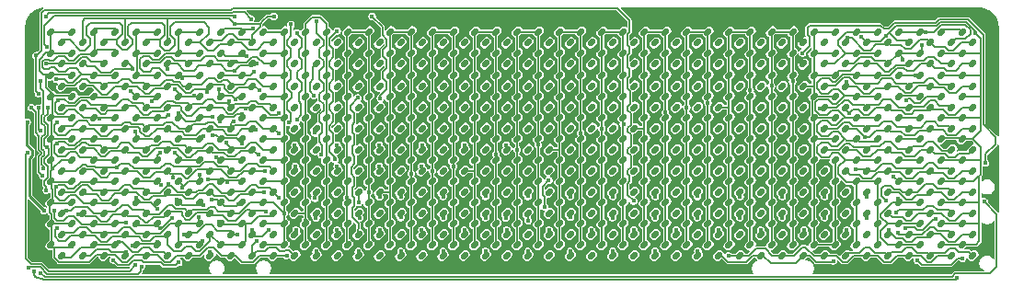
<source format=gbr>
%TF.GenerationSoftware,KiCad,Pcbnew,9.0.1-1.fc41*%
%TF.CreationDate,2025-07-12T12:53:14+07:00*%
%TF.ProjectId,BadgeMagic,42616467-654d-4616-9769-632e6b696361,rev?*%
%TF.SameCoordinates,Original*%
%TF.FileFunction,Copper,L2,Bot*%
%TF.FilePolarity,Positive*%
%FSLAX46Y46*%
G04 Gerber Fmt 4.6, Leading zero omitted, Abs format (unit mm)*
G04 Created by KiCad (PCBNEW 9.0.1-1.fc41) date 2025-07-12 12:53:14*
%MOMM*%
%LPD*%
G01*
G04 APERTURE LIST*
G04 Aperture macros list*
%AMRoundRect*
0 Rectangle with rounded corners*
0 $1 Rounding radius*
0 $2 $3 $4 $5 $6 $7 $8 $9 X,Y pos of 4 corners*
0 Add a 4 corners polygon primitive as box body*
4,1,4,$2,$3,$4,$5,$6,$7,$8,$9,$2,$3,0*
0 Add four circle primitives for the rounded corners*
1,1,$1+$1,$2,$3*
1,1,$1+$1,$4,$5*
1,1,$1+$1,$6,$7*
1,1,$1+$1,$8,$9*
0 Add four rect primitives between the rounded corners*
20,1,$1+$1,$2,$3,$4,$5,0*
20,1,$1+$1,$4,$5,$6,$7,0*
20,1,$1+$1,$6,$7,$8,$9,0*
20,1,$1+$1,$8,$9,$2,$3,0*%
G04 Aperture macros list end*
%TA.AperFunction,SMDPad,CuDef*%
%ADD10RoundRect,0.150000X0.247487X0.106066X0.106066X0.247487X-0.247487X-0.106066X-0.106066X-0.247487X0*%
%TD*%
%TA.AperFunction,ViaPad*%
%ADD11C,0.400000*%
%TD*%
%TA.AperFunction,Conductor*%
%ADD12C,0.127000*%
%TD*%
%TA.AperFunction,Conductor*%
%ADD13C,0.254000*%
%TD*%
G04 APERTURE END LIST*
D10*
%TO.P,D330,1,K*%
%TO.N,/W*%
X164726940Y-93887500D03*
%TO.P,D330,2,A*%
%TO.N,/O*%
X163736990Y-92897550D03*
%TD*%
%TO.P,D197,1,K*%
%TO.N,/U*%
X141326940Y-95837500D03*
%TO.P,D197,2,A*%
%TO.N,/I*%
X140336990Y-94847550D03*
%TD*%
%TO.P,D207,1,K*%
%TO.N,/R*%
X143276940Y-97887500D03*
%TO.P,D207,2,A*%
%TO.N,/J*%
X142286990Y-96897550D03*
%TD*%
%TO.P,D389,1,K*%
%TO.N,/H*%
X176426940Y-107637500D03*
%TO.P,D389,2,A*%
%TO.N,/R*%
X175436990Y-106647550D03*
%TD*%
%TO.P,D1,1,K*%
%TO.N,/B*%
X108176940Y-113487500D03*
%TO.P,D1,2,A*%
%TO.N,/A*%
X107186990Y-112497550D03*
%TD*%
%TO.P,D55,1,K*%
%TO.N,/V*%
X115976940Y-93887500D03*
%TO.P,D55,2,A*%
%TO.N,/C*%
X114986990Y-92897550D03*
%TD*%
%TO.P,D371,1,K*%
%TO.N,/P*%
X172526940Y-99837500D03*
%TO.P,D371,2,A*%
%TO.N,/Q*%
X171536990Y-98847550D03*
%TD*%
%TO.P,D454,1,K*%
%TO.N,/F*%
X188126940Y-109587500D03*
%TO.P,D454,2,A*%
%TO.N,/U*%
X187136990Y-108597550D03*
%TD*%
%TO.P,D269,1,K*%
%TO.N,/I*%
X154976940Y-105687500D03*
%TO.P,D269,2,A*%
%TO.N,/M*%
X153986990Y-104697550D03*
%TD*%
%TO.P,D276,1,K*%
%TO.N,/B*%
X156926940Y-113487500D03*
%TO.P,D276,2,A*%
%TO.N,/M*%
X155936990Y-112497550D03*
%TD*%
%TO.P,D130,1,K*%
%TO.N,/S*%
X129626940Y-97887500D03*
%TO.P,D130,2,A*%
%TO.N,/F*%
X128636990Y-96897550D03*
%TD*%
%TO.P,D53,1,K*%
%TO.N,/R*%
X115976940Y-97887500D03*
%TO.P,D53,2,A*%
%TO.N,/C*%
X114986990Y-96897550D03*
%TD*%
%TO.P,D136,1,K*%
%TO.N,/H*%
X131576940Y-107637500D03*
%TO.P,D136,2,A*%
%TO.N,/G*%
X130586990Y-106647550D03*
%TD*%
%TO.P,D421,1,K*%
%TO.N,/E*%
X182276940Y-109587500D03*
%TO.P,D421,2,A*%
%TO.N,/T*%
X181286990Y-108597550D03*
%TD*%
%TO.P,D294,1,K*%
%TO.N,/P*%
X158876940Y-99837500D03*
%TO.P,D294,2,A*%
%TO.N,/N*%
X157886990Y-98847550D03*
%TD*%
%TO.P,D261,1,K*%
%TO.N,/Q*%
X153026940Y-99837500D03*
%TO.P,D261,2,A*%
%TO.N,/L*%
X152036990Y-98847550D03*
%TD*%
%TO.P,D333,1,K*%
%TO.N,/E*%
X166676940Y-109587500D03*
%TO.P,D333,2,A*%
%TO.N,/P*%
X165686990Y-108597550D03*
%TD*%
%TO.P,D181,1,K*%
%TO.N,/J*%
X139376940Y-105687500D03*
%TO.P,D181,2,A*%
%TO.N,/I*%
X138386990Y-104697550D03*
%TD*%
%TO.P,D216,1,K*%
%TO.N,/O*%
X145226940Y-101787500D03*
%TO.P,D216,2,A*%
%TO.N,/J*%
X144236990Y-100797550D03*
%TD*%
%TO.P,D424,1,K*%
%TO.N,/K*%
X182276940Y-103737500D03*
%TO.P,D424,2,A*%
%TO.N,/T*%
X181286990Y-102747550D03*
%TD*%
%TO.P,D413,1,K*%
%TO.N,/L*%
X180326940Y-103737500D03*
%TO.P,D413,2,A*%
%TO.N,/S*%
X179336990Y-102747550D03*
%TD*%
%TO.P,D263,1,K*%
%TO.N,/U*%
X153026940Y-95837500D03*
%TO.P,D263,2,A*%
%TO.N,/L*%
X152036990Y-94847550D03*
%TD*%
%TO.P,D219,1,K*%
%TO.N,/U*%
X145226940Y-95837500D03*
%TO.P,D219,2,A*%
%TO.N,/J*%
X144236990Y-94847550D03*
%TD*%
%TO.P,D198,1,K*%
%TO.N,/W*%
X141326940Y-93887500D03*
%TO.P,D198,2,A*%
%TO.N,/I*%
X140336990Y-92897550D03*
%TD*%
%TO.P,D30,1,K*%
%TO.N,/P*%
X112076940Y-99837500D03*
%TO.P,D30,2,A*%
%TO.N,/B*%
X111086990Y-98847550D03*
%TD*%
%TO.P,D255,1,K*%
%TO.N,/D*%
X153026940Y-111537500D03*
%TO.P,D255,2,A*%
%TO.N,/L*%
X152036990Y-110547550D03*
%TD*%
%TO.P,D179,1,K*%
%TO.N,/E*%
X139376940Y-109587500D03*
%TO.P,D179,2,A*%
%TO.N,/I*%
X138386990Y-108597550D03*
%TD*%
%TO.P,D308,1,K*%
%TO.N,/W*%
X160826940Y-93887500D03*
%TO.P,D308,2,A*%
%TO.N,/N*%
X159836990Y-92897550D03*
%TD*%
%TO.P,D12,1,K*%
%TO.N,/C*%
X110126940Y-113487500D03*
%TO.P,D12,2,A*%
%TO.N,/A*%
X109136990Y-112497550D03*
%TD*%
%TO.P,D7,1,K*%
%TO.N,/N*%
X108176940Y-101787500D03*
%TO.P,D7,2,A*%
%TO.N,/A*%
X107186990Y-100797550D03*
%TD*%
%TO.P,D129,1,K*%
%TO.N,/Q*%
X129626940Y-99837500D03*
%TO.P,D129,2,A*%
%TO.N,/F*%
X128636990Y-98847550D03*
%TD*%
%TO.P,D36,1,K*%
%TO.N,/G*%
X114026940Y-109587500D03*
%TO.P,D36,2,A*%
%TO.N,/B*%
X113036990Y-108597550D03*
%TD*%
%TO.P,D82,1,K*%
%TO.N,/K*%
X121826940Y-105687500D03*
%TO.P,D82,2,A*%
%TO.N,/D*%
X120836990Y-104697550D03*
%TD*%
%TO.P,D217,1,K*%
%TO.N,/Q*%
X145226940Y-99837500D03*
%TO.P,D217,2,A*%
%TO.N,/J*%
X144236990Y-98847550D03*
%TD*%
%TO.P,D218,1,K*%
%TO.N,/S*%
X145226940Y-97887500D03*
%TO.P,D218,2,A*%
%TO.N,/J*%
X144236990Y-96897550D03*
%TD*%
%TO.P,D398,1,K*%
%TO.N,/C*%
X178376940Y-111537500D03*
%TO.P,D398,2,A*%
%TO.N,/S*%
X177386990Y-110547550D03*
%TD*%
%TO.P,D407,1,K*%
%TO.N,/V*%
X178376940Y-93887500D03*
%TO.P,D407,2,A*%
%TO.N,/S*%
X177386990Y-92897550D03*
%TD*%
%TO.P,D112,1,K*%
%TO.N,/C*%
X127676940Y-111537500D03*
%TO.P,D112,2,A*%
%TO.N,/F*%
X126686990Y-110547550D03*
%TD*%
%TO.P,D210,1,K*%
%TO.N,/B*%
X145226940Y-113487500D03*
%TO.P,D210,2,A*%
%TO.N,/J*%
X144236990Y-112497550D03*
%TD*%
%TO.P,D282,1,K*%
%TO.N,/O*%
X156926940Y-101787500D03*
%TO.P,D282,2,A*%
%TO.N,/M*%
X155936990Y-100797550D03*
%TD*%
%TO.P,D367,1,K*%
%TO.N,/H*%
X172526940Y-107637500D03*
%TO.P,D367,2,A*%
%TO.N,/Q*%
X171536990Y-106647550D03*
%TD*%
%TO.P,D278,1,K*%
%TO.N,/F*%
X156926940Y-109587500D03*
%TO.P,D278,2,A*%
%TO.N,/M*%
X155936990Y-108597550D03*
%TD*%
%TO.P,D118,1,K*%
%TO.N,/P*%
X127676940Y-99837500D03*
%TO.P,D118,2,A*%
%TO.N,/F*%
X126686990Y-98847550D03*
%TD*%
%TO.P,D366,1,K*%
%TO.N,/F*%
X172526940Y-109587500D03*
%TO.P,D366,2,A*%
%TO.N,/Q*%
X171536990Y-108597550D03*
%TD*%
%TO.P,D22,1,K*%
%TO.N,/W*%
X110126940Y-93887500D03*
%TO.P,D22,2,A*%
%TO.N,/A*%
X109136990Y-92897550D03*
%TD*%
%TO.P,D231,1,K*%
%TO.N,/V*%
X147176940Y-93887500D03*
%TO.P,D231,2,A*%
%TO.N,/K*%
X146186990Y-92897550D03*
%TD*%
%TO.P,D267,1,K*%
%TO.N,/E*%
X154976940Y-109587500D03*
%TO.P,D267,2,A*%
%TO.N,/M*%
X153986990Y-108597550D03*
%TD*%
%TO.P,D244,1,K*%
%TO.N,/C*%
X151076940Y-111537500D03*
%TO.P,D244,2,A*%
%TO.N,/L*%
X150086990Y-110547550D03*
%TD*%
%TO.P,D153,1,K*%
%TO.N,/U*%
X133526940Y-95837500D03*
%TO.P,D153,2,A*%
%TO.N,/G*%
X132536990Y-94847550D03*
%TD*%
%TO.P,D388,1,K*%
%TO.N,/F*%
X176426940Y-109587500D03*
%TO.P,D388,2,A*%
%TO.N,/R*%
X175436990Y-108597550D03*
%TD*%
%TO.P,D315,1,K*%
%TO.N,/M*%
X162776940Y-101787500D03*
%TO.P,D315,2,A*%
%TO.N,/O*%
X161786990Y-100797550D03*
%TD*%
%TO.P,D337,1,K*%
%TO.N,/M*%
X166676940Y-101787500D03*
%TO.P,D337,2,A*%
%TO.N,/P*%
X165686990Y-100797550D03*
%TD*%
%TO.P,D273,1,K*%
%TO.N,/R*%
X154976940Y-97887500D03*
%TO.P,D273,2,A*%
%TO.N,/M*%
X153986990Y-96897550D03*
%TD*%
%TO.P,D95,1,K*%
%TO.N,/N*%
X123776940Y-101787500D03*
%TO.P,D95,2,A*%
%TO.N,/E*%
X122786990Y-100797550D03*
%TD*%
%TO.P,D230,1,K*%
%TO.N,/T*%
X147176940Y-95837500D03*
%TO.P,D230,2,A*%
%TO.N,/K*%
X146186990Y-94847550D03*
%TD*%
%TO.P,D446,1,K*%
%TO.N,/K*%
X186176940Y-103737500D03*
%TO.P,D446,2,A*%
%TO.N,/U*%
X185186990Y-102747550D03*
%TD*%
%TO.P,D373,1,K*%
%TO.N,/U*%
X172526940Y-95837500D03*
%TO.P,D373,2,A*%
%TO.N,/Q*%
X171536990Y-94847550D03*
%TD*%
%TO.P,D419,1,K*%
%TO.N,/A*%
X182276940Y-113487500D03*
%TO.P,D419,2,A*%
%TO.N,/T*%
X181286990Y-112497550D03*
%TD*%
%TO.P,D459,1,K*%
%TO.N,/P*%
X188126940Y-99837500D03*
%TO.P,D459,2,A*%
%TO.N,/U*%
X187136990Y-98847550D03*
%TD*%
%TO.P,D445,1,K*%
%TO.N,/I*%
X186176940Y-105687500D03*
%TO.P,D445,2,A*%
%TO.N,/U*%
X185186990Y-104697550D03*
%TD*%
%TO.P,D121,1,K*%
%TO.N,/V*%
X127676940Y-93887500D03*
%TO.P,D121,2,A*%
%TO.N,/F*%
X126686990Y-92897550D03*
%TD*%
%TO.P,D26,1,K*%
%TO.N,/H*%
X112076940Y-107637500D03*
%TO.P,D26,2,A*%
%TO.N,/B*%
X111086990Y-106647550D03*
%TD*%
%TO.P,D247,1,K*%
%TO.N,/I*%
X151076940Y-105687500D03*
%TO.P,D247,2,A*%
%TO.N,/L*%
X150086990Y-104697550D03*
%TD*%
%TO.P,D284,1,K*%
%TO.N,/S*%
X156926940Y-97887500D03*
%TO.P,D284,2,A*%
%TO.N,/M*%
X155936990Y-96897550D03*
%TD*%
%TO.P,D406,1,K*%
%TO.N,/T*%
X178376940Y-95837500D03*
%TO.P,D406,2,A*%
%TO.N,/S*%
X177386990Y-94847550D03*
%TD*%
%TO.P,D120,1,K*%
%TO.N,/T*%
X127676940Y-95837500D03*
%TO.P,D120,2,A*%
%TO.N,/F*%
X126686990Y-94847550D03*
%TD*%
%TO.P,D328,1,K*%
%TO.N,/S*%
X164726940Y-97887500D03*
%TO.P,D328,2,A*%
%TO.N,/O*%
X163736990Y-96897550D03*
%TD*%
%TO.P,D275,1,K*%
%TO.N,/V*%
X154976940Y-93887500D03*
%TO.P,D275,2,A*%
%TO.N,/M*%
X153986990Y-92897550D03*
%TD*%
%TO.P,D171,1,K*%
%TO.N,/M*%
X137426940Y-103737500D03*
%TO.P,D171,2,A*%
%TO.N,/H*%
X136436990Y-102747550D03*
%TD*%
%TO.P,D258,1,K*%
%TO.N,/J*%
X153026940Y-105687500D03*
%TO.P,D258,2,A*%
%TO.N,/L*%
X152036990Y-104697550D03*
%TD*%
%TO.P,D203,1,K*%
%TO.N,/I*%
X143276940Y-105687500D03*
%TO.P,D203,2,A*%
%TO.N,/J*%
X142286990Y-104697550D03*
%TD*%
%TO.P,D472,1,K*%
%TO.N,/S*%
X190076940Y-95837500D03*
%TO.P,D472,2,A*%
%TO.N,/V*%
X189086990Y-94847550D03*
%TD*%
%TO.P,D312,1,K*%
%TO.N,/G*%
X162776940Y-107637500D03*
%TO.P,D312,2,A*%
%TO.N,/O*%
X161786990Y-106647550D03*
%TD*%
%TO.P,D280,1,K*%
%TO.N,/J*%
X156926940Y-105687500D03*
%TO.P,D280,2,A*%
%TO.N,/M*%
X155936990Y-104697550D03*
%TD*%
%TO.P,D74,1,K*%
%TO.N,/P*%
X119876940Y-99837500D03*
%TO.P,D74,2,A*%
%TO.N,/D*%
X118886990Y-98847550D03*
%TD*%
%TO.P,D83,1,K*%
%TO.N,/M*%
X121826940Y-103737500D03*
%TO.P,D83,2,A*%
%TO.N,/D*%
X120836990Y-102747550D03*
%TD*%
%TO.P,D324,1,K*%
%TO.N,/J*%
X164726940Y-105687500D03*
%TO.P,D324,2,A*%
%TO.N,/O*%
X163736990Y-104697550D03*
%TD*%
%TO.P,D270,1,K*%
%TO.N,/K*%
X154976940Y-103737500D03*
%TO.P,D270,2,A*%
%TO.N,/M*%
X153986990Y-102747550D03*
%TD*%
%TO.P,D469,1,K*%
%TO.N,/M*%
X190076940Y-101787500D03*
%TO.P,D469,2,A*%
%TO.N,/V*%
X189086990Y-100797550D03*
%TD*%
%TO.P,D455,1,K*%
%TO.N,/H*%
X188126940Y-107637500D03*
%TO.P,D455,2,A*%
%TO.N,/U*%
X187136990Y-106647550D03*
%TD*%
%TO.P,D397,1,K*%
%TO.N,/A*%
X178376940Y-113487500D03*
%TO.P,D397,2,A*%
%TO.N,/S*%
X177386990Y-112497550D03*
%TD*%
%TO.P,D145,1,K*%
%TO.N,/D*%
X133526940Y-111537500D03*
%TO.P,D145,2,A*%
%TO.N,/G*%
X132536990Y-110547550D03*
%TD*%
%TO.P,D384,1,K*%
%TO.N,/T*%
X174476940Y-95837500D03*
%TO.P,D384,2,A*%
%TO.N,/R*%
X173486990Y-94847550D03*
%TD*%
%TO.P,D462,1,K*%
%TO.N,/W*%
X188126940Y-93887500D03*
%TO.P,D462,2,A*%
%TO.N,/U*%
X187136990Y-92897550D03*
%TD*%
%TO.P,D338,1,K*%
%TO.N,/O*%
X166676940Y-99837500D03*
%TO.P,D338,2,A*%
%TO.N,/P*%
X165686990Y-98847550D03*
%TD*%
%TO.P,D69,1,K*%
%TO.N,/F*%
X119876940Y-109587500D03*
%TO.P,D69,2,A*%
%TO.N,/D*%
X118886990Y-108597550D03*
%TD*%
%TO.P,D292,1,K*%
%TO.N,/K*%
X158876940Y-103737500D03*
%TO.P,D292,2,A*%
%TO.N,/N*%
X157886990Y-102747550D03*
%TD*%
%TO.P,D204,1,K*%
%TO.N,/L*%
X143276940Y-103737500D03*
%TO.P,D204,2,A*%
%TO.N,/J*%
X142286990Y-102747550D03*
%TD*%
%TO.P,D106,1,K*%
%TO.N,/O*%
X125726940Y-101787500D03*
%TO.P,D106,2,A*%
%TO.N,/E*%
X124736990Y-100797550D03*
%TD*%
%TO.P,D319,1,K*%
%TO.N,/V*%
X162776940Y-93887500D03*
%TO.P,D319,2,A*%
%TO.N,/O*%
X161786990Y-92897550D03*
%TD*%
%TO.P,D188,1,K*%
%TO.N,/B*%
X141326940Y-113487500D03*
%TO.P,D188,2,A*%
%TO.N,/I*%
X140336990Y-112497550D03*
%TD*%
%TO.P,D148,1,K*%
%TO.N,/K*%
X133526940Y-105687500D03*
%TO.P,D148,2,A*%
%TO.N,/G*%
X132536990Y-104697550D03*
%TD*%
%TO.P,D346,1,K*%
%TO.N,/J*%
X168626940Y-105687500D03*
%TO.P,D346,2,A*%
%TO.N,/P*%
X167636990Y-104697550D03*
%TD*%
%TO.P,D250,1,K*%
%TO.N,/P*%
X151076940Y-99837500D03*
%TO.P,D250,2,A*%
%TO.N,/L*%
X150086990Y-98847550D03*
%TD*%
%TO.P,D100,1,K*%
%TO.N,/B*%
X125726940Y-113487500D03*
%TO.P,D100,2,A*%
%TO.N,/E*%
X124736990Y-112497550D03*
%TD*%
%TO.P,D211,1,K*%
%TO.N,/D*%
X145226940Y-111537500D03*
%TO.P,D211,2,A*%
%TO.N,/J*%
X144236990Y-110547550D03*
%TD*%
%TO.P,D126,1,K*%
%TO.N,/K*%
X129626940Y-105687500D03*
%TO.P,D126,2,A*%
%TO.N,/F*%
X128636990Y-104697550D03*
%TD*%
%TO.P,D475,1,K*%
%TO.N,/D*%
X192026940Y-111537500D03*
%TO.P,D475,2,A*%
%TO.N,/V*%
X191036990Y-110547550D03*
%TD*%
%TO.P,D325,1,K*%
%TO.N,/L*%
X164726940Y-103737500D03*
%TO.P,D325,2,A*%
%TO.N,/O*%
X163736990Y-102747550D03*
%TD*%
%TO.P,D236,1,K*%
%TO.N,/J*%
X149126940Y-105687500D03*
%TO.P,D236,2,A*%
%TO.N,/K*%
X148136990Y-104697550D03*
%TD*%
%TO.P,D428,1,K*%
%TO.N,/S*%
X182276940Y-95837500D03*
%TO.P,D428,2,A*%
%TO.N,/T*%
X181286990Y-94847550D03*
%TD*%
%TO.P,D117,1,K*%
%TO.N,/N*%
X127676940Y-101787500D03*
%TO.P,D117,2,A*%
%TO.N,/F*%
X126686990Y-100797550D03*
%TD*%
%TO.P,D205,1,K*%
%TO.N,/N*%
X143276940Y-101787500D03*
%TO.P,D205,2,A*%
%TO.N,/J*%
X142286990Y-100797550D03*
%TD*%
%TO.P,D287,1,K*%
%TO.N,/A*%
X158876940Y-113487500D03*
%TO.P,D287,2,A*%
%TO.N,/N*%
X157886990Y-112497550D03*
%TD*%
%TO.P,D252,1,K*%
%TO.N,/T*%
X151076940Y-95837500D03*
%TO.P,D252,2,A*%
%TO.N,/L*%
X150086990Y-94847550D03*
%TD*%
%TO.P,D481,1,K*%
%TO.N,/P*%
X192026940Y-99837500D03*
%TO.P,D481,2,A*%
%TO.N,/V*%
X191036990Y-98847550D03*
%TD*%
%TO.P,D417,1,K*%
%TO.N,/U*%
X180326940Y-95837500D03*
%TO.P,D417,2,A*%
%TO.N,/S*%
X179336990Y-94847550D03*
%TD*%
%TO.P,D466,1,K*%
%TO.N,/G*%
X190076940Y-107637500D03*
%TO.P,D466,2,A*%
%TO.N,/V*%
X189086990Y-106647550D03*
%TD*%
%TO.P,D50,1,K*%
%TO.N,/L*%
X115976940Y-103737500D03*
%TO.P,D50,2,A*%
%TO.N,/C*%
X114986990Y-102747550D03*
%TD*%
%TO.P,D72,1,K*%
%TO.N,/L*%
X119876940Y-103737500D03*
%TO.P,D72,2,A*%
%TO.N,/D*%
X118886990Y-102747550D03*
%TD*%
%TO.P,D323,1,K*%
%TO.N,/H*%
X164726940Y-107637500D03*
%TO.P,D323,2,A*%
%TO.N,/O*%
X163736990Y-106647550D03*
%TD*%
%TO.P,D142,1,K*%
%TO.N,/T*%
X131576940Y-95837500D03*
%TO.P,D142,2,A*%
%TO.N,/G*%
X130586990Y-94847550D03*
%TD*%
%TO.P,D272,1,K*%
%TO.N,/P*%
X154976940Y-99837500D03*
%TO.P,D272,2,A*%
%TO.N,/M*%
X153986990Y-98847550D03*
%TD*%
%TO.P,D78,1,K*%
%TO.N,/B*%
X121826940Y-113487500D03*
%TO.P,D78,2,A*%
%TO.N,/D*%
X120836990Y-112497550D03*
%TD*%
%TO.P,D444,1,K*%
%TO.N,/G*%
X186176940Y-107637500D03*
%TO.P,D444,2,A*%
%TO.N,/U*%
X185186990Y-106647550D03*
%TD*%
%TO.P,D3,1,K*%
%TO.N,/F*%
X108176940Y-109587500D03*
%TO.P,D3,2,A*%
%TO.N,/A*%
X107186990Y-108597550D03*
%TD*%
%TO.P,D297,1,K*%
%TO.N,/V*%
X158876940Y-93887500D03*
%TO.P,D297,2,A*%
%TO.N,/N*%
X157886990Y-92897550D03*
%TD*%
%TO.P,D433,1,K*%
%TO.N,/H*%
X184226940Y-107637500D03*
%TO.P,D433,2,A*%
%TO.N,/T*%
X183236990Y-106647550D03*
%TD*%
%TO.P,D256,1,K*%
%TO.N,/F*%
X153026940Y-109587500D03*
%TO.P,D256,2,A*%
%TO.N,/L*%
X152036990Y-108597550D03*
%TD*%
%TO.P,D296,1,K*%
%TO.N,/T*%
X158876940Y-95837500D03*
%TO.P,D296,2,A*%
%TO.N,/N*%
X157886990Y-94847550D03*
%TD*%
%TO.P,D89,1,K*%
%TO.N,/A*%
X123776940Y-113487500D03*
%TO.P,D89,2,A*%
%TO.N,/E*%
X122786990Y-112497550D03*
%TD*%
%TO.P,D393,1,K*%
%TO.N,/P*%
X176426940Y-99837500D03*
%TO.P,D393,2,A*%
%TO.N,/R*%
X175436990Y-98847550D03*
%TD*%
%TO.P,D196,1,K*%
%TO.N,/S*%
X141326940Y-97887500D03*
%TO.P,D196,2,A*%
%TO.N,/I*%
X140336990Y-96897550D03*
%TD*%
%TO.P,D471,1,K*%
%TO.N,/Q*%
X190076940Y-97887500D03*
%TO.P,D471,2,A*%
%TO.N,/V*%
X189086990Y-96897550D03*
%TD*%
%TO.P,D32,1,K*%
%TO.N,/T*%
X112076940Y-95837500D03*
%TO.P,D32,2,A*%
%TO.N,/B*%
X111086990Y-94847550D03*
%TD*%
%TO.P,D253,1,K*%
%TO.N,/V*%
X151076940Y-93887500D03*
%TO.P,D253,2,A*%
%TO.N,/L*%
X150086990Y-92897550D03*
%TD*%
%TO.P,D214,1,K*%
%TO.N,/K*%
X145226940Y-105687500D03*
%TO.P,D214,2,A*%
%TO.N,/J*%
X144236990Y-104697550D03*
%TD*%
%TO.P,D434,1,K*%
%TO.N,/J*%
X184226940Y-105687500D03*
%TO.P,D434,2,A*%
%TO.N,/T*%
X183236990Y-104697550D03*
%TD*%
%TO.P,D390,1,K*%
%TO.N,/J*%
X176426940Y-105687500D03*
%TO.P,D390,2,A*%
%TO.N,/R*%
X175436990Y-104697550D03*
%TD*%
%TO.P,D169,1,K*%
%TO.N,/I*%
X137426940Y-107637500D03*
%TO.P,D169,2,A*%
%TO.N,/H*%
X136436990Y-106647550D03*
%TD*%
%TO.P,D335,1,K*%
%TO.N,/I*%
X166676940Y-105687500D03*
%TO.P,D335,2,A*%
%TO.N,/P*%
X165686990Y-104697550D03*
%TD*%
%TO.P,D410,1,K*%
%TO.N,/F*%
X180326940Y-109587500D03*
%TO.P,D410,2,A*%
%TO.N,/S*%
X179336990Y-108597550D03*
%TD*%
%TO.P,D262,1,K*%
%TO.N,/S*%
X153026940Y-97887500D03*
%TO.P,D262,2,A*%
%TO.N,/L*%
X152036990Y-96897550D03*
%TD*%
%TO.P,D84,1,K*%
%TO.N,/O*%
X121826940Y-101787500D03*
%TO.P,D84,2,A*%
%TO.N,/D*%
X120836990Y-100797550D03*
%TD*%
%TO.P,D97,1,K*%
%TO.N,/R*%
X123776940Y-97887500D03*
%TO.P,D97,2,A*%
%TO.N,/E*%
X122786990Y-96897550D03*
%TD*%
%TO.P,D133,1,K*%
%TO.N,/A*%
X131576940Y-113487500D03*
%TO.P,D133,2,A*%
%TO.N,/G*%
X130586990Y-112497550D03*
%TD*%
%TO.P,D289,1,K*%
%TO.N,/E*%
X158876940Y-109587500D03*
%TO.P,D289,2,A*%
%TO.N,/N*%
X157886990Y-108597550D03*
%TD*%
%TO.P,D260,1,K*%
%TO.N,/O*%
X153026940Y-101787500D03*
%TO.P,D260,2,A*%
%TO.N,/L*%
X152036990Y-100797550D03*
%TD*%
%TO.P,D237,1,K*%
%TO.N,/M*%
X149126940Y-103737500D03*
%TO.P,D237,2,A*%
%TO.N,/K*%
X148136990Y-102747550D03*
%TD*%
%TO.P,D443,1,K*%
%TO.N,/E*%
X186176940Y-109587500D03*
%TO.P,D443,2,A*%
%TO.N,/U*%
X185186990Y-108597550D03*
%TD*%
%TO.P,D358,1,K*%
%TO.N,/K*%
X170576940Y-103737500D03*
%TO.P,D358,2,A*%
%TO.N,/Q*%
X169586990Y-102747550D03*
%TD*%
%TO.P,D341,1,K*%
%TO.N,/V*%
X166676940Y-93887500D03*
%TO.P,D341,2,A*%
%TO.N,/P*%
X165686990Y-92897550D03*
%TD*%
%TO.P,D484,1,K*%
%TO.N,/W*%
X192026940Y-93887500D03*
%TO.P,D484,2,A*%
%TO.N,/V*%
X191036990Y-92897550D03*
%TD*%
%TO.P,D45,1,K*%
%TO.N,/A*%
X115976940Y-113487500D03*
%TO.P,D45,2,A*%
%TO.N,/C*%
X114986990Y-112497550D03*
%TD*%
%TO.P,D94,1,K*%
%TO.N,/L*%
X123776940Y-103737500D03*
%TO.P,D94,2,A*%
%TO.N,/E*%
X122786990Y-102747550D03*
%TD*%
%TO.P,D344,1,K*%
%TO.N,/F*%
X168626940Y-109587500D03*
%TO.P,D344,2,A*%
%TO.N,/P*%
X167636990Y-108597550D03*
%TD*%
%TO.P,D31,1,K*%
%TO.N,/R*%
X112076940Y-97887500D03*
%TO.P,D31,2,A*%
%TO.N,/B*%
X111086990Y-96897550D03*
%TD*%
%TO.P,D222,1,K*%
%TO.N,/C*%
X147176940Y-111537500D03*
%TO.P,D222,2,A*%
%TO.N,/K*%
X146186990Y-110547550D03*
%TD*%
%TO.P,D173,1,K*%
%TO.N,/Q*%
X137426940Y-99837500D03*
%TO.P,D173,2,A*%
%TO.N,/H*%
X136436990Y-98847550D03*
%TD*%
%TO.P,D149,1,K*%
%TO.N,/M*%
X133526940Y-103737500D03*
%TO.P,D149,2,A*%
%TO.N,/G*%
X132536990Y-102747550D03*
%TD*%
%TO.P,D248,1,K*%
%TO.N,/K*%
X151076940Y-103737500D03*
%TO.P,D248,2,A*%
%TO.N,/L*%
X150086990Y-102747550D03*
%TD*%
%TO.P,D96,1,K*%
%TO.N,/P*%
X123776940Y-99837500D03*
%TO.P,D96,2,A*%
%TO.N,/E*%
X122786990Y-98847550D03*
%TD*%
%TO.P,D154,1,K*%
%TO.N,/W*%
X133526940Y-93887500D03*
%TO.P,D154,2,A*%
%TO.N,/G*%
X132536990Y-92897550D03*
%TD*%
%TO.P,D221,1,K*%
%TO.N,/A*%
X147176940Y-113487500D03*
%TO.P,D221,2,A*%
%TO.N,/K*%
X146186990Y-112497550D03*
%TD*%
%TO.P,D394,1,K*%
%TO.N,/S*%
X176426940Y-97887500D03*
%TO.P,D394,2,A*%
%TO.N,/R*%
X175436990Y-96897550D03*
%TD*%
%TO.P,D33,1,K*%
%TO.N,/V*%
X112076940Y-93887500D03*
%TO.P,D33,2,A*%
%TO.N,/B*%
X111086990Y-92897550D03*
%TD*%
%TO.P,D187,1,K*%
%TO.N,/V*%
X139376940Y-93887500D03*
%TO.P,D187,2,A*%
%TO.N,/I*%
X138386990Y-92897550D03*
%TD*%
%TO.P,D226,1,K*%
%TO.N,/L*%
X147176940Y-103737500D03*
%TO.P,D226,2,A*%
%TO.N,/K*%
X146186990Y-102747550D03*
%TD*%
%TO.P,D24,1,K*%
%TO.N,/D*%
X112076940Y-111537500D03*
%TO.P,D24,2,A*%
%TO.N,/B*%
X111086990Y-110547550D03*
%TD*%
%TO.P,D392,1,K*%
%TO.N,/N*%
X176426940Y-101787500D03*
%TO.P,D392,2,A*%
%TO.N,/R*%
X175436990Y-100797550D03*
%TD*%
%TO.P,D138,1,K*%
%TO.N,/L*%
X131576940Y-103737500D03*
%TO.P,D138,2,A*%
%TO.N,/G*%
X130586990Y-102747550D03*
%TD*%
%TO.P,D208,1,K*%
%TO.N,/T*%
X143276940Y-95837500D03*
%TO.P,D208,2,A*%
%TO.N,/J*%
X142286990Y-94847550D03*
%TD*%
%TO.P,D104,1,K*%
%TO.N,/K*%
X125726940Y-105687500D03*
%TO.P,D104,2,A*%
%TO.N,/E*%
X124736990Y-104697550D03*
%TD*%
%TO.P,D426,1,K*%
%TO.N,/O*%
X182276940Y-99837500D03*
%TO.P,D426,2,A*%
%TO.N,/T*%
X181286990Y-98847550D03*
%TD*%
%TO.P,D374,1,K*%
%TO.N,/W*%
X172526940Y-93887500D03*
%TO.P,D374,2,A*%
%TO.N,/Q*%
X171536990Y-92897550D03*
%TD*%
%TO.P,D186,1,K*%
%TO.N,/T*%
X139376940Y-95837500D03*
%TO.P,D186,2,A*%
%TO.N,/I*%
X138386990Y-94847550D03*
%TD*%
%TO.P,D17,1,K*%
%TO.N,/M*%
X110126940Y-103737500D03*
%TO.P,D17,2,A*%
%TO.N,/A*%
X109136990Y-102747550D03*
%TD*%
%TO.P,D35,1,K*%
%TO.N,/E*%
X114026940Y-111537500D03*
%TO.P,D35,2,A*%
%TO.N,/B*%
X113036990Y-110547550D03*
%TD*%
%TO.P,D223,1,K*%
%TO.N,/E*%
X147176940Y-109587500D03*
%TO.P,D223,2,A*%
%TO.N,/K*%
X146186990Y-108597550D03*
%TD*%
%TO.P,D465,1,K*%
%TO.N,/E*%
X190076940Y-109587500D03*
%TO.P,D465,2,A*%
%TO.N,/V*%
X189086990Y-108597550D03*
%TD*%
%TO.P,D28,1,K*%
%TO.N,/L*%
X112076940Y-103737500D03*
%TO.P,D28,2,A*%
%TO.N,/B*%
X111086990Y-102747550D03*
%TD*%
%TO.P,D81,1,K*%
%TO.N,/I*%
X121826940Y-107637500D03*
%TO.P,D81,2,A*%
%TO.N,/D*%
X120836990Y-106647550D03*
%TD*%
%TO.P,D193,1,K*%
%TO.N,/M*%
X141326940Y-103737500D03*
%TO.P,D193,2,A*%
%TO.N,/I*%
X140336990Y-102747550D03*
%TD*%
%TO.P,D318,1,K*%
%TO.N,/T*%
X162776940Y-95837500D03*
%TO.P,D318,2,A*%
%TO.N,/O*%
X161786990Y-94847550D03*
%TD*%
%TO.P,D401,1,K*%
%TO.N,/I*%
X178376940Y-105687500D03*
%TO.P,D401,2,A*%
%TO.N,/S*%
X177386990Y-104697550D03*
%TD*%
%TO.P,D103,1,K*%
%TO.N,/I*%
X125726940Y-107637500D03*
%TO.P,D103,2,A*%
%TO.N,/E*%
X124736990Y-106647550D03*
%TD*%
%TO.P,D21,1,K*%
%TO.N,/U*%
X110126940Y-95837500D03*
%TO.P,D21,2,A*%
%TO.N,/A*%
X109136990Y-94847550D03*
%TD*%
%TO.P,D340,1,K*%
%TO.N,/T*%
X166676940Y-95837500D03*
%TO.P,D340,2,A*%
%TO.N,/P*%
X165686990Y-94847550D03*
%TD*%
%TO.P,D172,1,K*%
%TO.N,/O*%
X137426940Y-101787500D03*
%TO.P,D172,2,A*%
%TO.N,/H*%
X136436990Y-100797550D03*
%TD*%
%TO.P,D162,1,K*%
%TO.N,/P*%
X135476940Y-99837500D03*
%TO.P,D162,2,A*%
%TO.N,/H*%
X134486990Y-98847550D03*
%TD*%
%TO.P,D157,1,K*%
%TO.N,/E*%
X135476940Y-109587500D03*
%TO.P,D157,2,A*%
%TO.N,/H*%
X134486990Y-108597550D03*
%TD*%
%TO.P,D131,1,K*%
%TO.N,/U*%
X129626940Y-95837500D03*
%TO.P,D131,2,A*%
%TO.N,/F*%
X128636990Y-94847550D03*
%TD*%
%TO.P,D375,1,K*%
%TO.N,/A*%
X174476940Y-113487500D03*
%TO.P,D375,2,A*%
%TO.N,/R*%
X173486990Y-112497550D03*
%TD*%
%TO.P,D23,1,K*%
%TO.N,/A*%
X112076940Y-113487500D03*
%TO.P,D23,2,A*%
%TO.N,/B*%
X111086990Y-112497550D03*
%TD*%
%TO.P,D342,1,K*%
%TO.N,/B*%
X168626940Y-113487500D03*
%TO.P,D342,2,A*%
%TO.N,/P*%
X167636990Y-112497550D03*
%TD*%
%TO.P,D309,1,K*%
%TO.N,/A*%
X162776940Y-113487500D03*
%TO.P,D309,2,A*%
%TO.N,/O*%
X161786990Y-112497550D03*
%TD*%
%TO.P,D66,1,K*%
%TO.N,/W*%
X117926940Y-93887500D03*
%TO.P,D66,2,A*%
%TO.N,/C*%
X116936990Y-92897550D03*
%TD*%
%TO.P,D402,1,K*%
%TO.N,/K*%
X178376940Y-103737500D03*
%TO.P,D402,2,A*%
%TO.N,/S*%
X177386990Y-102747550D03*
%TD*%
%TO.P,D368,1,K*%
%TO.N,/J*%
X172526940Y-105687500D03*
%TO.P,D368,2,A*%
%TO.N,/Q*%
X171536990Y-104697550D03*
%TD*%
%TO.P,D321,1,K*%
%TO.N,/D*%
X164726940Y-111537500D03*
%TO.P,D321,2,A*%
%TO.N,/O*%
X163736990Y-110547550D03*
%TD*%
%TO.P,D307,1,K*%
%TO.N,/U*%
X160826940Y-95837500D03*
%TO.P,D307,2,A*%
%TO.N,/N*%
X159836990Y-94847550D03*
%TD*%
%TO.P,D425,1,K*%
%TO.N,/M*%
X182276940Y-101787500D03*
%TO.P,D425,2,A*%
%TO.N,/T*%
X181286990Y-100797550D03*
%TD*%
%TO.P,D164,1,K*%
%TO.N,/T*%
X135476940Y-95837500D03*
%TO.P,D164,2,A*%
%TO.N,/H*%
X134486990Y-94847550D03*
%TD*%
%TO.P,D158,1,K*%
%TO.N,/G*%
X135476940Y-107637500D03*
%TO.P,D158,2,A*%
%TO.N,/H*%
X134486990Y-106647550D03*
%TD*%
%TO.P,D283,1,K*%
%TO.N,/Q*%
X156926940Y-99837500D03*
%TO.P,D283,2,A*%
%TO.N,/M*%
X155936990Y-98847550D03*
%TD*%
%TO.P,D184,1,K*%
%TO.N,/P*%
X139376940Y-99837500D03*
%TO.P,D184,2,A*%
%TO.N,/I*%
X138386990Y-98847550D03*
%TD*%
%TO.P,D277,1,K*%
%TO.N,/D*%
X156926940Y-111537500D03*
%TO.P,D277,2,A*%
%TO.N,/M*%
X155936990Y-110547550D03*
%TD*%
%TO.P,D266,1,K*%
%TO.N,/C*%
X154976940Y-111537500D03*
%TO.P,D266,2,A*%
%TO.N,/M*%
X153986990Y-110547550D03*
%TD*%
%TO.P,D350,1,K*%
%TO.N,/S*%
X168626940Y-97887500D03*
%TO.P,D350,2,A*%
%TO.N,/P*%
X167636990Y-96897550D03*
%TD*%
%TO.P,D168,1,K*%
%TO.N,/F*%
X137426940Y-109587500D03*
%TO.P,D168,2,A*%
%TO.N,/H*%
X136436990Y-108597550D03*
%TD*%
%TO.P,D317,1,K*%
%TO.N,/R*%
X162776940Y-97887500D03*
%TO.P,D317,2,A*%
%TO.N,/O*%
X161786990Y-96897550D03*
%TD*%
%TO.P,D19,1,K*%
%TO.N,/Q*%
X110126940Y-99837500D03*
%TO.P,D19,2,A*%
%TO.N,/A*%
X109136990Y-98847550D03*
%TD*%
%TO.P,D68,1,K*%
%TO.N,/C*%
X119876940Y-111537500D03*
%TO.P,D68,2,A*%
%TO.N,/D*%
X118886990Y-110547550D03*
%TD*%
%TO.P,D438,1,K*%
%TO.N,/R*%
X184226940Y-97887500D03*
%TO.P,D438,2,A*%
%TO.N,/T*%
X183236990Y-96897550D03*
%TD*%
%TO.P,D91,1,K*%
%TO.N,/F*%
X123776940Y-109587500D03*
%TO.P,D91,2,A*%
%TO.N,/E*%
X122786990Y-108597550D03*
%TD*%
%TO.P,D357,1,K*%
%TO.N,/I*%
X170576940Y-105687500D03*
%TO.P,D357,2,A*%
%TO.N,/Q*%
X169586990Y-104697550D03*
%TD*%
%TO.P,D377,1,K*%
%TO.N,/E*%
X174476940Y-109587500D03*
%TO.P,D377,2,A*%
%TO.N,/R*%
X173486990Y-108597550D03*
%TD*%
%TO.P,D44,1,K*%
%TO.N,/W*%
X114026940Y-93887500D03*
%TO.P,D44,2,A*%
%TO.N,/B*%
X113036990Y-92897550D03*
%TD*%
%TO.P,D143,1,K*%
%TO.N,/V*%
X131576940Y-93887500D03*
%TO.P,D143,2,A*%
%TO.N,/G*%
X130586990Y-92897550D03*
%TD*%
%TO.P,D242,1,K*%
%TO.N,/W*%
X149126940Y-93887500D03*
%TO.P,D242,2,A*%
%TO.N,/K*%
X148136990Y-92897550D03*
%TD*%
%TO.P,D268,1,K*%
%TO.N,/G*%
X154976940Y-107637500D03*
%TO.P,D268,2,A*%
%TO.N,/M*%
X153986990Y-106647550D03*
%TD*%
%TO.P,D381,1,K*%
%TO.N,/M*%
X174476940Y-101787500D03*
%TO.P,D381,2,A*%
%TO.N,/R*%
X173486990Y-100797550D03*
%TD*%
%TO.P,D313,1,K*%
%TO.N,/I*%
X162776940Y-105687500D03*
%TO.P,D313,2,A*%
%TO.N,/O*%
X161786990Y-104697550D03*
%TD*%
%TO.P,D119,1,K*%
%TO.N,/R*%
X127676940Y-97887500D03*
%TO.P,D119,2,A*%
%TO.N,/F*%
X126686990Y-96897550D03*
%TD*%
%TO.P,D334,1,K*%
%TO.N,/G*%
X166676940Y-107637500D03*
%TO.P,D334,2,A*%
%TO.N,/P*%
X165686990Y-106647550D03*
%TD*%
%TO.P,D128,1,K*%
%TO.N,/O*%
X129626940Y-101787500D03*
%TO.P,D128,2,A*%
%TO.N,/F*%
X128636990Y-100797550D03*
%TD*%
%TO.P,D281,1,K*%
%TO.N,/L*%
X156926940Y-103737500D03*
%TO.P,D281,2,A*%
%TO.N,/M*%
X155936990Y-102747550D03*
%TD*%
%TO.P,D182,1,K*%
%TO.N,/L*%
X139376940Y-103737500D03*
%TO.P,D182,2,A*%
%TO.N,/I*%
X138386990Y-102747550D03*
%TD*%
%TO.P,D440,1,K*%
%TO.N,/W*%
X184226940Y-93887500D03*
%TO.P,D440,2,A*%
%TO.N,/T*%
X183236990Y-92897550D03*
%TD*%
%TO.P,D449,1,K*%
%TO.N,/Q*%
X186176940Y-97887500D03*
%TO.P,D449,2,A*%
%TO.N,/U*%
X185186990Y-96897550D03*
%TD*%
%TO.P,D457,1,K*%
%TO.N,/L*%
X188126940Y-103737500D03*
%TO.P,D457,2,A*%
%TO.N,/U*%
X187136990Y-102747550D03*
%TD*%
%TO.P,D300,1,K*%
%TO.N,/F*%
X160826940Y-109587500D03*
%TO.P,D300,2,A*%
%TO.N,/N*%
X159836990Y-108597550D03*
%TD*%
%TO.P,D285,1,K*%
%TO.N,/U*%
X156926940Y-95837500D03*
%TO.P,D285,2,A*%
%TO.N,/M*%
X155936990Y-94847550D03*
%TD*%
%TO.P,D90,1,K*%
%TO.N,/C*%
X123776940Y-111537500D03*
%TO.P,D90,2,A*%
%TO.N,/E*%
X122786990Y-110547550D03*
%TD*%
%TO.P,D151,1,K*%
%TO.N,/Q*%
X133526940Y-99837500D03*
%TO.P,D151,2,A*%
%TO.N,/G*%
X132536990Y-98847550D03*
%TD*%
%TO.P,D46,1,K*%
%TO.N,/D*%
X115976940Y-111537500D03*
%TO.P,D46,2,A*%
%TO.N,/C*%
X114986990Y-110547550D03*
%TD*%
%TO.P,D165,1,K*%
%TO.N,/V*%
X135476940Y-93887500D03*
%TO.P,D165,2,A*%
%TO.N,/H*%
X134486990Y-92897550D03*
%TD*%
%TO.P,D415,1,K*%
%TO.N,/P*%
X180326940Y-99837500D03*
%TO.P,D415,2,A*%
%TO.N,/S*%
X179336990Y-98847550D03*
%TD*%
%TO.P,D57,1,K*%
%TO.N,/E*%
X117926940Y-111537500D03*
%TO.P,D57,2,A*%
%TO.N,/C*%
X116936990Y-110547550D03*
%TD*%
%TO.P,D58,1,K*%
%TO.N,/G*%
X117926940Y-109587500D03*
%TO.P,D58,2,A*%
%TO.N,/C*%
X116936990Y-108597550D03*
%TD*%
%TO.P,D99,1,K*%
%TO.N,/V*%
X123776940Y-93887500D03*
%TO.P,D99,2,A*%
%TO.N,/E*%
X122786990Y-92897550D03*
%TD*%
%TO.P,D453,1,K*%
%TO.N,/D*%
X188126940Y-111537500D03*
%TO.P,D453,2,A*%
%TO.N,/U*%
X187136990Y-110547550D03*
%TD*%
%TO.P,D140,1,K*%
%TO.N,/P*%
X131576940Y-99837500D03*
%TO.P,D140,2,A*%
%TO.N,/G*%
X130586990Y-98847550D03*
%TD*%
%TO.P,D108,1,K*%
%TO.N,/S*%
X125726940Y-97887500D03*
%TO.P,D108,2,A*%
%TO.N,/E*%
X124736990Y-96897550D03*
%TD*%
%TO.P,D359,1,K*%
%TO.N,/M*%
X170576940Y-101787500D03*
%TO.P,D359,2,A*%
%TO.N,/Q*%
X169586990Y-100797550D03*
%TD*%
%TO.P,D304,1,K*%
%TO.N,/O*%
X160826940Y-101787500D03*
%TO.P,D304,2,A*%
%TO.N,/N*%
X159836990Y-100797550D03*
%TD*%
%TO.P,D65,1,K*%
%TO.N,/U*%
X117926940Y-95837500D03*
%TO.P,D65,2,A*%
%TO.N,/C*%
X116936990Y-94847550D03*
%TD*%
%TO.P,D235,1,K*%
%TO.N,/H*%
X149126940Y-107637500D03*
%TO.P,D235,2,A*%
%TO.N,/K*%
X148136990Y-106647550D03*
%TD*%
%TO.P,D29,1,K*%
%TO.N,/N*%
X112076940Y-101787500D03*
%TO.P,D29,2,A*%
%TO.N,/B*%
X111086990Y-100797550D03*
%TD*%
%TO.P,D15,1,K*%
%TO.N,/I*%
X110126940Y-107637500D03*
%TO.P,D15,2,A*%
%TO.N,/A*%
X109136990Y-106647550D03*
%TD*%
%TO.P,D43,1,K*%
%TO.N,/U*%
X114026940Y-95837500D03*
%TO.P,D43,2,A*%
%TO.N,/B*%
X113036990Y-94847550D03*
%TD*%
%TO.P,D355,1,K*%
%TO.N,/E*%
X170576940Y-109587500D03*
%TO.P,D355,2,A*%
%TO.N,/Q*%
X169586990Y-108597550D03*
%TD*%
%TO.P,D291,1,K*%
%TO.N,/I*%
X158876940Y-105687500D03*
%TO.P,D291,2,A*%
%TO.N,/N*%
X157886990Y-104697550D03*
%TD*%
%TO.P,D332,1,K*%
%TO.N,/C*%
X166676940Y-111537500D03*
%TO.P,D332,2,A*%
%TO.N,/P*%
X165686990Y-110547550D03*
%TD*%
%TO.P,D52,1,K*%
%TO.N,/P*%
X115976940Y-99837500D03*
%TO.P,D52,2,A*%
%TO.N,/C*%
X114986990Y-98847550D03*
%TD*%
%TO.P,D144,1,K*%
%TO.N,/B*%
X133526940Y-113487500D03*
%TO.P,D144,2,A*%
%TO.N,/G*%
X132536990Y-112497550D03*
%TD*%
%TO.P,D409,1,K*%
%TO.N,/D*%
X180326940Y-111537500D03*
%TO.P,D409,2,A*%
%TO.N,/S*%
X179336990Y-110547550D03*
%TD*%
%TO.P,D432,1,K*%
%TO.N,/F*%
X184226940Y-109587500D03*
%TO.P,D432,2,A*%
%TO.N,/T*%
X183236990Y-108597550D03*
%TD*%
%TO.P,D451,1,K*%
%TO.N,/V*%
X186176940Y-93887500D03*
%TO.P,D451,2,A*%
%TO.N,/U*%
X185186990Y-92897550D03*
%TD*%
%TO.P,D73,1,K*%
%TO.N,/N*%
X119876940Y-101787500D03*
%TO.P,D73,2,A*%
%TO.N,/D*%
X118886990Y-100797550D03*
%TD*%
%TO.P,D152,1,K*%
%TO.N,/S*%
X133526940Y-97887500D03*
%TO.P,D152,2,A*%
%TO.N,/G*%
X132536990Y-96897550D03*
%TD*%
%TO.P,D474,1,K*%
%TO.N,/B*%
X192026940Y-113487500D03*
%TO.P,D474,2,A*%
%TO.N,/V*%
X191036990Y-112497550D03*
%TD*%
%TO.P,D62,1,K*%
%TO.N,/O*%
X117926940Y-101787500D03*
%TO.P,D62,2,A*%
%TO.N,/C*%
X116936990Y-100797550D03*
%TD*%
%TO.P,D63,1,K*%
%TO.N,/Q*%
X117926940Y-99837500D03*
%TO.P,D63,2,A*%
%TO.N,/C*%
X116936990Y-98847550D03*
%TD*%
%TO.P,D478,1,K*%
%TO.N,/J*%
X192026940Y-105687500D03*
%TO.P,D478,2,A*%
%TO.N,/V*%
X191036990Y-104697550D03*
%TD*%
%TO.P,D132,1,K*%
%TO.N,/W*%
X129626940Y-93887500D03*
%TO.P,D132,2,A*%
%TO.N,/F*%
X128636990Y-92897550D03*
%TD*%
%TO.P,D34,1,K*%
%TO.N,/C*%
X114026940Y-113487500D03*
%TO.P,D34,2,A*%
%TO.N,/B*%
X113036990Y-112497550D03*
%TD*%
%TO.P,D251,1,K*%
%TO.N,/R*%
X151076940Y-97887500D03*
%TO.P,D251,2,A*%
%TO.N,/L*%
X150086990Y-96897550D03*
%TD*%
%TO.P,D463,1,K*%
%TO.N,/A*%
X190076940Y-113487500D03*
%TO.P,D463,2,A*%
%TO.N,/V*%
X189086990Y-112497550D03*
%TD*%
%TO.P,D87,1,K*%
%TO.N,/U*%
X121826940Y-95837500D03*
%TO.P,D87,2,A*%
%TO.N,/D*%
X120836990Y-94847550D03*
%TD*%
%TO.P,D385,1,K*%
%TO.N,/V*%
X174476940Y-93887500D03*
%TO.P,D385,2,A*%
%TO.N,/R*%
X173486990Y-92897550D03*
%TD*%
%TO.P,D77,1,K*%
%TO.N,/V*%
X119876940Y-93887500D03*
%TO.P,D77,2,A*%
%TO.N,/D*%
X118886990Y-92897550D03*
%TD*%
%TO.P,D92,1,K*%
%TO.N,/H*%
X123776940Y-107637500D03*
%TO.P,D92,2,A*%
%TO.N,/E*%
X122786990Y-106647550D03*
%TD*%
%TO.P,D8,1,K*%
%TO.N,/P*%
X108176940Y-99837500D03*
%TO.P,D8,2,A*%
%TO.N,/A*%
X107186990Y-98847550D03*
%TD*%
%TO.P,D295,1,K*%
%TO.N,/R*%
X158876940Y-97887500D03*
%TO.P,D295,2,A*%
%TO.N,/N*%
X157886990Y-96897550D03*
%TD*%
%TO.P,D54,1,K*%
%TO.N,/T*%
X115976940Y-95837500D03*
%TO.P,D54,2,A*%
%TO.N,/C*%
X114986990Y-94847550D03*
%TD*%
%TO.P,D240,1,K*%
%TO.N,/S*%
X149126940Y-97887500D03*
%TO.P,D240,2,A*%
%TO.N,/K*%
X148136990Y-96897550D03*
%TD*%
%TO.P,D249,1,K*%
%TO.N,/N*%
X151076940Y-101787500D03*
%TO.P,D249,2,A*%
%TO.N,/L*%
X150086990Y-100797550D03*
%TD*%
%TO.P,D212,1,K*%
%TO.N,/F*%
X145226940Y-109587500D03*
%TO.P,D212,2,A*%
%TO.N,/J*%
X144236990Y-108597550D03*
%TD*%
%TO.P,D155,1,K*%
%TO.N,/A*%
X135476940Y-113487500D03*
%TO.P,D155,2,A*%
%TO.N,/H*%
X134486990Y-112497550D03*
%TD*%
%TO.P,D464,1,K*%
%TO.N,/C*%
X190076940Y-111537500D03*
%TO.P,D464,2,A*%
%TO.N,/V*%
X189086990Y-110547550D03*
%TD*%
%TO.P,D170,1,K*%
%TO.N,/K*%
X137426940Y-105687500D03*
%TO.P,D170,2,A*%
%TO.N,/H*%
X136436990Y-104697550D03*
%TD*%
%TO.P,D400,1,K*%
%TO.N,/G*%
X178376940Y-107637500D03*
%TO.P,D400,2,A*%
%TO.N,/S*%
X177386990Y-106647550D03*
%TD*%
%TO.P,D176,1,K*%
%TO.N,/W*%
X137426940Y-93887500D03*
%TO.P,D176,2,A*%
%TO.N,/H*%
X136436990Y-92897550D03*
%TD*%
%TO.P,D254,1,K*%
%TO.N,/B*%
X153026940Y-113487500D03*
%TO.P,D254,2,A*%
%TO.N,/L*%
X152036990Y-112497550D03*
%TD*%
%TO.P,D59,1,K*%
%TO.N,/I*%
X117926940Y-107637500D03*
%TO.P,D59,2,A*%
%TO.N,/C*%
X116936990Y-106647550D03*
%TD*%
%TO.P,D2,1,K*%
%TO.N,/D*%
X108176940Y-111537500D03*
%TO.P,D2,2,A*%
%TO.N,/A*%
X107186990Y-110547550D03*
%TD*%
%TO.P,D264,1,K*%
%TO.N,/W*%
X153026940Y-93887500D03*
%TO.P,D264,2,A*%
%TO.N,/L*%
X152036990Y-92897550D03*
%TD*%
%TO.P,D225,1,K*%
%TO.N,/I*%
X147176940Y-105687500D03*
%TO.P,D225,2,A*%
%TO.N,/K*%
X146186990Y-104697550D03*
%TD*%
%TO.P,D39,1,K*%
%TO.N,/M*%
X114026940Y-103737500D03*
%TO.P,D39,2,A*%
%TO.N,/B*%
X113036990Y-102747550D03*
%TD*%
%TO.P,D362,1,K*%
%TO.N,/T*%
X170576940Y-95837500D03*
%TO.P,D362,2,A*%
%TO.N,/Q*%
X169586990Y-94847550D03*
%TD*%
%TO.P,D18,1,K*%
%TO.N,/O*%
X110126940Y-101787500D03*
%TO.P,D18,2,A*%
%TO.N,/A*%
X109136990Y-100797550D03*
%TD*%
%TO.P,D343,1,K*%
%TO.N,/D*%
X168626940Y-111537500D03*
%TO.P,D343,2,A*%
%TO.N,/P*%
X167636990Y-110547550D03*
%TD*%
%TO.P,D403,1,K*%
%TO.N,/M*%
X178376940Y-101787500D03*
%TO.P,D403,2,A*%
%TO.N,/S*%
X177386990Y-100797550D03*
%TD*%
%TO.P,D70,1,K*%
%TO.N,/H*%
X119876940Y-107637500D03*
%TO.P,D70,2,A*%
%TO.N,/D*%
X118886990Y-106647550D03*
%TD*%
%TO.P,D163,1,K*%
%TO.N,/R*%
X135476940Y-97887500D03*
%TO.P,D163,2,A*%
%TO.N,/H*%
X134486990Y-96897550D03*
%TD*%
%TO.P,D124,1,K*%
%TO.N,/G*%
X129626940Y-109587500D03*
%TO.P,D124,2,A*%
%TO.N,/F*%
X128636990Y-108597550D03*
%TD*%
%TO.P,D122,1,K*%
%TO.N,/B*%
X129626940Y-113487500D03*
%TO.P,D122,2,A*%
%TO.N,/F*%
X128636990Y-112497550D03*
%TD*%
%TO.P,D303,1,K*%
%TO.N,/L*%
X160826940Y-103737500D03*
%TO.P,D303,2,A*%
%TO.N,/N*%
X159836990Y-102747550D03*
%TD*%
%TO.P,D80,1,K*%
%TO.N,/G*%
X121826940Y-109587500D03*
%TO.P,D80,2,A*%
%TO.N,/D*%
X120836990Y-108597550D03*
%TD*%
%TO.P,D429,1,K*%
%TO.N,/V*%
X182276940Y-93887500D03*
%TO.P,D429,2,A*%
%TO.N,/T*%
X181286990Y-92897550D03*
%TD*%
%TO.P,D194,1,K*%
%TO.N,/O*%
X141326940Y-101787500D03*
%TO.P,D194,2,A*%
%TO.N,/I*%
X140336990Y-100797550D03*
%TD*%
%TO.P,D349,1,K*%
%TO.N,/Q*%
X168626940Y-99837500D03*
%TO.P,D349,2,A*%
%TO.N,/P*%
X167636990Y-98847550D03*
%TD*%
%TO.P,D48,1,K*%
%TO.N,/H*%
X115976940Y-107637500D03*
%TO.P,D48,2,A*%
%TO.N,/C*%
X114986990Y-106647550D03*
%TD*%
%TO.P,D125,1,K*%
%TO.N,/I*%
X129626940Y-107637500D03*
%TO.P,D125,2,A*%
%TO.N,/F*%
X128636990Y-106647550D03*
%TD*%
%TO.P,D51,1,K*%
%TO.N,/N*%
X115976940Y-101787500D03*
%TO.P,D51,2,A*%
%TO.N,/C*%
X114986990Y-100797550D03*
%TD*%
%TO.P,D306,1,K*%
%TO.N,/S*%
X160826940Y-97887500D03*
%TO.P,D306,2,A*%
%TO.N,/N*%
X159836990Y-96897550D03*
%TD*%
%TO.P,D365,1,K*%
%TO.N,/D*%
X172526940Y-111537500D03*
%TO.P,D365,2,A*%
%TO.N,/Q*%
X171536990Y-110547550D03*
%TD*%
%TO.P,D458,1,K*%
%TO.N,/N*%
X188126940Y-101787500D03*
%TO.P,D458,2,A*%
%TO.N,/U*%
X187136990Y-100797550D03*
%TD*%
%TO.P,D20,1,K*%
%TO.N,/S*%
X110126940Y-97887500D03*
%TO.P,D20,2,A*%
%TO.N,/A*%
X109136990Y-96897550D03*
%TD*%
%TO.P,D116,1,K*%
%TO.N,/L*%
X127676940Y-103737500D03*
%TO.P,D116,2,A*%
%TO.N,/F*%
X126686990Y-102747550D03*
%TD*%
%TO.P,D327,1,K*%
%TO.N,/Q*%
X164726940Y-99837500D03*
%TO.P,D327,2,A*%
%TO.N,/O*%
X163736990Y-98847550D03*
%TD*%
%TO.P,D60,1,K*%
%TO.N,/K*%
X117926940Y-105687500D03*
%TO.P,D60,2,A*%
%TO.N,/C*%
X116936990Y-104697550D03*
%TD*%
%TO.P,D135,1,K*%
%TO.N,/E*%
X131576940Y-109587500D03*
%TO.P,D135,2,A*%
%TO.N,/G*%
X130586990Y-108597550D03*
%TD*%
%TO.P,D378,1,K*%
%TO.N,/G*%
X174476940Y-107637500D03*
%TO.P,D378,2,A*%
%TO.N,/R*%
X173486990Y-106647550D03*
%TD*%
%TO.P,D111,1,K*%
%TO.N,/A*%
X127676940Y-113487500D03*
%TO.P,D111,2,A*%
%TO.N,/F*%
X126686990Y-112497550D03*
%TD*%
%TO.P,D201,1,K*%
%TO.N,/E*%
X143276940Y-109587500D03*
%TO.P,D201,2,A*%
%TO.N,/J*%
X142286990Y-108597550D03*
%TD*%
%TO.P,D418,1,K*%
%TO.N,/W*%
X180326940Y-93887500D03*
%TO.P,D418,2,A*%
%TO.N,/S*%
X179336990Y-92897550D03*
%TD*%
%TO.P,D243,1,K*%
%TO.N,/A*%
X151076940Y-113487500D03*
%TO.P,D243,2,A*%
%TO.N,/L*%
X150086990Y-112497550D03*
%TD*%
%TO.P,D305,1,K*%
%TO.N,/Q*%
X160826940Y-99837500D03*
%TO.P,D305,2,A*%
%TO.N,/N*%
X159836990Y-98847550D03*
%TD*%
%TO.P,D245,1,K*%
%TO.N,/E*%
X151076940Y-109587500D03*
%TO.P,D245,2,A*%
%TO.N,/L*%
X150086990Y-108597550D03*
%TD*%
%TO.P,D13,1,K*%
%TO.N,/E*%
X110126940Y-111537500D03*
%TO.P,D13,2,A*%
%TO.N,/A*%
X109136990Y-110547550D03*
%TD*%
%TO.P,D452,1,K*%
%TO.N,/B*%
X188126940Y-113487500D03*
%TO.P,D452,2,A*%
%TO.N,/U*%
X187136990Y-112497550D03*
%TD*%
%TO.P,D37,1,K*%
%TO.N,/I*%
X114026940Y-107637500D03*
%TO.P,D37,2,A*%
%TO.N,/B*%
X113036990Y-106647550D03*
%TD*%
%TO.P,D442,1,K*%
%TO.N,/C*%
X186176940Y-111537500D03*
%TO.P,D442,2,A*%
%TO.N,/U*%
X185186990Y-110547550D03*
%TD*%
%TO.P,D200,1,K*%
%TO.N,/C*%
X143276940Y-111537500D03*
%TO.P,D200,2,A*%
%TO.N,/J*%
X142286990Y-110547550D03*
%TD*%
%TO.P,D395,1,K*%
%TO.N,/U*%
X176426940Y-95837500D03*
%TO.P,D395,2,A*%
%TO.N,/R*%
X175436990Y-94847550D03*
%TD*%
%TO.P,D174,1,K*%
%TO.N,/S*%
X137426940Y-97887500D03*
%TO.P,D174,2,A*%
%TO.N,/H*%
X136436990Y-96897550D03*
%TD*%
%TO.P,D408,1,K*%
%TO.N,/B*%
X180326940Y-113487500D03*
%TO.P,D408,2,A*%
%TO.N,/S*%
X179336990Y-112497550D03*
%TD*%
%TO.P,D102,1,K*%
%TO.N,/G*%
X125726940Y-109587500D03*
%TO.P,D102,2,A*%
%TO.N,/E*%
X124736990Y-108597550D03*
%TD*%
%TO.P,D430,1,K*%
%TO.N,/B*%
X184226940Y-113487500D03*
%TO.P,D430,2,A*%
%TO.N,/T*%
X183236990Y-112497550D03*
%TD*%
%TO.P,D479,1,K*%
%TO.N,/L*%
X192026940Y-103737500D03*
%TO.P,D479,2,A*%
%TO.N,/V*%
X191036990Y-102747550D03*
%TD*%
%TO.P,D101,1,K*%
%TO.N,/D*%
X125726940Y-111537500D03*
%TO.P,D101,2,A*%
%TO.N,/E*%
X124736990Y-110547550D03*
%TD*%
%TO.P,D379,1,K*%
%TO.N,/I*%
X174476940Y-105687500D03*
%TO.P,D379,2,A*%
%TO.N,/R*%
X173486990Y-104697550D03*
%TD*%
%TO.P,D422,1,K*%
%TO.N,/G*%
X182276940Y-107637500D03*
%TO.P,D422,2,A*%
%TO.N,/T*%
X181286990Y-106647550D03*
%TD*%
%TO.P,D232,1,K*%
%TO.N,/B*%
X149126940Y-113487500D03*
%TO.P,D232,2,A*%
%TO.N,/K*%
X148136990Y-112497550D03*
%TD*%
%TO.P,D209,1,K*%
%TO.N,/V*%
X143276940Y-93887500D03*
%TO.P,D209,2,A*%
%TO.N,/J*%
X142286990Y-92897550D03*
%TD*%
%TO.P,D386,1,K*%
%TO.N,/B*%
X176426940Y-113487500D03*
%TO.P,D386,2,A*%
%TO.N,/R*%
X175436990Y-112497550D03*
%TD*%
%TO.P,D14,1,K*%
%TO.N,/G*%
X110126940Y-109587500D03*
%TO.P,D14,2,A*%
%TO.N,/A*%
X109136990Y-108597550D03*
%TD*%
%TO.P,D311,1,K*%
%TO.N,/E*%
X162776940Y-109587500D03*
%TO.P,D311,2,A*%
%TO.N,/O*%
X161786990Y-108597550D03*
%TD*%
%TO.P,D382,1,K*%
%TO.N,/O*%
X174476940Y-99837500D03*
%TO.P,D382,2,A*%
%TO.N,/R*%
X173486990Y-98847550D03*
%TD*%
%TO.P,D185,1,K*%
%TO.N,/R*%
X139376940Y-97887500D03*
%TO.P,D185,2,A*%
%TO.N,/I*%
X138386990Y-96897550D03*
%TD*%
%TO.P,D405,1,K*%
%TO.N,/Q*%
X178376940Y-97887500D03*
%TO.P,D405,2,A*%
%TO.N,/S*%
X177386990Y-96897550D03*
%TD*%
%TO.P,D64,1,K*%
%TO.N,/S*%
X117926940Y-97887500D03*
%TO.P,D64,2,A*%
%TO.N,/C*%
X116936990Y-96897550D03*
%TD*%
%TO.P,D361,1,K*%
%TO.N,/R*%
X170576940Y-97887500D03*
%TO.P,D361,2,A*%
%TO.N,/Q*%
X169586990Y-96897550D03*
%TD*%
%TO.P,D448,1,K*%
%TO.N,/O*%
X186176940Y-99837500D03*
%TO.P,D448,2,A*%
%TO.N,/U*%
X185186990Y-98847550D03*
%TD*%
%TO.P,D4,1,K*%
%TO.N,/H*%
X108176940Y-107637500D03*
%TO.P,D4,2,A*%
%TO.N,/A*%
X107186990Y-106647550D03*
%TD*%
%TO.P,D314,1,K*%
%TO.N,/K*%
X162776940Y-103737500D03*
%TO.P,D314,2,A*%
%TO.N,/O*%
X161786990Y-102747550D03*
%TD*%
%TO.P,D229,1,K*%
%TO.N,/R*%
X147176940Y-97887500D03*
%TO.P,D229,2,A*%
%TO.N,/K*%
X146186990Y-96897550D03*
%TD*%
%TO.P,D302,1,K*%
%TO.N,/J*%
X160826940Y-105687500D03*
%TO.P,D302,2,A*%
%TO.N,/N*%
X159836990Y-104697550D03*
%TD*%
%TO.P,D178,1,K*%
%TO.N,/C*%
X139376940Y-111537500D03*
%TO.P,D178,2,A*%
%TO.N,/I*%
X138386990Y-110547550D03*
%TD*%
%TO.P,D356,1,K*%
%TO.N,/G*%
X170576940Y-107637500D03*
%TO.P,D356,2,A*%
%TO.N,/Q*%
X169586990Y-106647550D03*
%TD*%
%TO.P,D326,1,K*%
%TO.N,/N*%
X164726940Y-101787500D03*
%TO.P,D326,2,A*%
%TO.N,/O*%
X163736990Y-100797550D03*
%TD*%
%TO.P,D483,1,K*%
%TO.N,/T*%
X192026940Y-95837500D03*
%TO.P,D483,2,A*%
%TO.N,/V*%
X191036990Y-94847550D03*
%TD*%
%TO.P,D177,1,K*%
%TO.N,/A*%
X139376940Y-113487500D03*
%TO.P,D177,2,A*%
%TO.N,/I*%
X138386990Y-112497550D03*
%TD*%
%TO.P,D351,1,K*%
%TO.N,/U*%
X168626940Y-95837500D03*
%TO.P,D351,2,A*%
%TO.N,/P*%
X167636990Y-94847550D03*
%TD*%
%TO.P,D301,1,K*%
%TO.N,/H*%
X160826940Y-107637500D03*
%TO.P,D301,2,A*%
%TO.N,/N*%
X159836990Y-106647550D03*
%TD*%
%TO.P,D239,1,K*%
%TO.N,/Q*%
X149126940Y-99837500D03*
%TO.P,D239,2,A*%
%TO.N,/K*%
X148136990Y-98847550D03*
%TD*%
%TO.P,D411,1,K*%
%TO.N,/H*%
X180326940Y-107637500D03*
%TO.P,D411,2,A*%
%TO.N,/S*%
X179336990Y-106647550D03*
%TD*%
%TO.P,D259,1,K*%
%TO.N,/M*%
X153026940Y-103737500D03*
%TO.P,D259,2,A*%
%TO.N,/L*%
X152036990Y-102747550D03*
%TD*%
%TO.P,D370,1,K*%
%TO.N,/N*%
X172526940Y-101787500D03*
%TO.P,D370,2,A*%
%TO.N,/Q*%
X171536990Y-100797550D03*
%TD*%
%TO.P,D290,1,K*%
%TO.N,/G*%
X158876940Y-107637500D03*
%TO.P,D290,2,A*%
%TO.N,/N*%
X157886990Y-106647550D03*
%TD*%
%TO.P,D450,1,K*%
%TO.N,/S*%
X186176940Y-95837500D03*
%TO.P,D450,2,A*%
%TO.N,/U*%
X185186990Y-94847550D03*
%TD*%
%TO.P,D439,1,K*%
%TO.N,/U*%
X184226940Y-95837500D03*
%TO.P,D439,2,A*%
%TO.N,/T*%
X183236990Y-94847550D03*
%TD*%
%TO.P,D354,1,K*%
%TO.N,/C*%
X170576940Y-111537500D03*
%TO.P,D354,2,A*%
%TO.N,/Q*%
X169586990Y-110547550D03*
%TD*%
%TO.P,D316,1,K*%
%TO.N,/P*%
X162776940Y-99837500D03*
%TO.P,D316,2,A*%
%TO.N,/O*%
X161786990Y-98847550D03*
%TD*%
%TO.P,D41,1,K*%
%TO.N,/Q*%
X114026940Y-99837500D03*
%TO.P,D41,2,A*%
%TO.N,/B*%
X113036990Y-98847550D03*
%TD*%
%TO.P,D85,1,K*%
%TO.N,/Q*%
X121826940Y-99837500D03*
%TO.P,D85,2,A*%
%TO.N,/D*%
X120836990Y-98847550D03*
%TD*%
%TO.P,D180,1,K*%
%TO.N,/G*%
X139376940Y-107637500D03*
%TO.P,D180,2,A*%
%TO.N,/I*%
X138386990Y-106647550D03*
%TD*%
%TO.P,D347,1,K*%
%TO.N,/L*%
X168626940Y-103737500D03*
%TO.P,D347,2,A*%
%TO.N,/P*%
X167636990Y-102747550D03*
%TD*%
%TO.P,D156,1,K*%
%TO.N,/C*%
X135476940Y-111537500D03*
%TO.P,D156,2,A*%
%TO.N,/H*%
X134486990Y-110547550D03*
%TD*%
%TO.P,D175,1,K*%
%TO.N,/U*%
X137426940Y-95837500D03*
%TO.P,D175,2,A*%
%TO.N,/H*%
X136436990Y-94847550D03*
%TD*%
%TO.P,D71,1,K*%
%TO.N,/J*%
X119876940Y-105687500D03*
%TO.P,D71,2,A*%
%TO.N,/D*%
X118886990Y-104697550D03*
%TD*%
%TO.P,D139,1,K*%
%TO.N,/N*%
X131576940Y-101787500D03*
%TO.P,D139,2,A*%
%TO.N,/G*%
X130586990Y-100797550D03*
%TD*%
%TO.P,D183,1,K*%
%TO.N,/N*%
X139376940Y-101787500D03*
%TO.P,D183,2,A*%
%TO.N,/I*%
X138386990Y-100797550D03*
%TD*%
%TO.P,D141,1,K*%
%TO.N,/R*%
X131576940Y-97887500D03*
%TO.P,D141,2,A*%
%TO.N,/G*%
X130586990Y-96897550D03*
%TD*%
%TO.P,D61,1,K*%
%TO.N,/M*%
X117926940Y-103737500D03*
%TO.P,D61,2,A*%
%TO.N,/C*%
X116936990Y-102747550D03*
%TD*%
%TO.P,D376,1,K*%
%TO.N,/C*%
X174476940Y-111537500D03*
%TO.P,D376,2,A*%
%TO.N,/R*%
X173486990Y-110547550D03*
%TD*%
%TO.P,D396,1,K*%
%TO.N,/W*%
X176426940Y-93887500D03*
%TO.P,D396,2,A*%
%TO.N,/R*%
X175436990Y-92897550D03*
%TD*%
%TO.P,D191,1,K*%
%TO.N,/H*%
X141326940Y-107637500D03*
%TO.P,D191,2,A*%
%TO.N,/I*%
X140336990Y-106647550D03*
%TD*%
%TO.P,D380,1,K*%
%TO.N,/K*%
X174476940Y-103737500D03*
%TO.P,D380,2,A*%
%TO.N,/R*%
X173486990Y-102747550D03*
%TD*%
%TO.P,D123,1,K*%
%TO.N,/D*%
X129626940Y-111537500D03*
%TO.P,D123,2,A*%
%TO.N,/F*%
X128636990Y-110547550D03*
%TD*%
%TO.P,D9,1,K*%
%TO.N,/R*%
X108176940Y-97887500D03*
%TO.P,D9,2,A*%
%TO.N,/A*%
X107186990Y-96897550D03*
%TD*%
%TO.P,D167,1,K*%
%TO.N,/D*%
X137426940Y-111537500D03*
%TO.P,D167,2,A*%
%TO.N,/H*%
X136436990Y-110547550D03*
%TD*%
%TO.P,D79,1,K*%
%TO.N,/E*%
X121826940Y-111537500D03*
%TO.P,D79,2,A*%
%TO.N,/D*%
X120836990Y-110547550D03*
%TD*%
%TO.P,D147,1,K*%
%TO.N,/I*%
X133526940Y-107637500D03*
%TO.P,D147,2,A*%
%TO.N,/G*%
X132536990Y-106647550D03*
%TD*%
%TO.P,D470,1,K*%
%TO.N,/O*%
X190076940Y-99837500D03*
%TO.P,D470,2,A*%
%TO.N,/V*%
X189086990Y-98847550D03*
%TD*%
%TO.P,D161,1,K*%
%TO.N,/N*%
X135476940Y-101787500D03*
%TO.P,D161,2,A*%
%TO.N,/H*%
X134486990Y-100797550D03*
%TD*%
%TO.P,D476,1,K*%
%TO.N,/F*%
X192026940Y-109587500D03*
%TO.P,D476,2,A*%
%TO.N,/V*%
X191036990Y-108597550D03*
%TD*%
%TO.P,D25,1,K*%
%TO.N,/F*%
X112076940Y-109587500D03*
%TO.P,D25,2,A*%
%TO.N,/B*%
X111086990Y-108597550D03*
%TD*%
%TO.P,D345,1,K*%
%TO.N,/H*%
X168626940Y-107637500D03*
%TO.P,D345,2,A*%
%TO.N,/P*%
X167636990Y-106647550D03*
%TD*%
%TO.P,D40,1,K*%
%TO.N,/O*%
X114026940Y-101787500D03*
%TO.P,D40,2,A*%
%TO.N,/B*%
X113036990Y-100797550D03*
%TD*%
%TO.P,D195,1,K*%
%TO.N,/Q*%
X141326940Y-99837500D03*
%TO.P,D195,2,A*%
%TO.N,/I*%
X140336990Y-98847550D03*
%TD*%
%TO.P,D114,1,K*%
%TO.N,/H*%
X127676940Y-107637500D03*
%TO.P,D114,2,A*%
%TO.N,/F*%
X126686990Y-106647550D03*
%TD*%
%TO.P,D215,1,K*%
%TO.N,/M*%
X145226940Y-103737500D03*
%TO.P,D215,2,A*%
%TO.N,/J*%
X144236990Y-102747550D03*
%TD*%
%TO.P,D27,1,K*%
%TO.N,/J*%
X112076940Y-105687500D03*
%TO.P,D27,2,A*%
%TO.N,/B*%
X111086990Y-104697550D03*
%TD*%
%TO.P,D329,1,K*%
%TO.N,/U*%
X164726940Y-95837500D03*
%TO.P,D329,2,A*%
%TO.N,/O*%
X163736990Y-94847550D03*
%TD*%
%TO.P,D420,1,K*%
%TO.N,/C*%
X182276940Y-111537500D03*
%TO.P,D420,2,A*%
%TO.N,/T*%
X181286990Y-110547550D03*
%TD*%
%TO.P,D360,1,K*%
%TO.N,/O*%
X170576940Y-99837500D03*
%TO.P,D360,2,A*%
%TO.N,/Q*%
X169586990Y-98847550D03*
%TD*%
%TO.P,D134,1,K*%
%TO.N,/C*%
X131576940Y-111537500D03*
%TO.P,D134,2,A*%
%TO.N,/G*%
X130586990Y-110547550D03*
%TD*%
%TO.P,D56,1,K*%
%TO.N,/B*%
X117926940Y-113487500D03*
%TO.P,D56,2,A*%
%TO.N,/C*%
X116936990Y-112497550D03*
%TD*%
%TO.P,D274,1,K*%
%TO.N,/T*%
X154976940Y-95837500D03*
%TO.P,D274,2,A*%
%TO.N,/M*%
X153986990Y-94847550D03*
%TD*%
%TO.P,D38,1,K*%
%TO.N,/K*%
X114026940Y-105687500D03*
%TO.P,D38,2,A*%
%TO.N,/B*%
X113036990Y-104697550D03*
%TD*%
%TO.P,D257,1,K*%
%TO.N,/H*%
X153026940Y-107637500D03*
%TO.P,D257,2,A*%
%TO.N,/L*%
X152036990Y-106647550D03*
%TD*%
%TO.P,D336,1,K*%
%TO.N,/K*%
X166676940Y-103737500D03*
%TO.P,D336,2,A*%
%TO.N,/P*%
X165686990Y-102747550D03*
%TD*%
%TO.P,D288,1,K*%
%TO.N,/C*%
X158876940Y-111537500D03*
%TO.P,D288,2,A*%
%TO.N,/N*%
X157886990Y-110547550D03*
%TD*%
%TO.P,D299,1,K*%
%TO.N,/D*%
X160826940Y-111537500D03*
%TO.P,D299,2,A*%
%TO.N,/N*%
X159836990Y-110547550D03*
%TD*%
%TO.P,D447,1,K*%
%TO.N,/M*%
X186176940Y-101787500D03*
%TO.P,D447,2,A*%
%TO.N,/U*%
X185186990Y-100797550D03*
%TD*%
%TO.P,D436,1,K*%
%TO.N,/N*%
X184226940Y-101787500D03*
%TO.P,D436,2,A*%
%TO.N,/T*%
X183236990Y-100797550D03*
%TD*%
%TO.P,D352,1,K*%
%TO.N,/W*%
X168626940Y-93887500D03*
%TO.P,D352,2,A*%
%TO.N,/P*%
X167636990Y-92897550D03*
%TD*%
%TO.P,D166,1,K*%
%TO.N,/B*%
X137426940Y-113487500D03*
%TO.P,D166,2,A*%
%TO.N,/H*%
X136436990Y-112497550D03*
%TD*%
%TO.P,D11,1,K*%
%TO.N,/V*%
X108176940Y-93887500D03*
%TO.P,D11,2,A*%
%TO.N,/A*%
X107186990Y-92897550D03*
%TD*%
%TO.P,D76,1,K*%
%TO.N,/T*%
X119876940Y-95837500D03*
%TO.P,D76,2,A*%
%TO.N,/D*%
X118886990Y-94847550D03*
%TD*%
%TO.P,D146,1,K*%
%TO.N,/F*%
X133526940Y-109587500D03*
%TO.P,D146,2,A*%
%TO.N,/G*%
X132536990Y-108597550D03*
%TD*%
%TO.P,D150,1,K*%
%TO.N,/O*%
X133526940Y-101787500D03*
%TO.P,D150,2,A*%
%TO.N,/G*%
X132536990Y-100797550D03*
%TD*%
%TO.P,D423,1,K*%
%TO.N,/I*%
X182276940Y-105687500D03*
%TO.P,D423,2,A*%
%TO.N,/T*%
X181286990Y-104697550D03*
%TD*%
%TO.P,D399,1,K*%
%TO.N,/E*%
X178376940Y-109587500D03*
%TO.P,D399,2,A*%
%TO.N,/S*%
X177386990Y-108597550D03*
%TD*%
%TO.P,D113,1,K*%
%TO.N,/E*%
X127676940Y-109587500D03*
%TO.P,D113,2,A*%
%TO.N,/F*%
X126686990Y-108597550D03*
%TD*%
%TO.P,D42,1,K*%
%TO.N,/S*%
X114026940Y-97887500D03*
%TO.P,D42,2,A*%
%TO.N,/B*%
X113036990Y-96897550D03*
%TD*%
%TO.P,D331,1,K*%
%TO.N,/A*%
X166676940Y-113487500D03*
%TO.P,D331,2,A*%
%TO.N,/P*%
X165686990Y-112497550D03*
%TD*%
%TO.P,D127,1,K*%
%TO.N,/M*%
X129626940Y-103737500D03*
%TO.P,D127,2,A*%
%TO.N,/F*%
X128636990Y-102747550D03*
%TD*%
%TO.P,D189,1,K*%
%TO.N,/D*%
X141326940Y-111537500D03*
%TO.P,D189,2,A*%
%TO.N,/I*%
X140336990Y-110547550D03*
%TD*%
%TO.P,D105,1,K*%
%TO.N,/M*%
X125726940Y-103737500D03*
%TO.P,D105,2,A*%
%TO.N,/E*%
X124736990Y-102747550D03*
%TD*%
%TO.P,D109,1,K*%
%TO.N,/U*%
X125726940Y-95837500D03*
%TO.P,D109,2,A*%
%TO.N,/E*%
X124736990Y-94847550D03*
%TD*%
%TO.P,D192,1,K*%
%TO.N,/K*%
X141326940Y-105687500D03*
%TO.P,D192,2,A*%
%TO.N,/I*%
X140336990Y-104697550D03*
%TD*%
%TO.P,D437,1,K*%
%TO.N,/P*%
X184226940Y-99837500D03*
%TO.P,D437,2,A*%
%TO.N,/T*%
X183236990Y-98847550D03*
%TD*%
%TO.P,D246,1,K*%
%TO.N,/G*%
X151076940Y-107637500D03*
%TO.P,D246,2,A*%
%TO.N,/L*%
X150086990Y-106647550D03*
%TD*%
%TO.P,D480,1,K*%
%TO.N,/N*%
X192026940Y-101787500D03*
%TO.P,D480,2,A*%
%TO.N,/V*%
X191036990Y-100797550D03*
%TD*%
%TO.P,D279,1,K*%
%TO.N,/H*%
X156926940Y-107637500D03*
%TO.P,D279,2,A*%
%TO.N,/M*%
X155936990Y-106647550D03*
%TD*%
%TO.P,D414,1,K*%
%TO.N,/N*%
X180326940Y-101787500D03*
%TO.P,D414,2,A*%
%TO.N,/S*%
X179336990Y-100797550D03*
%TD*%
%TO.P,D482,1,K*%
%TO.N,/R*%
X192026940Y-97887500D03*
%TO.P,D482,2,A*%
%TO.N,/V*%
X191036990Y-96897550D03*
%TD*%
%TO.P,D233,1,K*%
%TO.N,/D*%
X149126940Y-111537500D03*
%TO.P,D233,2,A*%
%TO.N,/K*%
X148136990Y-110547550D03*
%TD*%
%TO.P,D293,1,K*%
%TO.N,/M*%
X158876940Y-101787500D03*
%TO.P,D293,2,A*%
%TO.N,/N*%
X157886990Y-100797550D03*
%TD*%
%TO.P,D67,1,K*%
%TO.N,/A*%
X119876940Y-113487500D03*
%TO.P,D67,2,A*%
%TO.N,/D*%
X118886990Y-112497550D03*
%TD*%
%TO.P,D339,1,K*%
%TO.N,/R*%
X166676940Y-97887500D03*
%TO.P,D339,2,A*%
%TO.N,/P*%
X165686990Y-96897550D03*
%TD*%
%TO.P,D160,1,K*%
%TO.N,/L*%
X135476940Y-103737500D03*
%TO.P,D160,2,A*%
%TO.N,/H*%
X134486990Y-102747550D03*
%TD*%
%TO.P,D271,1,K*%
%TO.N,/N*%
X154976940Y-101787500D03*
%TO.P,D271,2,A*%
%TO.N,/M*%
X153986990Y-100797550D03*
%TD*%
%TO.P,D241,1,K*%
%TO.N,/U*%
X149126940Y-95837500D03*
%TO.P,D241,2,A*%
%TO.N,/K*%
X148136990Y-94847550D03*
%TD*%
%TO.P,D348,1,K*%
%TO.N,/N*%
X168626940Y-101787500D03*
%TO.P,D348,2,A*%
%TO.N,/P*%
X167636990Y-100797550D03*
%TD*%
%TO.P,D75,1,K*%
%TO.N,/R*%
X119876940Y-97887500D03*
%TO.P,D75,2,A*%
%TO.N,/D*%
X118886990Y-96897550D03*
%TD*%
%TO.P,D107,1,K*%
%TO.N,/Q*%
X125726940Y-99837500D03*
%TO.P,D107,2,A*%
%TO.N,/E*%
X124736990Y-98847550D03*
%TD*%
%TO.P,D431,1,K*%
%TO.N,/D*%
X184226940Y-111537500D03*
%TO.P,D431,2,A*%
%TO.N,/T*%
X183236990Y-110547550D03*
%TD*%
%TO.P,D98,1,K*%
%TO.N,/T*%
X123776940Y-95837500D03*
%TO.P,D98,2,A*%
%TO.N,/E*%
X122786990Y-94847550D03*
%TD*%
%TO.P,D412,1,K*%
%TO.N,/J*%
X180326940Y-105687500D03*
%TO.P,D412,2,A*%
%TO.N,/S*%
X179336990Y-104697550D03*
%TD*%
%TO.P,D467,1,K*%
%TO.N,/I*%
X190076940Y-105687500D03*
%TO.P,D467,2,A*%
%TO.N,/V*%
X189086990Y-104697550D03*
%TD*%
%TO.P,D228,1,K*%
%TO.N,/P*%
X147176940Y-99837500D03*
%TO.P,D228,2,A*%
%TO.N,/K*%
X146186990Y-98847550D03*
%TD*%
%TO.P,D220,1,K*%
%TO.N,/W*%
X145226940Y-93887500D03*
%TO.P,D220,2,A*%
%TO.N,/J*%
X144236990Y-92897550D03*
%TD*%
%TO.P,D227,1,K*%
%TO.N,/N*%
X147176940Y-101787500D03*
%TO.P,D227,2,A*%
%TO.N,/K*%
X146186990Y-100797550D03*
%TD*%
%TO.P,D47,1,K*%
%TO.N,/F*%
X115976940Y-109587500D03*
%TO.P,D47,2,A*%
%TO.N,/C*%
X114986990Y-108597550D03*
%TD*%
%TO.P,D202,1,K*%
%TO.N,/G*%
X143276940Y-107637500D03*
%TO.P,D202,2,A*%
%TO.N,/J*%
X142286990Y-106647550D03*
%TD*%
%TO.P,D364,1,K*%
%TO.N,/B*%
X172526940Y-113487500D03*
%TO.P,D364,2,A*%
%TO.N,/Q*%
X171536990Y-112497550D03*
%TD*%
%TO.P,D224,1,K*%
%TO.N,/G*%
X147176940Y-107637500D03*
%TO.P,D224,2,A*%
%TO.N,/K*%
X146186990Y-106647550D03*
%TD*%
%TO.P,D404,1,K*%
%TO.N,/O*%
X178376940Y-99837500D03*
%TO.P,D404,2,A*%
%TO.N,/S*%
X177386990Y-98847550D03*
%TD*%
%TO.P,D86,1,K*%
%TO.N,/S*%
X121826940Y-97887500D03*
%TO.P,D86,2,A*%
%TO.N,/D*%
X120836990Y-96897550D03*
%TD*%
%TO.P,D383,1,K*%
%TO.N,/Q*%
X174476940Y-97887500D03*
%TO.P,D383,2,A*%
%TO.N,/R*%
X173486990Y-96897550D03*
%TD*%
%TO.P,D322,1,K*%
%TO.N,/F*%
X164726940Y-109587500D03*
%TO.P,D322,2,A*%
%TO.N,/O*%
X163736990Y-108597550D03*
%TD*%
%TO.P,D159,1,K*%
%TO.N,/J*%
X135476940Y-105687500D03*
%TO.P,D159,2,A*%
%TO.N,/H*%
X134486990Y-104697550D03*
%TD*%
%TO.P,D6,1,K*%
%TO.N,/L*%
X108176940Y-103737500D03*
%TO.P,D6,2,A*%
%TO.N,/A*%
X107186990Y-102747550D03*
%TD*%
%TO.P,D441,1,K*%
%TO.N,/A*%
X186176940Y-113487500D03*
%TO.P,D441,2,A*%
%TO.N,/U*%
X185186990Y-112497550D03*
%TD*%
%TO.P,D456,1,K*%
%TO.N,/J*%
X188126940Y-105687500D03*
%TO.P,D456,2,A*%
%TO.N,/U*%
X187136990Y-104697550D03*
%TD*%
%TO.P,D435,1,K*%
%TO.N,/L*%
X184226940Y-103737500D03*
%TO.P,D435,2,A*%
%TO.N,/T*%
X183236990Y-102747550D03*
%TD*%
%TO.P,D310,1,K*%
%TO.N,/C*%
X162776940Y-111537500D03*
%TO.P,D310,2,A*%
%TO.N,/O*%
X161786990Y-110547550D03*
%TD*%
%TO.P,D190,1,K*%
%TO.N,/F*%
X141326940Y-109587500D03*
%TO.P,D190,2,A*%
%TO.N,/I*%
X140336990Y-108597550D03*
%TD*%
%TO.P,D49,1,K*%
%TO.N,/J*%
X115976940Y-105687500D03*
%TO.P,D49,2,A*%
%TO.N,/C*%
X114986990Y-104697550D03*
%TD*%
%TO.P,D265,1,K*%
%TO.N,/A*%
X154976940Y-113487500D03*
%TO.P,D265,2,A*%
%TO.N,/M*%
X153986990Y-112497550D03*
%TD*%
%TO.P,D137,1,K*%
%TO.N,/J*%
X131576940Y-105687500D03*
%TO.P,D137,2,A*%
%TO.N,/G*%
X130586990Y-104697550D03*
%TD*%
%TO.P,D391,1,K*%
%TO.N,/L*%
X176426940Y-103737500D03*
%TO.P,D391,2,A*%
%TO.N,/R*%
X175436990Y-102747550D03*
%TD*%
%TO.P,D477,1,K*%
%TO.N,/H*%
X192026940Y-107637500D03*
%TO.P,D477,2,A*%
%TO.N,/V*%
X191036990Y-106647550D03*
%TD*%
%TO.P,D353,1,K*%
%TO.N,/A*%
X170576940Y-113487500D03*
%TO.P,D353,2,A*%
%TO.N,/Q*%
X169586990Y-112497550D03*
%TD*%
%TO.P,D5,1,K*%
%TO.N,/J*%
X108176940Y-105687500D03*
%TO.P,D5,2,A*%
%TO.N,/A*%
X107186990Y-104697550D03*
%TD*%
%TO.P,D372,1,K*%
%TO.N,/S*%
X172526940Y-97887500D03*
%TO.P,D372,2,A*%
%TO.N,/Q*%
X171536990Y-96897550D03*
%TD*%
%TO.P,D199,1,K*%
%TO.N,/A*%
X143276940Y-113487500D03*
%TO.P,D199,2,A*%
%TO.N,/J*%
X142286990Y-112497550D03*
%TD*%
%TO.P,D286,1,K*%
%TO.N,/W*%
X156926940Y-93887500D03*
%TO.P,D286,2,A*%
%TO.N,/M*%
X155936990Y-92897550D03*
%TD*%
%TO.P,D93,1,K*%
%TO.N,/J*%
X123776940Y-105687500D03*
%TO.P,D93,2,A*%
%TO.N,/E*%
X122786990Y-104697550D03*
%TD*%
%TO.P,D468,1,K*%
%TO.N,/K*%
X190076940Y-103737500D03*
%TO.P,D468,2,A*%
%TO.N,/V*%
X189086990Y-102747550D03*
%TD*%
%TO.P,D10,1,K*%
%TO.N,/T*%
X108176940Y-95837500D03*
%TO.P,D10,2,A*%
%TO.N,/A*%
X107186990Y-94847550D03*
%TD*%
%TO.P,D234,1,K*%
%TO.N,/F*%
X149126940Y-109587500D03*
%TO.P,D234,2,A*%
%TO.N,/K*%
X148136990Y-108597550D03*
%TD*%
%TO.P,D363,1,K*%
%TO.N,/V*%
X170576940Y-93887500D03*
%TO.P,D363,2,A*%
%TO.N,/Q*%
X169586990Y-92897550D03*
%TD*%
%TO.P,D115,1,K*%
%TO.N,/J*%
X127676940Y-105687500D03*
%TO.P,D115,2,A*%
%TO.N,/F*%
X126686990Y-104697550D03*
%TD*%
%TO.P,D473,1,K*%
%TO.N,/U*%
X190076940Y-93887500D03*
%TO.P,D473,2,A*%
%TO.N,/V*%
X189086990Y-92897550D03*
%TD*%
%TO.P,D110,1,K*%
%TO.N,/W*%
X125726940Y-93887500D03*
%TO.P,D110,2,A*%
%TO.N,/E*%
X124736990Y-92897550D03*
%TD*%
%TO.P,D461,1,K*%
%TO.N,/T*%
X188126940Y-95837500D03*
%TO.P,D461,2,A*%
%TO.N,/U*%
X187136990Y-94847550D03*
%TD*%
%TO.P,D387,1,K*%
%TO.N,/D*%
X176426940Y-111537500D03*
%TO.P,D387,2,A*%
%TO.N,/R*%
X175436990Y-110547550D03*
%TD*%
%TO.P,D238,1,K*%
%TO.N,/O*%
X149126940Y-101787500D03*
%TO.P,D238,2,A*%
%TO.N,/K*%
X148136990Y-100797550D03*
%TD*%
%TO.P,D427,1,K*%
%TO.N,/Q*%
X182276940Y-97887500D03*
%TO.P,D427,2,A*%
%TO.N,/T*%
X181286990Y-96897550D03*
%TD*%
%TO.P,D460,1,K*%
%TO.N,/R*%
X188126940Y-97887500D03*
%TO.P,D460,2,A*%
%TO.N,/U*%
X187136990Y-96897550D03*
%TD*%
%TO.P,D213,1,K*%
%TO.N,/H*%
X145226940Y-107637500D03*
%TO.P,D213,2,A*%
%TO.N,/J*%
X144236990Y-106647550D03*
%TD*%
%TO.P,D416,1,K*%
%TO.N,/R*%
X180326940Y-97887500D03*
%TO.P,D416,2,A*%
%TO.N,/S*%
X179336990Y-96897550D03*
%TD*%
%TO.P,D16,1,K*%
%TO.N,/K*%
X110126940Y-105687500D03*
%TO.P,D16,2,A*%
%TO.N,/A*%
X109136990Y-104697550D03*
%TD*%
%TO.P,D298,1,K*%
%TO.N,/B*%
X160826940Y-113487500D03*
%TO.P,D298,2,A*%
%TO.N,/N*%
X159836990Y-112497550D03*
%TD*%
%TO.P,D369,1,K*%
%TO.N,/L*%
X172526940Y-103737500D03*
%TO.P,D369,2,A*%
%TO.N,/Q*%
X171536990Y-102747550D03*
%TD*%
%TO.P,D88,1,K*%
%TO.N,/W*%
X121826940Y-93887500D03*
%TO.P,D88,2,A*%
%TO.N,/D*%
X120836990Y-92897550D03*
%TD*%
%TO.P,D320,1,K*%
%TO.N,/B*%
X164726940Y-113487500D03*
%TO.P,D320,2,A*%
%TO.N,/O*%
X163736990Y-112497550D03*
%TD*%
%TO.P,D206,1,K*%
%TO.N,/P*%
X143276940Y-99837500D03*
%TO.P,D206,2,A*%
%TO.N,/J*%
X142286990Y-98847550D03*
%TD*%
D11*
%TO.N,GND*%
X181480000Y-114360000D03*
X133946000Y-114737000D03*
X160890000Y-92630000D03*
X105160000Y-95490000D03*
X193796000Y-95834000D03*
X120860000Y-114650000D03*
X174484400Y-96957000D03*
X172560000Y-92640000D03*
X139370000Y-96910000D03*
X178319800Y-91115000D03*
X129628000Y-91521400D03*
X193796000Y-94564000D03*
X180880000Y-91040000D03*
X106450000Y-108190000D03*
X142320000Y-91150000D03*
X194110000Y-105980000D03*
X143290000Y-96880000D03*
X135670000Y-104470000D03*
X105180000Y-97490000D03*
X179820000Y-113020000D03*
X131406000Y-114737000D03*
X153060000Y-92620000D03*
X193796000Y-99644000D03*
X193796000Y-93294000D03*
X164770000Y-92630000D03*
X193796000Y-97104000D03*
X130644000Y-91521400D03*
X111420000Y-114180000D03*
X156990000Y-92640000D03*
X108673000Y-98252400D03*
X176389400Y-91115000D03*
X174509800Y-91115000D03*
X105550000Y-102910000D03*
X166750000Y-114737000D03*
X164210000Y-114737000D03*
X174470000Y-98850000D03*
X116970000Y-114650000D03*
X128612000Y-91521400D03*
X135500000Y-96870000D03*
X177880000Y-113010000D03*
X148930000Y-108880000D03*
X129650000Y-102770000D03*
X106691800Y-113340000D03*
X194100000Y-108490000D03*
X138881965Y-107142525D03*
X191570000Y-103310000D03*
X141330000Y-96940000D03*
X170570000Y-96850000D03*
X170570000Y-98860000D03*
X170570000Y-104720000D03*
X189581965Y-103242525D03*
X141340000Y-92630000D03*
X156560000Y-108970000D03*
X170570000Y-100810000D03*
X105180000Y-98590000D03*
X140389600Y-91150000D03*
X178250000Y-108650000D03*
X180330000Y-108590000D03*
X164710000Y-108660000D03*
X124600000Y-114650000D03*
X133031965Y-107142525D03*
X183080000Y-114360000D03*
X107370000Y-97770000D03*
X106640000Y-111690000D03*
X168650000Y-92630000D03*
X193796000Y-98374000D03*
X105180000Y-92360000D03*
X170570000Y-102750000D03*
X184080000Y-92020000D03*
X138510000Y-91150000D03*
X106793400Y-110012600D03*
X129131965Y-107142525D03*
X110827200Y-98257200D03*
X175931965Y-107180000D03*
%TO.N,+BATT*%
X152990000Y-106561400D03*
X152620000Y-109020000D03*
%TO.N,VDD*%
X105000000Y-101190000D03*
X106539400Y-109352200D03*
%TO.N,VCC*%
X191070000Y-113740000D03*
X160810000Y-108460000D03*
X106030000Y-98560000D03*
X186900000Y-113920000D03*
X105810000Y-95080000D03*
%TO.N,/B*%
X126090000Y-112130000D03*
X141328000Y-113492400D03*
X111640000Y-100873400D03*
X113388000Y-112243400D03*
X149128000Y-113492400D03*
X107657000Y-107142400D03*
X168628000Y-113492400D03*
X107835000Y-99205000D03*
X107720500Y-103141900D03*
X153028000Y-113492400D03*
X114110000Y-110444400D03*
X179190000Y-113970000D03*
X129628000Y-113492400D03*
X106870000Y-99903400D03*
X160828000Y-113492400D03*
X180328000Y-113492400D03*
X121826940Y-113150000D03*
X106780000Y-103500000D03*
X107698000Y-97273400D03*
X156928000Y-113492400D03*
X145228000Y-113492400D03*
X117926940Y-113487500D03*
X164728000Y-113492400D03*
X133528000Y-113492400D03*
X106768000Y-107472600D03*
X137428000Y-113492400D03*
X107505437Y-109376763D03*
%TO.N,/A*%
X166712000Y-113078900D03*
X169520000Y-113510000D03*
X143278000Y-113094100D03*
X162778000Y-113081900D03*
X139378000Y-113082500D03*
X131578000Y-113098500D03*
X147178000Y-113080300D03*
X151078000Y-113091900D03*
X158878000Y-113089700D03*
X154978000Y-113103500D03*
X135478000Y-113086900D03*
X107352113Y-105492113D03*
X128880000Y-113480000D03*
%TO.N,/D*%
X118540000Y-104010000D03*
X119240000Y-107230000D03*
X149122200Y-111131900D03*
X168622200Y-111124700D03*
X125720000Y-111130000D03*
X120790000Y-109950000D03*
X164722200Y-111136300D03*
X127230000Y-111116500D03*
X141312000Y-111119500D03*
X156922200Y-111134100D03*
X180420000Y-111124000D03*
X133522200Y-111127500D03*
X121230000Y-102520000D03*
X121222346Y-108810000D03*
X122060000Y-100720000D03*
X121150000Y-112110000D03*
X120836990Y-104697550D03*
X184260000Y-111140000D03*
X153021400Y-111119500D03*
X118740000Y-108320000D03*
X120860000Y-106090000D03*
X118880000Y-100410000D03*
X145222200Y-111143500D03*
X172500000Y-111119500D03*
X119250000Y-97160000D03*
X176490000Y-111119500D03*
X120370000Y-98740000D03*
X137425800Y-111119500D03*
X129740000Y-111120000D03*
X160822200Y-111122500D03*
X118590000Y-98180000D03*
%TO.N,/F*%
X160822200Y-109583000D03*
X172522200Y-109583000D03*
X137422200Y-109583000D03*
X128638990Y-109582000D03*
X164722200Y-109583000D03*
X149030000Y-110010000D03*
X145222200Y-109583000D03*
X184200000Y-109580000D03*
X180326400Y-109580800D03*
X141322200Y-109583000D03*
X108622200Y-109348018D03*
X153022200Y-109583000D03*
X156922200Y-109583000D03*
X176422200Y-109583000D03*
X168622200Y-109583000D03*
X133522200Y-109583000D03*
%TO.N,/H*%
X176422200Y-107633000D03*
X145222200Y-107633000D03*
X134428600Y-108160000D03*
X149122200Y-107633000D03*
X160822200Y-107633000D03*
X164722200Y-107633000D03*
X180326400Y-107599600D03*
X136436990Y-107640000D03*
X156922200Y-107633000D03*
X128169600Y-108130400D03*
X153022200Y-107633000D03*
X141322200Y-107633000D03*
X184220000Y-107630000D03*
X168622200Y-107633000D03*
X118000000Y-106880000D03*
X172522200Y-107633000D03*
X131470000Y-108200000D03*
%TO.N,/J*%
X142286990Y-105703400D03*
X149122200Y-105683000D03*
X180326400Y-105669200D03*
X176422200Y-105683000D03*
X113230000Y-105390000D03*
X168622200Y-105683000D03*
X172522200Y-105683000D03*
X160822200Y-105683000D03*
X127672200Y-105683000D03*
X135472200Y-105683000D03*
X164722200Y-105683000D03*
X139372200Y-105683000D03*
X144236990Y-105262800D03*
X156922200Y-105683000D03*
X131572200Y-105683000D03*
X153022200Y-105683000D03*
%TO.N,/L*%
X131572200Y-103733000D03*
X147172200Y-103733000D03*
X127672200Y-103733000D03*
X160822200Y-103733000D03*
X135472200Y-103733000D03*
X123300000Y-103110000D03*
X143272200Y-103733000D03*
X152036990Y-103281600D03*
X180326400Y-103713400D03*
X156922200Y-103733000D03*
X176422200Y-103733000D03*
X164722200Y-103733000D03*
X168622200Y-103733000D03*
X172522200Y-103733000D03*
X150086990Y-103740000D03*
X139372200Y-103733000D03*
%TO.N,/N*%
X151072200Y-101783000D03*
X139372200Y-101783000D03*
X131460000Y-102196500D03*
X147172200Y-101783000D03*
X168622200Y-101783000D03*
X159855290Y-101369500D03*
X182080000Y-102540000D03*
X128122840Y-102233400D03*
X172522200Y-101783000D03*
X154972200Y-101783000D03*
X123970000Y-101120000D03*
X135472200Y-101783000D03*
X176422200Y-101783000D03*
X157886990Y-101790000D03*
X164722200Y-101783000D03*
X143272200Y-101783000D03*
%TO.N,/P*%
X131558400Y-99852600D03*
X135470000Y-99852600D03*
X151065600Y-99852600D03*
X180660000Y-100340000D03*
X158888800Y-99852600D03*
X162749600Y-99852600D03*
X165686990Y-99852600D03*
X143242400Y-99852600D03*
X139381600Y-99852600D03*
X172503200Y-99852600D03*
X167636990Y-99420800D03*
X127646800Y-99852600D03*
X176414800Y-99852600D03*
X147154000Y-99852600D03*
X123606000Y-99284000D03*
X154977200Y-99852600D03*
%TO.N,/R*%
X147204800Y-97871400D03*
X151065600Y-97871400D03*
X154977200Y-97871400D03*
X143293200Y-97871400D03*
X175436990Y-97439600D03*
X139381600Y-97871400D03*
X173486990Y-97871400D03*
X166712000Y-97871400D03*
X158888800Y-97871400D03*
X135470000Y-97871400D03*
X127697600Y-97871400D03*
X180380000Y-97540000D03*
X162800400Y-97871400D03*
X170572800Y-97871400D03*
X131609200Y-97871400D03*
%TO.N,/T*%
X162749600Y-95839400D03*
X139381600Y-95839400D03*
X135470000Y-95839400D03*
X131583800Y-95839400D03*
X151065600Y-95839400D03*
X124090000Y-91520000D03*
X166661200Y-95839400D03*
X106770000Y-94240000D03*
X181286990Y-96897550D03*
X147154000Y-95839400D03*
X106768000Y-95839400D03*
X127672200Y-95839400D03*
X174484400Y-95839400D03*
X143293200Y-95839400D03*
X124141584Y-95631109D03*
X131380000Y-98750000D03*
X170572800Y-95839400D03*
X154977200Y-95839400D03*
X178345200Y-95839400D03*
X158888800Y-95839400D03*
%TO.N,/V*%
X174476940Y-93887500D03*
X131588000Y-93883400D03*
X185900000Y-99210000D03*
X151076940Y-93887500D03*
X191036990Y-92897550D03*
X192270000Y-93040000D03*
X158876940Y-93887500D03*
X127676940Y-93887500D03*
X178376940Y-93887500D03*
X154976940Y-93887500D03*
X181740000Y-93350000D03*
X143276940Y-93887500D03*
X162776940Y-93887500D03*
X183985000Y-93245000D03*
X170576940Y-93887500D03*
X147176940Y-93887500D03*
X166676940Y-93887500D03*
X139376940Y-93887500D03*
X123776940Y-93887500D03*
X135476940Y-93887500D03*
%TO.N,/C*%
X136740000Y-91470600D03*
X114981900Y-108168100D03*
X139381600Y-111536600D03*
X118020000Y-100580000D03*
X114088000Y-113183400D03*
X114520000Y-98330000D03*
X116490000Y-99280000D03*
X162772200Y-111533000D03*
X137502000Y-98989000D03*
X135421951Y-98979096D03*
X124330000Y-111560000D03*
X119420000Y-111580000D03*
X170572200Y-111533000D03*
X185090000Y-111420000D03*
X151072200Y-111533000D03*
X158872200Y-111533000D03*
X127700000Y-111560000D03*
X182276940Y-111537500D03*
X117310000Y-107020000D03*
X143272200Y-111533000D03*
X131572200Y-111533000D03*
X116936990Y-112190000D03*
X135470000Y-111536600D03*
X117200000Y-104010000D03*
X114928000Y-102073400D03*
X166672200Y-111533000D03*
X174472200Y-111533000D03*
X154972200Y-111533000D03*
X114700700Y-112570700D03*
X114986990Y-96897550D03*
X117207400Y-110952400D03*
X118317395Y-110067395D03*
X147172200Y-111533000D03*
X178372200Y-111533000D03*
X117008618Y-109210000D03*
X115080000Y-100797550D03*
%TO.N,/E*%
X174470000Y-109996500D03*
X178370000Y-109996500D03*
X170572200Y-109995900D03*
X143293200Y-109996500D03*
X124380000Y-108720000D03*
X122430000Y-104430000D03*
X127672200Y-109583000D03*
X131570000Y-110010000D03*
X166661200Y-109996500D03*
X122660000Y-110360000D03*
X124758000Y-103143400D03*
X158863400Y-109996500D03*
X121970000Y-108320000D03*
X125880000Y-96560000D03*
X122090000Y-102380000D03*
X124750000Y-100450000D03*
X154972200Y-109966100D03*
X162775000Y-109996500D03*
X122700000Y-101180000D03*
X184985000Y-109535000D03*
X182276940Y-109996500D03*
X122630000Y-98170000D03*
X107733200Y-110993400D03*
X123430000Y-106710000D03*
X139372200Y-109987100D03*
X147179400Y-109996500D03*
X124140000Y-99110000D03*
X121620000Y-106440000D03*
X151100000Y-110270000D03*
X135590000Y-109996500D03*
X125740000Y-92560000D03*
X125200000Y-95110000D03*
%TO.N,/G*%
X170598200Y-108046500D03*
X178372200Y-108046500D03*
X147172200Y-108039300D03*
X166672200Y-108035500D03*
X130580000Y-110280000D03*
X151072200Y-108039900D03*
X126940000Y-109470000D03*
X109680000Y-109657000D03*
X135510000Y-108580000D03*
X158888800Y-108046500D03*
X154972200Y-108041500D03*
X132536990Y-108597550D03*
X162800400Y-108046500D03*
X182256500Y-108043500D03*
X143272200Y-108042100D03*
X174484400Y-108046500D03*
X139372200Y-108044300D03*
X184030000Y-108380000D03*
%TO.N,/I*%
X174472200Y-105683000D03*
X154972200Y-105683000D03*
X147172200Y-105683000D03*
X151072200Y-105683000D03*
X162772200Y-105683000D03*
X140336990Y-105940000D03*
X137420000Y-108090000D03*
X158872200Y-105683000D03*
X114026940Y-107637500D03*
X143272200Y-105683000D03*
X129626940Y-107637500D03*
X181260000Y-105550000D03*
X170572200Y-105683000D03*
X178372200Y-105683000D03*
X126821300Y-107663100D03*
X166672200Y-105683000D03*
X133522200Y-107633000D03*
%TO.N,/K*%
X129660000Y-105270000D03*
X170572200Y-103733000D03*
X166672200Y-103733000D03*
X145222200Y-105683000D03*
X133522200Y-105275300D03*
X151072200Y-103733000D03*
X178372200Y-103733000D03*
X126900000Y-105730000D03*
X137398000Y-105269500D03*
X174472200Y-103733000D03*
X158872200Y-103733000D03*
X154972200Y-103733000D03*
X118390000Y-106290000D03*
X148136990Y-104170000D03*
X162772200Y-103733000D03*
X141290000Y-105269500D03*
%TO.N,/M*%
X133514200Y-103319500D03*
X153022200Y-103733000D03*
X137400400Y-103319500D03*
X149084400Y-103319500D03*
X141337400Y-103319500D03*
X166672200Y-101783000D03*
X126268000Y-104213400D03*
X178160000Y-101820000D03*
X174472200Y-101783000D03*
X158872200Y-101783000D03*
X170572200Y-101783000D03*
X162772200Y-101783000D03*
X145223600Y-103319500D03*
X155936990Y-102210000D03*
X129628448Y-103319580D03*
%TO.N,/O*%
X177960000Y-99940000D03*
X145222200Y-101783000D03*
X107720000Y-101240000D03*
X133522200Y-101783000D03*
X166661200Y-99852600D03*
X141322200Y-101783000D03*
X137422200Y-101783000D03*
X174484400Y-99852600D03*
X153022200Y-101783000D03*
X163736990Y-100330000D03*
X156922200Y-101783000D03*
X170572800Y-99852600D03*
X126018000Y-101863400D03*
X160822200Y-101783000D03*
X129622200Y-101783000D03*
X149122200Y-101783000D03*
%TO.N,/Q*%
X152996000Y-99852600D03*
X149084400Y-99852600D03*
X129626940Y-99837500D03*
X125120000Y-99920000D03*
X141312000Y-99852600D03*
X160819200Y-99852600D03*
X168642400Y-99852600D03*
X137400400Y-99852600D03*
X178396000Y-97871400D03*
X156907600Y-99852600D03*
X128150000Y-100340000D03*
X164730800Y-99852600D03*
X145223600Y-99852600D03*
X133488800Y-99852600D03*
X171536990Y-98290000D03*
X174484400Y-97871400D03*
%TO.N,/S*%
X172554000Y-97871400D03*
X164730800Y-97871400D03*
X121540000Y-98460000D03*
X126350000Y-98280000D03*
X176414800Y-97871400D03*
X149135200Y-97871400D03*
X160819200Y-97871400D03*
X145223600Y-97871400D03*
X129628000Y-97871400D03*
X137451200Y-97871400D03*
X141312000Y-97871400D03*
X133539600Y-97871400D03*
X156958400Y-97871400D03*
X168642400Y-97871400D03*
X153046800Y-97871400D03*
%TO.N,/U*%
X124090800Y-96449000D03*
X114650000Y-96340000D03*
X187136990Y-98847550D03*
X126110000Y-95837500D03*
X117928000Y-96323400D03*
X149135200Y-95839400D03*
X172503200Y-95839400D03*
X145223600Y-95839400D03*
X187136990Y-102747550D03*
X164730800Y-95839400D03*
X184720000Y-106190000D03*
X187320000Y-94140000D03*
X133539600Y-95839400D03*
X168642400Y-95839400D03*
X153046800Y-95839400D03*
X141312000Y-95839400D03*
X156907600Y-95839400D03*
X185575000Y-95425000D03*
X185140000Y-108210000D03*
X137451200Y-95839400D03*
X180326400Y-95839400D03*
X129628000Y-95839400D03*
X160819200Y-95839400D03*
X187136990Y-104697550D03*
X187136990Y-100797550D03*
X176414800Y-95839400D03*
X187136990Y-106647550D03*
X187660000Y-92897550D03*
X186710000Y-96897550D03*
%TO.N,/W*%
X176426940Y-93887500D03*
X141326940Y-93887500D03*
X133526940Y-93887500D03*
X137426940Y-93887500D03*
X156926940Y-93887500D03*
X127697600Y-91470600D03*
X172526940Y-93887500D03*
X145226940Y-93887500D03*
X168626940Y-93887500D03*
X153026940Y-93887500D03*
X164726940Y-93887500D03*
X160826940Y-93887500D03*
X124060000Y-92170000D03*
X180430000Y-93440000D03*
X129626940Y-93887500D03*
X149126940Y-93887500D03*
%TO.N,/USB_DN*%
X129805800Y-101003400D03*
X129831200Y-92994600D03*
%TO.N,/RX*%
X133310000Y-104640000D03*
X133514200Y-92816800D03*
%TO.N,/USB_DP*%
X129120000Y-101249600D03*
X129272400Y-92207200D03*
%TO.N,/TX*%
X131609200Y-91953200D03*
X132078900Y-104208900D03*
%TO.N,/KEY1*%
X105623500Y-114950000D03*
X190580000Y-115550000D03*
%TO.N,/KEY2*%
X176350000Y-94833400D03*
X193180000Y-104980000D03*
%TO.N,/BAT_MSR*%
X114960000Y-114370000D03*
X105000000Y-104060000D03*
%TO.N,/USB_ON*%
X106220000Y-115150000D03*
X193060000Y-108510000D03*
%TO.N,/FLASH_DO*%
X106240000Y-97420000D03*
X106475000Y-105480000D03*
%TO.N,/FLASH_DI*%
X106430000Y-106130000D03*
X105380000Y-99880000D03*
%TO.N,/FLASH_CLK*%
X106200000Y-102020000D03*
X106040000Y-99900000D03*
%TO.N,/CHRG*%
X115498784Y-114480520D03*
X185800000Y-110970000D03*
X105142088Y-114603055D03*
X188610000Y-110080000D03*
%TO.N,/FLASH_CS*%
X106745000Y-91455000D03*
X125580000Y-91700000D03*
%TO.N,Net-(Q1-C)*%
X118940000Y-114120000D03*
X112930000Y-113890000D03*
%TD*%
D12*
%TO.N,GND*%
X110601000Y-98483400D02*
X109748000Y-98483400D01*
X109498000Y-98233400D02*
X108692000Y-98233400D01*
X108692000Y-98233400D02*
X108673000Y-98252400D01*
X109748000Y-98483400D02*
X109498000Y-98233400D01*
X110827200Y-98257200D02*
X110601000Y-98483400D01*
%TO.N,+BATT*%
X152620000Y-109020000D02*
X152627916Y-109012084D01*
X152436014Y-107115386D02*
X152990000Y-106561400D01*
X152627916Y-108073570D02*
X152436014Y-107881668D01*
X152627916Y-109012084D02*
X152627916Y-108073570D01*
X152436014Y-107881668D02*
X152436014Y-107115386D01*
D13*
%TO.N,VDD*%
X105181000Y-104537000D02*
X105181000Y-107993800D01*
X105477000Y-104257580D02*
X105197580Y-104537000D01*
X105000000Y-101190000D02*
X104927000Y-101263000D01*
X105197580Y-104537000D02*
X105181000Y-104537000D01*
X105477000Y-103834708D02*
X105477000Y-104257580D01*
X104927000Y-101263000D02*
X104927000Y-103284708D01*
X105181000Y-107993800D02*
X106539400Y-109352200D01*
X104927000Y-103284708D02*
X105477000Y-103834708D01*
D12*
%TO.N,VCC*%
X160236014Y-100081668D02*
X160550000Y-100395654D01*
X160427916Y-94879586D02*
X160236014Y-95071488D01*
X106331500Y-94588500D02*
X106331500Y-91188500D01*
X160427916Y-106123570D02*
X160427916Y-106679586D01*
X160236014Y-103705464D02*
X160236014Y-103981668D01*
X160490000Y-99551478D02*
X160236014Y-99805464D01*
X106030000Y-98560000D02*
X105810000Y-98340000D01*
X160550000Y-101441478D02*
X160236014Y-101755464D01*
X160550000Y-103391478D02*
X160236014Y-103705464D01*
X160236014Y-103981668D02*
X160550000Y-104295654D01*
X160236014Y-97143986D02*
X160236014Y-98131668D01*
X106331500Y-91188500D02*
X106584600Y-90935400D01*
X160236014Y-105655464D02*
X160236014Y-105931668D01*
X190600000Y-113740000D02*
X190007574Y-114332426D01*
X160236014Y-95071488D02*
X160236014Y-96155024D01*
X106584600Y-90935400D02*
X123730612Y-90935400D01*
X160236014Y-99805464D02*
X160236014Y-100081668D01*
X160427916Y-96952084D02*
X160236014Y-97143986D01*
X105810000Y-95110000D02*
X106331500Y-94588500D01*
X123730612Y-90935400D02*
X123952512Y-90713500D01*
X160236014Y-94131668D02*
X160427916Y-94323570D01*
X105810000Y-98340000D02*
X105810000Y-95110000D01*
X160427916Y-96346926D02*
X160427916Y-96952084D01*
X160236014Y-98131668D02*
X160490000Y-98385654D01*
X160236014Y-105931668D02*
X160427916Y-106123570D01*
X159313500Y-90713500D02*
X160427916Y-91827916D01*
X160236014Y-93121488D02*
X160236014Y-94131668D01*
X160427916Y-91827916D02*
X160427916Y-92929586D01*
X190007574Y-114332426D02*
X187312426Y-114332426D01*
X160236014Y-107886014D02*
X160810000Y-108460000D01*
X187312426Y-114332426D02*
X186900000Y-113920000D01*
X160427916Y-92929586D02*
X160236014Y-93121488D01*
X160550000Y-104295654D02*
X160550000Y-105341478D01*
X160550000Y-100395654D02*
X160550000Y-101441478D01*
X123952512Y-90713500D02*
X159313500Y-90713500D01*
X160427916Y-94323570D02*
X160427916Y-94879586D01*
X191070000Y-113740000D02*
X190600000Y-113740000D01*
X160550000Y-102345654D02*
X160550000Y-103391478D01*
X160236014Y-106871488D02*
X160236014Y-107886014D01*
X160236014Y-102031668D02*
X160550000Y-102345654D01*
X160236014Y-101755464D02*
X160236014Y-102031668D01*
X160427916Y-106679586D02*
X160236014Y-106871488D01*
X160490000Y-98385654D02*
X160490000Y-99551478D01*
X160550000Y-105341478D02*
X160236014Y-105655464D01*
X160236014Y-96155024D02*
X160427916Y-96346926D01*
%TO.N,/B*%
X107505437Y-109990891D02*
X107505437Y-109376763D01*
X106586199Y-106603801D02*
X106586199Y-106981528D01*
X108777731Y-107361452D02*
X108411241Y-106994962D01*
X109218000Y-97563400D02*
X109959529Y-96821871D01*
X127921950Y-112751550D02*
X127208450Y-112751550D01*
X128258876Y-113088476D02*
X127921950Y-112751550D01*
X189880000Y-112800000D02*
X189450000Y-113230000D01*
X109380829Y-100042960D02*
X110171269Y-100833400D01*
X126094440Y-113120000D02*
X125726940Y-113487500D01*
X109311121Y-99479400D02*
X109847121Y-98943400D01*
X107781802Y-110267256D02*
X107505437Y-109990891D01*
X107805036Y-104348400D02*
X108520600Y-104348400D01*
X109971058Y-96833400D02*
X109959529Y-96821871D01*
X111222346Y-102711871D02*
X113222346Y-102711871D01*
X109959529Y-96709529D02*
X109483400Y-96233400D01*
X126090000Y-112130000D02*
X126090000Y-112183880D01*
X111222346Y-102711871D02*
X109992029Y-102711871D01*
X107480000Y-96140000D02*
X107171255Y-96140000D01*
X107804438Y-106994962D02*
X107570000Y-107229400D01*
X107400000Y-95550000D02*
X107820000Y-95130000D01*
X190690000Y-113140000D02*
X190350000Y-112800000D01*
X106354500Y-96105178D02*
X106354500Y-95605500D01*
X109264534Y-109840000D02*
X108780000Y-109840000D01*
X107063378Y-95550000D02*
X107400000Y-95550000D01*
X186420000Y-112760000D02*
X186893500Y-113233500D01*
X127208450Y-112751550D02*
X126840000Y-113120000D01*
X108458000Y-97223400D02*
X108798000Y-97563400D01*
X107171255Y-96140000D02*
X106963855Y-96347400D01*
X186893500Y-113233500D02*
X187872940Y-113233500D01*
X110021334Y-110596800D02*
X109264534Y-109840000D01*
X168626940Y-113487500D02*
X168912722Y-113487500D01*
X107586014Y-99453986D02*
X107586014Y-100216014D01*
X115198000Y-113133400D02*
X115579850Y-112751550D01*
X107964036Y-108412400D02*
X108419000Y-108412400D01*
X110197000Y-108666400D02*
X111176875Y-108666400D01*
X110872669Y-112711871D02*
X109919529Y-112711871D01*
X109959529Y-96821871D02*
X109959529Y-96709529D01*
X114110000Y-110444400D02*
X113140140Y-110444400D01*
X108836600Y-96233400D02*
X108540000Y-96530000D01*
X107586014Y-100216014D02*
X107820000Y-100450000D01*
X129628000Y-113492400D02*
X129105600Y-112970000D01*
X108927000Y-107904400D02*
X109435000Y-107904400D01*
X108448091Y-102994962D02*
X107867438Y-102994962D01*
X111022840Y-96833400D02*
X109971058Y-96833400D01*
X117602840Y-113163400D02*
X117926940Y-113487500D01*
X111176875Y-108666400D02*
X111222346Y-108711871D01*
X106895000Y-105290329D02*
X106895000Y-106295000D01*
X111222346Y-104711871D02*
X113222346Y-104711871D01*
X107570000Y-107229400D02*
X107570000Y-108018364D01*
X177028290Y-113487500D02*
X177619216Y-114078426D01*
X116628000Y-113163400D02*
X117602840Y-113163400D01*
X113768000Y-112243400D02*
X114658000Y-113133400D01*
X106870000Y-99903400D02*
X106870000Y-100460000D01*
X107505437Y-104048801D02*
X107805036Y-104348400D01*
X109253676Y-95567724D02*
X109878000Y-94943400D01*
X115579850Y-112751550D02*
X116216150Y-112751550D01*
X187872940Y-113233500D02*
X188126940Y-113487500D01*
X106768000Y-107163329D02*
X106768000Y-107472600D01*
X109483400Y-96233400D02*
X108836600Y-96233400D01*
X176426940Y-113487500D02*
X177028290Y-113487500D01*
X109878000Y-94943400D02*
X110990817Y-94943400D01*
X106963855Y-96347400D02*
X106596722Y-96347400D01*
X107820000Y-95130000D02*
X108440000Y-95130000D01*
X106895000Y-106295000D02*
X106586199Y-106603801D01*
X128787502Y-112970000D02*
X128669026Y-113088476D01*
X128669026Y-113088476D02*
X128258876Y-113088476D01*
X109000291Y-113631109D02*
X108141584Y-113631109D01*
X106869600Y-102441655D02*
X106596064Y-102715191D01*
X109420000Y-103970000D02*
X109900000Y-104450000D01*
X109293419Y-107361452D02*
X108777731Y-107361452D01*
X107748000Y-97223400D02*
X108458000Y-97223400D01*
X182983500Y-113233500D02*
X182500000Y-112750000D01*
X108411241Y-106994962D02*
X107804438Y-106994962D01*
X107657000Y-103205400D02*
X107505437Y-103356963D01*
X107950000Y-99090000D02*
X108430000Y-99090000D01*
X189450000Y-113230000D02*
X188384440Y-113230000D01*
X188384440Y-113230000D02*
X188126940Y-113487500D01*
X172687500Y-113487500D02*
X173420000Y-114220000D01*
X106870000Y-100460000D02*
X106586199Y-100743801D01*
X108899000Y-103970000D02*
X109420000Y-103970000D01*
X114658000Y-113133400D02*
X115198000Y-113133400D01*
X110990817Y-94943400D02*
X111222346Y-94711871D01*
X106596722Y-96347400D02*
X106354500Y-96105178D01*
X106354500Y-95605500D02*
X106534100Y-95425900D01*
X108520600Y-104348400D02*
X108899000Y-103970000D01*
X181596500Y-113233500D02*
X180586900Y-113233500D01*
X191670000Y-113140000D02*
X190690000Y-113140000D01*
X183972940Y-113233500D02*
X182983500Y-113233500D01*
X111208025Y-104697550D02*
X111222346Y-104711871D01*
X112990817Y-98943400D02*
X113222346Y-98711871D01*
X108877724Y-95567724D02*
X109253676Y-95567724D01*
X106586199Y-101176199D02*
X106869600Y-101459600D01*
X171761710Y-113487500D02*
X172526940Y-113487500D01*
X113036667Y-96897550D02*
X111086990Y-96897550D01*
X129105600Y-112970000D02*
X128787502Y-112970000D01*
X111222346Y-94711871D02*
X111364817Y-94569400D01*
X106586199Y-100743801D02*
X106586199Y-101176199D01*
X113388000Y-112243400D02*
X113129600Y-112501800D01*
X113079875Y-94569400D02*
X113222346Y-94711871D01*
X171170784Y-114078426D02*
X171761710Y-113487500D01*
X108798000Y-97563400D02*
X109218000Y-97563400D01*
X106596064Y-102715191D02*
X106596064Y-103316064D01*
X107698000Y-97273400D02*
X107748000Y-97223400D01*
X109355882Y-103348018D02*
X108801147Y-103348018D01*
X111082740Y-112501800D02*
X110872669Y-112711871D01*
X182080000Y-112750000D02*
X181596500Y-113233500D01*
X113388000Y-112243400D02*
X113768000Y-112243400D01*
X184226940Y-113487500D02*
X184509782Y-113204658D01*
X108366827Y-100450000D02*
X108773867Y-100042960D01*
X113222346Y-106711871D02*
X109943000Y-106711871D01*
X111086990Y-96897550D02*
X111022840Y-96833400D01*
X125726940Y-112546940D02*
X125726940Y-113487500D01*
X126090000Y-112183880D02*
X125726940Y-112546940D01*
X107835000Y-99205000D02*
X107950000Y-99090000D01*
X177619216Y-114078426D02*
X179081574Y-114078426D01*
X109847121Y-98943400D02*
X112990817Y-98943400D01*
X109919529Y-112711871D02*
X109000291Y-113631109D01*
X126840000Y-113120000D02*
X126094440Y-113120000D01*
X173420000Y-114220000D02*
X175694440Y-114220000D01*
X106586199Y-106981528D02*
X106768000Y-107163329D01*
X169503648Y-114078426D02*
X171170784Y-114078426D01*
X111086990Y-100797550D02*
X113036990Y-100797550D01*
X112987740Y-110596800D02*
X110021334Y-110596800D01*
X106534100Y-95425900D02*
X106939278Y-95425900D01*
X108352744Y-110267256D02*
X107781802Y-110267256D01*
X179081574Y-114078426D02*
X179190000Y-113970000D01*
X109900000Y-104450000D02*
X110839440Y-104450000D01*
X110171269Y-100833400D02*
X111100817Y-100833400D01*
X182500000Y-112750000D02*
X182080000Y-112750000D01*
X185880000Y-112760000D02*
X186420000Y-112760000D01*
X107505437Y-103356963D02*
X107505437Y-104048801D01*
X108773867Y-100042960D02*
X109380829Y-100042960D01*
X107820000Y-100450000D02*
X108366827Y-100450000D01*
X113129600Y-112501800D02*
X111082740Y-112501800D01*
X192026940Y-113487500D02*
X192017500Y-113487500D01*
X106586199Y-104573801D02*
X106586199Y-104981528D01*
X108430000Y-99090000D02*
X108819400Y-99479400D01*
X175694440Y-114220000D02*
X176426940Y-113487500D01*
X108419000Y-108412400D02*
X108927000Y-107904400D01*
X106939278Y-95425900D02*
X107063378Y-95550000D01*
X108801147Y-103348018D02*
X108448091Y-102994962D01*
X106586199Y-104981528D02*
X106895000Y-105290329D01*
X108440000Y-95130000D02*
X108877724Y-95567724D01*
X108780000Y-109840000D02*
X108352744Y-110267256D01*
X185435342Y-113204658D02*
X185880000Y-112760000D01*
X107505437Y-103356963D02*
X107720500Y-103141900D01*
X168912722Y-113487500D02*
X169503648Y-114078426D01*
X116216150Y-112751550D02*
X116628000Y-113163400D01*
X172526940Y-113487500D02*
X172687500Y-113487500D01*
X108540000Y-96530000D02*
X107870000Y-96530000D01*
X184226940Y-113487500D02*
X183972940Y-113233500D01*
X109992029Y-102711871D02*
X109355882Y-103348018D01*
X106968346Y-103688346D02*
X106968346Y-104191654D01*
X113140140Y-110444400D02*
X112987740Y-110596800D01*
X111364817Y-94569400D02*
X113079875Y-94569400D01*
X109435000Y-107904400D02*
X110197000Y-108666400D01*
X108819400Y-99479400D02*
X109311121Y-99479400D01*
X107867438Y-102994962D02*
X107657000Y-103205400D01*
X106869600Y-101459600D02*
X106869600Y-102441655D01*
X110839440Y-104450000D02*
X111086990Y-104697550D01*
X109943000Y-106711871D02*
X109293419Y-107361452D01*
X184509782Y-113204658D02*
X185435342Y-113204658D01*
X190350000Y-112800000D02*
X189880000Y-112800000D01*
X107870000Y-96530000D02*
X107480000Y-96140000D01*
X106780000Y-103500000D02*
X106968346Y-103688346D01*
X111222346Y-108711871D02*
X113222346Y-108711871D01*
X180586900Y-113233500D02*
X180328000Y-113492400D01*
X107835000Y-99205000D02*
X107586014Y-99453986D01*
X192017500Y-113487500D02*
X191670000Y-113140000D01*
X111222346Y-92711871D02*
X111222346Y-94711871D01*
X106968346Y-104191654D02*
X106586199Y-104573801D01*
X113125118Y-92614643D02*
X111125118Y-92614643D01*
X106596064Y-103316064D02*
X106780000Y-103500000D01*
X107570000Y-108018364D02*
X107964036Y-108412400D01*
%TO.N,/A*%
X107110817Y-94823400D02*
X106726600Y-94823400D01*
X178378000Y-113492400D02*
X179462800Y-113492400D01*
X107186990Y-98747227D02*
X107222346Y-98711871D01*
X106700000Y-98000000D02*
X106700000Y-96855400D01*
X109124217Y-96810000D02*
X109222346Y-96711871D01*
X106700000Y-96855400D02*
X106580000Y-96855400D01*
X107222346Y-98711871D02*
X107222346Y-98522346D01*
X181042500Y-113487500D02*
X182276940Y-113487500D01*
X114215001Y-114078426D02*
X114880027Y-113413400D01*
X107222346Y-108711871D02*
X107091937Y-108842280D01*
X187230300Y-113487500D02*
X187821226Y-114078426D01*
X107222346Y-106711871D02*
X107222346Y-107292524D01*
X172900000Y-112840000D02*
X172050000Y-112840000D01*
X106100500Y-96441900D02*
X106514000Y-96855400D01*
X108132355Y-104711871D02*
X109222346Y-104711871D01*
X107320475Y-96810000D02*
X109124217Y-96810000D01*
X171402500Y-113487500D02*
X170576940Y-113487500D01*
X128872500Y-113487500D02*
X128880000Y-113480000D01*
X109222346Y-102711871D02*
X107222346Y-102711871D01*
X112171040Y-113393400D02*
X113038000Y-113393400D01*
X110677774Y-114078426D02*
X111352800Y-113403400D01*
X113723026Y-114078426D02*
X114215001Y-114078426D01*
X109222346Y-100711871D02*
X107222346Y-100711871D01*
X107222346Y-109678450D02*
X107222346Y-110711871D01*
X176300000Y-112710000D02*
X176610000Y-112710000D01*
X107332014Y-98992574D02*
X107186990Y-98847550D01*
X177392400Y-113492400D02*
X178378000Y-113492400D01*
X116041040Y-113423400D02*
X116938000Y-113423400D01*
X107186990Y-98847550D02*
X107186990Y-98747227D01*
X122110000Y-112730000D02*
X122867500Y-113487500D01*
X125781574Y-114078426D02*
X126372500Y-113487500D01*
X107530000Y-113675654D02*
X107932772Y-114078426D01*
X109081875Y-110571400D02*
X109222346Y-110711871D01*
X124778426Y-114078426D02*
X125781574Y-114078426D01*
X107222346Y-107292524D02*
X107300000Y-107370178D01*
X119876940Y-113487500D02*
X120881710Y-113487500D01*
X179462800Y-113492400D02*
X180048826Y-114078426D01*
X186176940Y-113487500D02*
X187230300Y-113487500D01*
X109144217Y-98790000D02*
X109222346Y-98711871D01*
X184490174Y-114078426D02*
X185081100Y-113487500D01*
X107186990Y-92897550D02*
X107186990Y-94847550D01*
X123776940Y-113487500D02*
X124187500Y-113487500D01*
X107222346Y-105362346D02*
X107222346Y-102711871D01*
X107222346Y-108711871D02*
X109222346Y-108711871D01*
X122867500Y-113487500D02*
X123776940Y-113487500D01*
X169542500Y-113487500D02*
X169520000Y-113510000D01*
X107222346Y-110711871D02*
X107251437Y-110740962D01*
X118126600Y-114133400D02*
X118772500Y-113487500D01*
X182276940Y-113487500D02*
X183242500Y-113487500D01*
X120881710Y-113487500D02*
X121639210Y-112730000D01*
X107300000Y-108634217D02*
X107222346Y-108711871D01*
X106726600Y-94823400D02*
X106100500Y-95449500D01*
X107174400Y-105669826D02*
X107174400Y-106663925D01*
X183833426Y-114078426D02*
X184490174Y-114078426D01*
X188211574Y-114078426D02*
X188802500Y-113487500D01*
X107352113Y-105492113D02*
X107174400Y-105669826D01*
X107352113Y-105492113D02*
X108132355Y-104711871D01*
X180048826Y-114078426D02*
X180451574Y-114078426D01*
X175522500Y-113487500D02*
X176300000Y-112710000D01*
X170576940Y-113487500D02*
X169542500Y-113487500D01*
X172050000Y-112840000D02*
X171402500Y-113487500D01*
X173547500Y-113487500D02*
X172900000Y-112840000D01*
X107091937Y-108842280D02*
X107091937Y-109548041D01*
X107222346Y-100711871D02*
X107222346Y-102711871D01*
X107332014Y-100602203D02*
X107332014Y-98992574D01*
X107222346Y-98711871D02*
X107300475Y-98790000D01*
X118772500Y-113487500D02*
X119876940Y-113487500D01*
X121639210Y-112730000D02*
X122110000Y-112730000D01*
X107362817Y-110571400D02*
X109081875Y-110571400D01*
X185081100Y-113487500D02*
X186176940Y-113487500D01*
X107222346Y-96711871D02*
X107320475Y-96810000D01*
X116938000Y-113423400D02*
X117648000Y-114133400D01*
X107300475Y-98790000D02*
X109144217Y-98790000D01*
X174476940Y-113487500D02*
X175522500Y-113487500D01*
X106580000Y-96855400D02*
X107078817Y-96855400D01*
X111352800Y-113403400D02*
X111992840Y-113403400D01*
X117648000Y-114133400D02*
X118126600Y-114133400D01*
X107091937Y-109548041D02*
X107222346Y-109678450D01*
X107370817Y-94563400D02*
X107110817Y-94823400D01*
X187821226Y-114078426D02*
X188211574Y-114078426D01*
X107300000Y-107370178D02*
X107300000Y-108634217D01*
X107530000Y-112840560D02*
X107530000Y-113675654D01*
X113038000Y-113393400D02*
X113723026Y-114078426D01*
X183242500Y-113487500D02*
X183833426Y-114078426D01*
X107222346Y-98522346D02*
X106700000Y-98000000D01*
X176610000Y-112710000D02*
X177392400Y-113492400D01*
X107174400Y-106663925D02*
X107222346Y-106711871D01*
X107186990Y-92897550D02*
X109136990Y-92897550D01*
X115902840Y-113413400D02*
X115976940Y-113487500D01*
X114880027Y-113413400D02*
X115902840Y-113413400D01*
X111992840Y-113403400D02*
X112076940Y-113487500D01*
X127676940Y-113487500D02*
X128872500Y-113487500D01*
X107222346Y-112711871D02*
X109222346Y-112711871D01*
X107251437Y-112682780D02*
X107222346Y-112711871D01*
X106514000Y-96855400D02*
X106580000Y-96855400D01*
X107078817Y-96855400D02*
X107222346Y-96711871D01*
X107222346Y-100711871D02*
X107332014Y-100602203D01*
X106100500Y-95449500D02*
X106100500Y-96441900D01*
X115976940Y-113487500D02*
X116041040Y-113423400D01*
X107932772Y-114078426D02*
X110677774Y-114078426D01*
X174476940Y-113487500D02*
X173547500Y-113487500D01*
X107222346Y-110711871D02*
X107362817Y-110571400D01*
X107186990Y-94847550D02*
X109136990Y-94847550D01*
X107222346Y-106711871D02*
X109222346Y-106711871D01*
X126372500Y-113487500D02*
X127676940Y-113487500D01*
X107352113Y-105492113D02*
X107222346Y-105362346D01*
X107251437Y-110740962D02*
X107251437Y-112682780D01*
X124187500Y-113487500D02*
X124778426Y-114078426D01*
X112076940Y-113487500D02*
X112171040Y-113393400D01*
X180451574Y-114078426D02*
X181042500Y-113487500D01*
X188802500Y-113487500D02*
X190076940Y-113487500D01*
X107186990Y-112497550D02*
X107530000Y-112840560D01*
%TO.N,/D*%
X120609440Y-112270000D02*
X120836990Y-112497550D01*
X186420000Y-112240000D02*
X186820000Y-111840000D01*
X115668000Y-96533400D02*
X115386014Y-96251414D01*
X108413893Y-111358800D02*
X108141584Y-111631109D01*
X113321200Y-111358800D02*
X110933600Y-111358800D01*
X110476400Y-110901600D02*
X109739800Y-110901600D01*
X190363650Y-112243550D02*
X191069700Y-111537500D01*
X187824440Y-111840000D02*
X188126940Y-111537500D01*
X121064540Y-102520000D02*
X120836990Y-102747550D01*
X115048400Y-111485800D02*
X114438800Y-110876200D01*
X120836990Y-104697550D02*
X120822669Y-104711871D01*
X120836990Y-112497550D02*
X120836990Y-112423010D01*
X120790000Y-109950000D02*
X120790000Y-110500560D01*
X188126940Y-111537500D02*
X188153240Y-111511200D01*
X118946440Y-96957000D02*
X120972871Y-96957000D01*
X119240000Y-107000560D02*
X118886990Y-106647550D01*
X184945222Y-111860000D02*
X185550000Y-111860000D01*
X119241871Y-104711871D02*
X118540000Y-104010000D01*
X109739800Y-110901600D02*
X109282600Y-111358800D01*
X118196450Y-110547550D02*
X117258200Y-111485800D01*
X119230000Y-108810000D02*
X118740000Y-108320000D01*
X119626000Y-101156000D02*
X120478540Y-101156000D01*
X184260000Y-111174778D02*
X184945222Y-111860000D01*
X118590000Y-98180000D02*
X118886990Y-98476990D01*
X126636500Y-111710000D02*
X125899440Y-111710000D01*
X189064000Y-111511200D02*
X189796350Y-112243550D01*
X185550000Y-111860000D02*
X185930000Y-112240000D01*
X118886990Y-92897550D02*
X120836990Y-92897550D01*
X184260000Y-111140000D02*
X184260000Y-111174778D01*
X117258200Y-111485800D02*
X115048400Y-111485800D01*
X118987550Y-96897550D02*
X117824850Y-96897550D01*
X188153240Y-111511200D02*
X189064000Y-111511200D01*
X186820000Y-111840000D02*
X187824440Y-111840000D01*
X117132000Y-95479400D02*
X117763850Y-94847550D01*
X116578000Y-96223400D02*
X116268000Y-96533400D01*
X115699850Y-95101550D02*
X116186150Y-95101550D01*
X120822669Y-104711871D02*
X119241871Y-104711871D01*
X113803800Y-110876200D02*
X113321200Y-111358800D01*
X118886990Y-96897550D02*
X118946440Y-96957000D01*
X110933600Y-111358800D02*
X110476400Y-110901600D01*
X185930000Y-112240000D02*
X186420000Y-112240000D01*
X118883800Y-92679705D02*
X118883800Y-94711871D01*
X125899440Y-111710000D02*
X125726940Y-111537500D01*
X116186150Y-95101550D02*
X116564000Y-95479400D01*
X118886990Y-110547550D02*
X118886990Y-112497550D01*
X116268000Y-96533400D02*
X115668000Y-96533400D01*
X121230000Y-102520000D02*
X121064540Y-102520000D01*
X118886990Y-94847550D02*
X120836990Y-94847550D01*
X127230000Y-111116500D02*
X126636500Y-111710000D01*
X120790000Y-110500560D02*
X120836990Y-110547550D01*
X120836990Y-112423010D02*
X121150000Y-112110000D01*
X119822450Y-106647550D02*
X119240000Y-107230000D01*
X120860000Y-106090000D02*
X120836990Y-106113010D01*
X119250000Y-97160000D02*
X119047000Y-96957000D01*
X119047000Y-96957000D02*
X118946440Y-96957000D01*
X120836990Y-110547550D02*
X118196450Y-110547550D01*
X116564000Y-95479400D02*
X117132000Y-95479400D01*
X109282600Y-111358800D02*
X108413893Y-111358800D01*
X118886990Y-92676515D02*
X118883800Y-92679705D01*
X120370000Y-98740000D02*
X120262450Y-98847550D01*
X117763850Y-94847550D02*
X118886990Y-94847550D01*
X120914540Y-100720000D02*
X120836990Y-100797550D01*
X118886990Y-112497550D02*
X119114540Y-112270000D01*
X114438800Y-110876200D02*
X113803800Y-110876200D01*
X118886990Y-98476990D02*
X118886990Y-98847550D01*
X119250000Y-97160000D02*
X118987550Y-96897550D01*
X115386014Y-96251414D02*
X115386014Y-95415386D01*
X118886990Y-100416990D02*
X118886990Y-100797550D01*
X117150700Y-96223400D02*
X116578000Y-96223400D01*
X118910000Y-110570560D02*
X118886990Y-110547550D01*
X120478540Y-101156000D02*
X120836990Y-100797550D01*
X189796350Y-112243550D02*
X190363650Y-112243550D01*
X120836990Y-106647550D02*
X119822450Y-106647550D01*
X119114540Y-112270000D02*
X120609440Y-112270000D01*
X120262450Y-98847550D02*
X118886990Y-98847550D01*
X120836990Y-102747550D02*
X118886990Y-102747550D01*
X115386014Y-95415386D02*
X115699850Y-95101550D01*
X121222346Y-108810000D02*
X119230000Y-108810000D01*
X118880000Y-100410000D02*
X119626000Y-101156000D01*
X122060000Y-100720000D02*
X120914540Y-100720000D01*
X119240000Y-107230000D02*
X119240000Y-107000560D01*
X120836990Y-106113010D02*
X120836990Y-106647550D01*
X117824850Y-96897550D02*
X117150700Y-96223400D01*
X191069700Y-111537500D02*
X192026940Y-111537500D01*
X118880000Y-100410000D02*
X118886990Y-100416990D01*
%TO.N,/F*%
X109360928Y-108996574D02*
X110577974Y-108996574D01*
X126686990Y-92897550D02*
X128636990Y-92897550D01*
X190357850Y-110293550D02*
X191063900Y-109587500D01*
X119477916Y-109188476D02*
X119876940Y-109587500D01*
X115976940Y-109587500D02*
X116065440Y-109676000D01*
X118642822Y-109188476D02*
X119477916Y-109188476D01*
X186320000Y-110280000D02*
X185910000Y-110280000D01*
X119876940Y-109587500D02*
X120208440Y-109256000D01*
X126686990Y-100797550D02*
X128636990Y-100797550D01*
X123776940Y-109587500D02*
X124490500Y-109587500D01*
X111168900Y-109587500D02*
X112076940Y-109587500D01*
X126686990Y-98847550D02*
X128636990Y-98847550D01*
X115690840Y-109301400D02*
X115976940Y-109587500D01*
X117980400Y-108869600D02*
X118323946Y-108869600D01*
X124490500Y-109587500D02*
X125480450Y-108597550D01*
X108622200Y-109348018D02*
X109009484Y-109348018D01*
X185910000Y-110280000D02*
X185586624Y-109956624D01*
X110577974Y-108996574D02*
X111168900Y-109587500D01*
X189121500Y-109587500D02*
X189827550Y-110293550D01*
X113118000Y-109479200D02*
X113727600Y-108869600D01*
X116065440Y-109676000D02*
X117174000Y-109676000D01*
X180326400Y-109580800D02*
X180376709Y-109631109D01*
X123592440Y-109403000D02*
X123776940Y-109587500D01*
X126686990Y-104697550D02*
X128636990Y-104697550D01*
X126686990Y-106647550D02*
X128636990Y-106647550D01*
X113727600Y-108869600D02*
X114286400Y-108869600D01*
X118323946Y-108869600D02*
X118642822Y-109188476D01*
X176141584Y-109650816D02*
X176110000Y-109682400D01*
X185586624Y-109956624D02*
X184596064Y-109956624D01*
X126686990Y-102747550D02*
X128636990Y-102747550D01*
X184207500Y-109587500D02*
X184200000Y-109580000D01*
X117174000Y-109676000D02*
X117980400Y-108869600D01*
X112076940Y-109587500D02*
X112185240Y-109479200D01*
X109009484Y-109348018D02*
X109360928Y-108996574D01*
X122592200Y-109403000D02*
X123592440Y-109403000D01*
X184596064Y-109956624D02*
X184226940Y-109587500D01*
X126686990Y-96897550D02*
X128636990Y-96897550D01*
X127654540Y-108597550D02*
X126686990Y-108597550D01*
X121783426Y-108996574D02*
X122185774Y-108996574D01*
X188126940Y-109587500D02*
X189121500Y-109587500D01*
X128636990Y-92897550D02*
X128636990Y-112497550D01*
X126686990Y-112497550D02*
X128636990Y-112497550D01*
X120208440Y-109256000D02*
X121524000Y-109256000D01*
X187012500Y-109587500D02*
X186320000Y-110280000D01*
X189827550Y-110293550D02*
X190357850Y-110293550D01*
X180141584Y-109631109D02*
X180326400Y-109580800D01*
X176141584Y-109631109D02*
X176141584Y-109650816D01*
X121524000Y-109256000D02*
X121783426Y-108996574D01*
X122185774Y-108996574D02*
X122592200Y-109403000D01*
X184226940Y-109587500D02*
X184207500Y-109587500D01*
X114718200Y-109301400D02*
X115690840Y-109301400D01*
X128638990Y-109582000D02*
X127654540Y-108597550D01*
X114286400Y-108869600D02*
X114718200Y-109301400D01*
X112185240Y-109479200D02*
X113118000Y-109479200D01*
X126686990Y-110547550D02*
X128636990Y-110547550D01*
X188126940Y-109587500D02*
X187012500Y-109587500D01*
X126686990Y-94847550D02*
X128636990Y-94847550D01*
X191063900Y-109587500D02*
X192026940Y-109587500D01*
X125480450Y-108597550D02*
X126686990Y-108597550D01*
%TO.N,/H*%
X134428600Y-112439160D02*
X134486990Y-112497550D01*
X109382972Y-107631109D02*
X108141584Y-107631109D01*
X111076339Y-107523400D02*
X110547901Y-106994962D01*
X180326400Y-107650400D02*
X180326400Y-107815925D01*
X116126000Y-107746000D02*
X115950000Y-107570000D01*
X134486990Y-92897550D02*
X134428600Y-92955940D01*
X118857400Y-107649400D02*
X118254574Y-107046574D01*
X188126940Y-107637500D02*
X189076500Y-107637500D01*
X114756279Y-107340000D02*
X114411241Y-106994962D01*
X188126940Y-107637500D02*
X187844098Y-107920342D01*
X128169600Y-108130400D02*
X127283200Y-107244000D01*
X136436990Y-92897550D02*
X136436990Y-112497550D01*
X189782550Y-108343550D02*
X190326650Y-108343550D01*
X124993400Y-107586000D02*
X123828440Y-107586000D01*
X122058800Y-106888400D02*
X121728600Y-106888400D01*
X115720000Y-107340000D02*
X114756279Y-107340000D01*
X120532190Y-107649400D02*
X118857400Y-107649400D01*
X117883426Y-107046574D02*
X117184000Y-107746000D01*
X185177500Y-107637500D02*
X184226940Y-107637500D01*
X121728600Y-106888400D02*
X121144400Y-107472600D01*
X185860000Y-108320000D02*
X185177500Y-107637500D01*
X134486990Y-92897550D02*
X136436990Y-92897550D01*
X115950000Y-107480000D02*
X115860000Y-107480000D01*
X127283200Y-107244000D02*
X126326000Y-107244000D01*
X123906875Y-107396400D02*
X123577275Y-107726000D01*
X134428600Y-92955940D02*
X134428600Y-112439160D01*
X115950000Y-107570000D02*
X115950000Y-107480000D01*
X121144400Y-107472600D02*
X120708990Y-107472600D01*
X122896400Y-107726000D02*
X122058800Y-106888400D01*
X110019119Y-106994962D02*
X109382972Y-107631109D01*
X184226940Y-107637500D02*
X184226940Y-107636940D01*
X118254574Y-107046574D02*
X117883426Y-107046574D01*
X115860000Y-107480000D02*
X115720000Y-107340000D01*
X190326650Y-108343550D02*
X191032700Y-107637500D01*
X180160875Y-107650400D02*
X180326400Y-107650400D01*
X110547901Y-106994962D02*
X110019119Y-106994962D01*
X189076500Y-107637500D02*
X189782550Y-108343550D01*
X186789658Y-107920342D02*
X186390000Y-108320000D01*
X123828440Y-107586000D02*
X123776940Y-107637500D01*
X187844098Y-107920342D02*
X186789658Y-107920342D01*
X120708990Y-107472600D02*
X120532190Y-107649400D01*
X180141584Y-107631109D02*
X180160875Y-107650400D01*
X113436600Y-107523400D02*
X111076339Y-107523400D01*
X123577275Y-107726000D02*
X122896400Y-107726000D01*
X125614800Y-106964600D02*
X124993400Y-107586000D01*
X126046600Y-106964600D02*
X125614800Y-106964600D01*
X186390000Y-108320000D02*
X185860000Y-108320000D01*
X113965038Y-106994962D02*
X113436600Y-107523400D01*
X126326000Y-107244000D02*
X126046600Y-106964600D01*
X117184000Y-107746000D02*
X116126000Y-107746000D01*
X191032700Y-107637500D02*
X192026940Y-107637500D01*
X184226940Y-107636940D02*
X184220000Y-107630000D01*
X114411241Y-106994962D02*
X113965038Y-106994962D01*
%TO.N,/J*%
X126088800Y-105008800D02*
X125230190Y-105008800D01*
X111191486Y-105288476D02*
X110563010Y-105288476D01*
X117703838Y-104994962D02*
X118184162Y-104994962D01*
X188014440Y-105800000D02*
X188126940Y-105687500D01*
X124551490Y-105687500D02*
X123776940Y-105687500D01*
X113611200Y-105008800D02*
X114337200Y-105008800D01*
X183300000Y-105800000D02*
X184114440Y-105800000D01*
X117207400Y-105491400D02*
X117703838Y-104994962D01*
X119990000Y-105574440D02*
X119876940Y-105687500D01*
X181580000Y-106040000D02*
X181930000Y-106390000D01*
X120869026Y-105288476D02*
X121307502Y-104850000D01*
X142286990Y-92897550D02*
X142286990Y-112497550D01*
X182710000Y-106390000D02*
X183300000Y-105800000D01*
X127672200Y-105683000D02*
X127299200Y-105310000D01*
X118477676Y-105288476D02*
X120869026Y-105288476D01*
X186520000Y-106370000D02*
X187090000Y-105800000D01*
X122542822Y-105288476D02*
X123377916Y-105288476D01*
X184114440Y-105800000D02*
X184226940Y-105687500D01*
X126390000Y-105310000D02*
X126088800Y-105008800D01*
X121307502Y-104850000D02*
X122104346Y-104850000D01*
X185890000Y-106370000D02*
X186520000Y-106370000D01*
X109446078Y-105745400D02*
X108255875Y-105745400D01*
X110094904Y-105096574D02*
X109446078Y-105745400D01*
X114819800Y-105491400D02*
X117207400Y-105491400D01*
X184309440Y-105770000D02*
X185290000Y-105770000D01*
X180326400Y-105669200D02*
X180179675Y-105669200D01*
X184226940Y-105687500D02*
X184309440Y-105770000D01*
X187090000Y-105800000D02*
X188014440Y-105800000D01*
X188311840Y-105872400D02*
X189318000Y-105872400D01*
X127299200Y-105310000D02*
X126390000Y-105310000D01*
X189826000Y-106380400D02*
X190334000Y-106380400D01*
X185290000Y-105770000D02*
X185890000Y-106370000D01*
X189318000Y-105872400D02*
X189826000Y-106380400D01*
X114337200Y-105008800D02*
X114819800Y-105491400D01*
X113230000Y-105390000D02*
X111293010Y-105390000D01*
X122104346Y-104850000D02*
X122542822Y-105288476D01*
X180326400Y-105815925D02*
X180326400Y-105669200D01*
X180326400Y-105669200D02*
X180697200Y-106040000D01*
X180179675Y-105669200D02*
X180141584Y-105631109D01*
X188126940Y-105687500D02*
X188311840Y-105872400D01*
X144236990Y-92897550D02*
X144236990Y-112497550D01*
X125230190Y-105008800D02*
X124551490Y-105687500D01*
X142286990Y-92897550D02*
X144236990Y-92897550D01*
X110563010Y-105288476D02*
X110371108Y-105096574D01*
X180697200Y-106040000D02*
X181580000Y-106040000D01*
X181930000Y-106390000D02*
X182710000Y-106390000D01*
X123377916Y-105288476D02*
X123776940Y-105687500D01*
X108255875Y-105745400D02*
X108141584Y-105631109D01*
X118184162Y-104994962D02*
X118477676Y-105288476D01*
X110371108Y-105096574D02*
X110094904Y-105096574D01*
X176141584Y-105631109D02*
X176224291Y-105631109D01*
X191026900Y-105687500D02*
X192026940Y-105687500D01*
X176224291Y-105631109D02*
X176237000Y-105618400D01*
X111293010Y-105390000D02*
X111191486Y-105288476D01*
X190334000Y-106380400D02*
X191026900Y-105687500D01*
X113230000Y-105390000D02*
X113611200Y-105008800D01*
%TO.N,/L*%
X120041040Y-103573400D02*
X121081200Y-103573400D01*
X176141584Y-103631109D02*
X176192291Y-103631109D01*
X116384440Y-103330000D02*
X116684346Y-103330000D01*
X121514600Y-103140000D02*
X122064534Y-103140000D01*
X186620174Y-104328426D02*
X187211100Y-103737500D01*
X185484400Y-104020000D02*
X185792826Y-104328426D01*
X180326400Y-103713400D02*
X180408691Y-103631109D01*
X125487800Y-103078400D02*
X126046600Y-103078400D01*
X110720600Y-103373400D02*
X111712840Y-103373400D01*
X112261040Y-103553400D02*
X113227200Y-103553400D01*
X188479440Y-104090000D02*
X189466000Y-104090000D01*
X122662034Y-103737500D02*
X123776940Y-103737500D01*
X117061524Y-103338476D02*
X117423200Y-102976800D01*
X150086990Y-92897550D02*
X150086990Y-112497550D01*
X152036990Y-112497550D02*
X152036990Y-92897550D01*
X123723400Y-103563400D02*
X125002800Y-103563400D01*
X121081200Y-103573400D02*
X121514600Y-103140000D01*
X110400200Y-103053000D02*
X110720600Y-103373400D01*
X123300000Y-103140000D02*
X123723400Y-103563400D01*
X115822840Y-103583400D02*
X115976940Y-103737500D01*
X115976940Y-103737500D02*
X116384440Y-103330000D01*
X190359400Y-104424600D02*
X190704000Y-104080000D01*
X112076940Y-103737500D02*
X112261040Y-103553400D01*
X191684440Y-104080000D02*
X192026940Y-103737500D01*
X190704000Y-104080000D02*
X191684440Y-104080000D01*
X108201040Y-103713400D02*
X109349710Y-103713400D01*
X117423200Y-102976800D02*
X118121800Y-102976800D01*
X118121800Y-102976800D02*
X118483476Y-103338476D01*
X150086990Y-92897550D02*
X152036990Y-92897550D01*
X122064534Y-103140000D02*
X122662034Y-103737500D01*
X185792826Y-104328426D02*
X186620174Y-104328426D01*
X114388000Y-103078400D02*
X114893000Y-103583400D01*
X181942800Y-104390000D02*
X181342800Y-103790000D01*
X188126940Y-103737500D02*
X188479440Y-104090000D01*
X114893000Y-103583400D02*
X115822840Y-103583400D01*
X110010110Y-103053000D02*
X110400200Y-103053000D01*
X189466000Y-104090000D02*
X189800600Y-104424600D01*
X183223300Y-103737500D02*
X182570800Y-104390000D01*
X184226940Y-103737500D02*
X183223300Y-103737500D01*
X116684346Y-103330000D02*
X116692822Y-103338476D01*
X119876940Y-103737500D02*
X120041040Y-103573400D01*
X184226940Y-103737500D02*
X184509440Y-104020000D01*
X118483476Y-103338476D02*
X119477916Y-103338476D01*
X187211100Y-103737500D02*
X188126940Y-103737500D01*
X116692822Y-103338476D02*
X117061524Y-103338476D01*
X176192291Y-103631109D02*
X176237000Y-103586400D01*
X123300000Y-103110000D02*
X123300000Y-103140000D01*
X181342800Y-103790000D02*
X180403000Y-103790000D01*
X119477916Y-103338476D02*
X119876940Y-103737500D01*
X184509440Y-104020000D02*
X185484400Y-104020000D01*
X182570800Y-104390000D02*
X181942800Y-104390000D01*
X126701200Y-103733000D02*
X127672200Y-103733000D01*
X180403000Y-103790000D02*
X180326400Y-103713400D01*
X113702200Y-103078400D02*
X114388000Y-103078400D01*
X109349710Y-103713400D02*
X110010110Y-103053000D01*
X126046600Y-103078400D02*
X126701200Y-103733000D01*
X108176940Y-103737500D02*
X108201040Y-103713400D01*
X111712840Y-103373400D02*
X112076940Y-103737500D01*
X113227200Y-103553400D02*
X113702200Y-103078400D01*
X180244109Y-103631109D02*
X180326400Y-103713400D01*
X189800600Y-104424600D02*
X190359400Y-104424600D01*
X125002800Y-103563400D02*
X125487800Y-103078400D01*
%TO.N,/N*%
X122116574Y-101196574D02*
X122570000Y-101650000D01*
X114411174Y-101196574D02*
X113943426Y-101196574D01*
X116251040Y-101513400D02*
X115976940Y-101787500D01*
X127676940Y-101787500D02*
X126692100Y-101787500D01*
X112361040Y-101503400D02*
X112076940Y-101787500D01*
X113943426Y-101196574D02*
X113636600Y-101503400D01*
X184226940Y-101787500D02*
X184476440Y-102037000D01*
X112361040Y-101503400D02*
X112321040Y-101463400D01*
X110066059Y-101087400D02*
X110062059Y-101083400D01*
X118970600Y-101856000D02*
X118311174Y-101196574D01*
X117458000Y-101513400D02*
X116251040Y-101513400D01*
X157886990Y-92897550D02*
X157886990Y-112497550D01*
X187953640Y-101960800D02*
X188126940Y-101787500D01*
X122570000Y-101650000D02*
X123639440Y-101650000D01*
X108424440Y-101540000D02*
X108176940Y-101787500D01*
X157886990Y-92897550D02*
X159836990Y-92897550D01*
X123776940Y-101313060D02*
X123776940Y-101787500D01*
X125418000Y-101133400D02*
X125088000Y-101463400D01*
X123970000Y-101120000D02*
X123776940Y-101313060D01*
X119876940Y-101787500D02*
X120254440Y-101410000D01*
X183100000Y-101950000D02*
X184064440Y-101950000D01*
X125088000Y-101463400D02*
X124101040Y-101463400D01*
X190463600Y-102390000D02*
X191066100Y-101787500D01*
X184064440Y-101950000D02*
X184226940Y-101787500D01*
X114603076Y-101388476D02*
X114411174Y-101196574D01*
X109210000Y-101540000D02*
X108424440Y-101540000D01*
X128122840Y-102233400D02*
X127676940Y-101787500D01*
X121400000Y-101410000D02*
X121613426Y-101196574D01*
X187082800Y-101960800D02*
X187953640Y-101960800D01*
X191066100Y-101787500D02*
X192026940Y-101787500D01*
X115976940Y-101787500D02*
X115577916Y-101388476D01*
X115577916Y-101388476D02*
X114603076Y-101388476D01*
X119808440Y-101856000D02*
X118970600Y-101856000D01*
X124101040Y-101463400D02*
X123776940Y-101787500D01*
X110442000Y-101087400D02*
X110066059Y-101087400D01*
X182510000Y-102540000D02*
X183100000Y-101950000D01*
X184476440Y-102037000D02*
X185406400Y-102037000D01*
X182080000Y-102540000D02*
X181327500Y-101787500D01*
X123639440Y-101650000D02*
X123776940Y-101787500D01*
X120254440Y-101410000D02*
X121400000Y-101410000D01*
X159836990Y-112497550D02*
X159836990Y-92897550D01*
X110818000Y-101463400D02*
X110442000Y-101087400D01*
X121613426Y-101196574D02*
X122116574Y-101196574D01*
X126038000Y-101133400D02*
X125418000Y-101133400D01*
X112321040Y-101463400D02*
X110818000Y-101463400D01*
X181327500Y-101787500D02*
X180326940Y-101787500D01*
X182080000Y-102540000D02*
X182510000Y-102540000D01*
X117774826Y-101196574D02*
X117458000Y-101513400D01*
X186643600Y-102400000D02*
X187082800Y-101960800D01*
X188274840Y-101935400D02*
X189264973Y-101935400D01*
X189264973Y-101935400D02*
X189719573Y-102390000D01*
X189719573Y-102390000D02*
X190463600Y-102390000D01*
X185769400Y-102400000D02*
X186643600Y-102400000D01*
X119876940Y-101787500D02*
X119808440Y-101856000D01*
X188126940Y-101787500D02*
X188274840Y-101935400D01*
X126692100Y-101787500D02*
X126038000Y-101133400D01*
X113636600Y-101503400D02*
X112361040Y-101503400D01*
X118311174Y-101196574D02*
X117774826Y-101196574D01*
X110062059Y-101083400D02*
X109666600Y-101083400D01*
X109666600Y-101083400D02*
X109210000Y-101540000D01*
X185406400Y-102037000D02*
X185769400Y-102400000D01*
%TO.N,/P*%
X114679778Y-99483400D02*
X114289778Y-99093400D01*
X126064665Y-99235665D02*
X126319000Y-99490000D01*
X110472000Y-99197400D02*
X109954000Y-99197400D01*
X115976940Y-99837500D02*
X115622840Y-99483400D01*
X184499440Y-100110000D02*
X185499373Y-100110000D01*
X115622840Y-99483400D02*
X114679778Y-99483400D01*
X184164440Y-99900000D02*
X184226940Y-99837500D01*
X165686990Y-92897550D02*
X165686990Y-99852600D01*
X123776940Y-99837500D02*
X123389440Y-99450000D01*
X167636990Y-112497550D02*
X167636990Y-92897550D01*
X112211040Y-99703400D02*
X112076940Y-99837500D01*
X123776940Y-99837500D02*
X124044440Y-99570000D01*
X183060000Y-99900000D02*
X184164440Y-99900000D01*
X117212500Y-99837500D02*
X115976940Y-99837500D01*
X113748000Y-99093400D02*
X113138000Y-99703400D01*
X121088000Y-99533400D02*
X120181040Y-99533400D01*
X109418000Y-99733400D02*
X108281040Y-99733400D01*
X117803426Y-99246574D02*
X117212500Y-99837500D01*
X123606000Y-99284000D02*
X123606000Y-99666560D01*
X127646800Y-99852600D02*
X127661900Y-99837500D01*
X122404600Y-99450000D02*
X122068000Y-99113400D01*
X121508000Y-99113400D02*
X121088000Y-99533400D01*
X119830000Y-99460000D02*
X118664346Y-99460000D01*
X187834440Y-100130000D02*
X188126940Y-99837500D01*
X118450920Y-99246574D02*
X117803426Y-99246574D01*
X123389440Y-99450000D02*
X122404600Y-99450000D01*
X185817799Y-100428426D02*
X186361574Y-100428426D01*
X127631700Y-99837500D02*
X127646800Y-99852600D01*
X124885222Y-99570000D02*
X124948722Y-99506500D01*
X125253500Y-99506500D02*
X125524335Y-99235665D01*
X189800600Y-100513000D02*
X190359400Y-100513000D01*
X109954000Y-99197400D02*
X109418000Y-99733400D01*
X184226940Y-99837500D02*
X184499440Y-100110000D01*
X190359400Y-100513000D02*
X191034900Y-99837500D01*
X112076940Y-99837500D02*
X111852840Y-99613400D01*
X167636990Y-92897550D02*
X165686990Y-92897550D01*
X181520000Y-100010000D02*
X182023000Y-100513000D01*
X180660000Y-100340000D02*
X180990000Y-100010000D01*
X126319000Y-99490000D02*
X127329440Y-99490000D01*
X182447000Y-100513000D02*
X183060000Y-99900000D01*
X119876940Y-99837500D02*
X119876940Y-99506940D01*
X123606000Y-99666560D02*
X123776940Y-99837500D01*
X120181040Y-99533400D02*
X119876940Y-99837500D01*
X118664346Y-99460000D02*
X118450920Y-99246574D01*
X114289778Y-99093400D02*
X113748000Y-99093400D01*
X186361574Y-100428426D02*
X186660000Y-100130000D01*
X127661900Y-99837500D02*
X127676940Y-99837500D01*
X185499373Y-100110000D02*
X185817799Y-100428426D01*
X124948722Y-99506500D02*
X125253500Y-99506500D01*
X165686990Y-99852600D02*
X165686990Y-112497550D01*
X124044440Y-99570000D02*
X124885222Y-99570000D01*
X188126940Y-99837500D02*
X188319840Y-100030400D01*
X191034900Y-99837500D02*
X192026940Y-99837500D01*
X111852840Y-99613400D02*
X110888000Y-99613400D01*
X122068000Y-99113400D02*
X121508000Y-99113400D01*
X189318000Y-100030400D02*
X189800600Y-100513000D01*
X127329440Y-99490000D02*
X127676940Y-99837500D01*
X180326940Y-100006940D02*
X180326940Y-99837500D01*
X186660000Y-100130000D02*
X187834440Y-100130000D01*
X119876940Y-99506940D02*
X119830000Y-99460000D01*
X188319840Y-100030400D02*
X189318000Y-100030400D01*
X108281040Y-99733400D02*
X108176940Y-99837500D01*
X182023000Y-100513000D02*
X182447000Y-100513000D01*
X180660000Y-100340000D02*
X180326940Y-100006940D01*
X113138000Y-99703400D02*
X112211040Y-99703400D01*
X180990000Y-100010000D02*
X181520000Y-100010000D01*
X110888000Y-99613400D02*
X110472000Y-99197400D01*
X125524335Y-99235665D02*
X126064665Y-99235665D01*
%TO.N,/R*%
X119876940Y-97887500D02*
X120001040Y-97763400D01*
X109372500Y-97838900D02*
X109988000Y-97223400D01*
X121598000Y-97193400D02*
X122247746Y-97193400D01*
X111752840Y-97563400D02*
X112076940Y-97887500D01*
X126692100Y-97887500D02*
X127676940Y-97887500D01*
X126038000Y-97233400D02*
X126692100Y-97887500D01*
X109988000Y-97223400D02*
X110468000Y-97223400D01*
X122967502Y-97340000D02*
X123410000Y-97340000D01*
X123776940Y-97706940D02*
X123776940Y-97887500D01*
X112391040Y-97573400D02*
X113368000Y-97573400D01*
X119367500Y-97887500D02*
X119876940Y-97887500D01*
X118503076Y-97488476D02*
X118968476Y-97488476D01*
X175436990Y-97439600D02*
X175436990Y-112497550D01*
X120001040Y-97763400D02*
X121028000Y-97763400D01*
X117210000Y-97850000D02*
X117763426Y-97296574D01*
X123410000Y-97340000D02*
X123776940Y-97706940D01*
X110808000Y-97563400D02*
X111752840Y-97563400D01*
X188053440Y-97814000D02*
X188126940Y-97887500D01*
X186280000Y-98490000D02*
X186956000Y-97814000D01*
X121028000Y-97763400D02*
X121598000Y-97193400D01*
X115976940Y-97887500D02*
X116014440Y-97850000D01*
X110468000Y-97223400D02*
X110808000Y-97563400D01*
X182520000Y-98590000D02*
X181980000Y-98590000D01*
X122819026Y-97488476D02*
X122967502Y-97340000D01*
X181312200Y-97922200D02*
X180326400Y-97922200D01*
X118311174Y-97296574D02*
X118503076Y-97488476D01*
X114698000Y-97593400D02*
X115682840Y-97593400D01*
X125388000Y-97233400D02*
X126038000Y-97233400D01*
X123941040Y-97723400D02*
X124898000Y-97723400D01*
X122542822Y-97488476D02*
X122819026Y-97488476D01*
X115682840Y-97593400D02*
X115976940Y-97887500D01*
X184226940Y-97887500D02*
X185168500Y-97887500D01*
X116014440Y-97850000D02*
X117210000Y-97850000D01*
X184226940Y-97887500D02*
X184044440Y-98070000D01*
X173486990Y-112497550D02*
X173486990Y-97871400D01*
X118968476Y-97488476D02*
X119367500Y-97887500D01*
X114318000Y-97213400D02*
X114698000Y-97593400D01*
X188239440Y-98000000D02*
X189354346Y-98000000D01*
X190436600Y-98480000D02*
X191029100Y-97887500D01*
X108176940Y-97887500D02*
X108225540Y-97838900D01*
X185771000Y-98490000D02*
X186280000Y-98490000D01*
X173486990Y-97871400D02*
X173486990Y-92897550D01*
X188126940Y-97887500D02*
X188239440Y-98000000D01*
X173486990Y-92897550D02*
X175436990Y-92897550D01*
X117763426Y-97296574D02*
X118311174Y-97296574D01*
X189354346Y-98000000D02*
X189834346Y-98480000D01*
X191029100Y-97887500D02*
X192026940Y-97887500D01*
X108225540Y-97838900D02*
X109372500Y-97838900D01*
X113368000Y-97573400D02*
X113728000Y-97213400D01*
X186956000Y-97814000D02*
X188053440Y-97814000D01*
X112076940Y-97887500D02*
X112391040Y-97573400D01*
X184044440Y-98070000D02*
X183040000Y-98070000D01*
X123776940Y-97887500D02*
X123941040Y-97723400D01*
X189834346Y-98480000D02*
X190436600Y-98480000D01*
X185168500Y-97887500D02*
X185771000Y-98490000D01*
X113728000Y-97213400D02*
X114318000Y-97213400D01*
X175436990Y-96897550D02*
X175436990Y-97439600D01*
X175436990Y-92897550D02*
X175436990Y-97439600D01*
X181980000Y-98590000D02*
X181312200Y-97922200D01*
X122247746Y-97193400D02*
X122542822Y-97488476D01*
X183040000Y-98070000D02*
X182520000Y-98590000D01*
X124898000Y-97723400D02*
X125388000Y-97233400D01*
%TO.N,/T*%
X181286990Y-96897550D02*
X181229440Y-96840000D01*
X126124600Y-95210000D02*
X126754000Y-95839400D01*
X178596450Y-100543550D02*
X179030000Y-100110000D01*
X117237210Y-95733400D02*
X117757210Y-95213400D01*
X181184540Y-106750000D02*
X181286990Y-106647550D01*
X131380000Y-98750000D02*
X130986014Y-98356014D01*
X177660000Y-97610000D02*
X177660000Y-98120000D01*
X182964540Y-103020000D02*
X183236990Y-102747550D01*
X106785676Y-95821724D02*
X109419676Y-95821724D01*
X110018000Y-95223400D02*
X110458000Y-95223400D01*
X189368800Y-96195000D02*
X189623800Y-96450000D01*
X107456600Y-91443400D02*
X124013400Y-91443400D01*
X180274950Y-102747550D02*
X180407400Y-102880000D01*
X179297600Y-95837500D02*
X180287550Y-94847550D01*
X178740000Y-104410000D02*
X179110000Y-104040000D01*
X177710000Y-103450000D02*
X177710000Y-104050000D01*
X188126940Y-95837500D02*
X188484440Y-96195000D01*
X190460000Y-96450000D02*
X191072500Y-95837500D01*
X179110000Y-104040000D02*
X179624900Y-104040000D01*
X179624900Y-104040000D02*
X180282450Y-104697550D01*
X178376940Y-95837500D02*
X179297600Y-95837500D01*
X178100000Y-97170000D02*
X177660000Y-97610000D01*
X177660000Y-98120000D02*
X178120000Y-98580000D01*
X179460000Y-101470000D02*
X179030000Y-101470000D01*
X180252450Y-102722450D02*
X180252450Y-102747550D01*
X126754000Y-95839400D02*
X127672200Y-95839400D01*
X180132450Y-100797550D02*
X179460000Y-101470000D01*
X106596064Y-94066064D02*
X106596064Y-92303936D01*
X189623800Y-96450000D02*
X190460000Y-96450000D01*
X119876940Y-95837500D02*
X120171040Y-95543400D01*
X124141584Y-95631109D02*
X124375291Y-95631109D01*
X181229440Y-96840000D02*
X179970000Y-96840000D01*
X181249440Y-98810000D02*
X181286990Y-98847550D01*
X110865709Y-95631109D02*
X112141584Y-95631109D01*
X181286990Y-94847550D02*
X180287550Y-94847550D01*
X179927916Y-96929586D02*
X179369026Y-97488476D01*
X179590000Y-102060000D02*
X180252450Y-102722450D01*
X122588000Y-95543400D02*
X123482840Y-95543400D01*
X106770000Y-94240000D02*
X106596064Y-94066064D01*
X177680000Y-102080000D02*
X178090000Y-102490000D01*
X184373650Y-96897550D02*
X185050800Y-96220400D01*
X178078450Y-101051550D02*
X177680000Y-101450000D01*
X130986014Y-98356014D02*
X130986014Y-97580186D01*
X125690000Y-95210000D02*
X126124600Y-95210000D01*
X115976940Y-95837500D02*
X116081040Y-95733400D01*
X125194000Y-95706000D02*
X125690000Y-95210000D01*
X181286990Y-102747550D02*
X181559440Y-103020000D01*
X181154540Y-102880000D02*
X181286990Y-102747550D01*
X178070000Y-104410000D02*
X178740000Y-104410000D01*
X179450790Y-99530000D02*
X179090000Y-99530000D01*
X183206440Y-100767000D02*
X183236990Y-100797550D01*
X180352450Y-92897550D02*
X181286990Y-92897550D01*
X185050800Y-96220400D02*
X185640400Y-96220400D01*
X120171040Y-95543400D02*
X120986600Y-95543400D01*
X178660000Y-98580000D02*
X179080000Y-98160000D01*
X179660000Y-105320000D02*
X179660000Y-106000000D01*
X178120000Y-98580000D02*
X178660000Y-98580000D01*
X124375291Y-95631109D02*
X124450182Y-95706000D01*
X185940000Y-96520000D02*
X186529200Y-96520000D01*
X179540000Y-103460000D02*
X179060000Y-103460000D01*
X181286990Y-94847550D02*
X183236990Y-94847550D01*
X179610000Y-100110000D02*
X180262450Y-100762450D01*
X124450182Y-95706000D02*
X125194000Y-95706000D01*
X179369026Y-97488476D02*
X179092822Y-97488476D01*
X180100000Y-98880790D02*
X180170790Y-98810000D01*
X109419676Y-95821724D02*
X110018000Y-95223400D01*
X120986600Y-95543400D02*
X121386600Y-95143400D01*
X179610000Y-98160000D02*
X180100000Y-98650000D01*
X178774346Y-97170000D02*
X178100000Y-97170000D01*
X110458000Y-95223400D02*
X110865709Y-95631109D01*
X118248000Y-95213400D02*
X118568000Y-95533400D01*
X183330817Y-112603400D02*
X183222346Y-112711871D01*
X181286990Y-96897550D02*
X183236990Y-96897550D01*
X180262450Y-100797550D02*
X180132450Y-100797550D01*
X177631158Y-100206624D02*
X177968084Y-100543550D01*
X188484440Y-96195000D02*
X189368800Y-96195000D01*
X131304400Y-97261800D02*
X131304400Y-96110040D01*
X181286990Y-98847550D02*
X183236990Y-98847550D01*
X177968084Y-100543550D02*
X178596450Y-100543550D01*
X177680000Y-101450000D02*
X177680000Y-102080000D01*
X181559440Y-103020000D02*
X182964540Y-103020000D01*
X177710000Y-104050000D02*
X178070000Y-104410000D01*
X181286990Y-92897550D02*
X183236990Y-92897550D01*
X179092822Y-97488476D02*
X178774346Y-97170000D01*
X181286990Y-104697550D02*
X180282450Y-104697550D01*
X181317540Y-100767000D02*
X183206440Y-100767000D01*
X116081040Y-95733400D02*
X117237210Y-95733400D01*
X183236990Y-106690000D02*
X183236990Y-112497550D01*
X181286990Y-106647550D02*
X183236990Y-106647550D01*
X180287550Y-94847550D02*
X179590990Y-94150990D01*
X122188000Y-95143400D02*
X122588000Y-95543400D01*
X179150000Y-102060000D02*
X179590000Y-102060000D01*
X180282450Y-104697550D02*
X179660000Y-105320000D01*
X179030000Y-101470000D02*
X178611550Y-101051550D01*
X177538000Y-99319502D02*
X177538000Y-100118000D01*
X179590990Y-93659010D02*
X180352450Y-92897550D01*
X180410000Y-106750000D02*
X181184540Y-106750000D01*
X127676940Y-95837500D02*
X127573440Y-95941000D01*
X180100000Y-98880790D02*
X179450790Y-99530000D01*
X179590990Y-94150990D02*
X179590990Y-93659010D01*
X180170790Y-98810000D02*
X181249440Y-98810000D01*
X106596064Y-92303936D02*
X107456600Y-91443400D01*
X191072500Y-95837500D02*
X192026940Y-95837500D01*
X177626624Y-100206624D02*
X177631158Y-100206624D01*
X179927916Y-96882084D02*
X179927916Y-96929586D01*
X186529200Y-96520000D02*
X187211700Y-95837500D01*
X180100000Y-98650000D02*
X180100000Y-98880790D01*
X181286990Y-100797550D02*
X180262450Y-100797550D01*
X179090000Y-99530000D02*
X178661550Y-99101550D01*
X179660000Y-106000000D02*
X180410000Y-106750000D01*
X177755952Y-99101550D02*
X177538000Y-99319502D01*
X180407400Y-102880000D02*
X181154540Y-102880000D01*
X178611550Y-101051550D02*
X178078450Y-101051550D01*
X178090000Y-102490000D02*
X178720000Y-102490000D01*
X178720000Y-102490000D02*
X179150000Y-102060000D01*
X180262450Y-100762450D02*
X180262450Y-100797550D01*
X118568000Y-95533400D02*
X119533400Y-95533400D01*
X123482840Y-95543400D02*
X123776940Y-95837500D01*
X106768000Y-95839400D02*
X106785676Y-95821724D01*
X180252450Y-102747550D02*
X179540000Y-103460000D01*
X187211700Y-95837500D02*
X188126940Y-95837500D01*
X181286990Y-106660000D02*
X181286990Y-112497550D01*
X124013400Y-91443400D02*
X124090000Y-91520000D01*
X185640400Y-96220400D02*
X185940000Y-96520000D01*
X121386600Y-95143400D02*
X122188000Y-95143400D01*
X178070000Y-103090000D02*
X177710000Y-103450000D01*
X179970000Y-96840000D02*
X179927916Y-96882084D01*
X117757210Y-95213400D02*
X118248000Y-95213400D01*
X179080000Y-98160000D02*
X179610000Y-98160000D01*
X177538000Y-100118000D02*
X177626624Y-100206624D01*
X130986014Y-97580186D02*
X131304400Y-97261800D01*
X179060000Y-103460000D02*
X178690000Y-103090000D01*
X131304400Y-96110040D02*
X131576940Y-95837500D01*
X119533400Y-95533400D02*
X119837500Y-95837500D01*
X178661550Y-99101550D02*
X177755952Y-99101550D01*
X178690000Y-103090000D02*
X178070000Y-103090000D01*
X183236990Y-96897550D02*
X184373650Y-96897550D01*
X180274950Y-102747550D02*
X180252450Y-102747550D01*
X119837500Y-95837500D02*
X119876940Y-95837500D01*
X181286990Y-100797550D02*
X181317540Y-100767000D01*
X179030000Y-100110000D02*
X179610000Y-100110000D01*
X181286990Y-104697550D02*
X183236990Y-104697550D01*
%TO.N,/V*%
X117658640Y-94593550D02*
X117652190Y-94600000D01*
X183490000Y-93740000D02*
X182424440Y-93740000D01*
X192601151Y-110547550D02*
X192618701Y-110530000D01*
X125328000Y-94513400D02*
X126158000Y-94513400D01*
X189086990Y-104697550D02*
X191036990Y-104697550D01*
X114570276Y-92075724D02*
X117406124Y-92075724D01*
X189274540Y-92710000D02*
X190849440Y-92710000D01*
X110271400Y-94610000D02*
X110777731Y-94103669D01*
X113469124Y-92075724D02*
X113753000Y-92359600D01*
X189086990Y-106647550D02*
X191036990Y-106647550D01*
X121690000Y-92470000D02*
X121249400Y-92029400D01*
X121690000Y-93055000D02*
X121690000Y-92470000D01*
X184923376Y-92306624D02*
X183490000Y-93740000D01*
X191036990Y-100797550D02*
X192732450Y-100797550D01*
X124116200Y-93883600D02*
X124698200Y-93883600D01*
X191036990Y-106647550D02*
X192112450Y-106647550D01*
X118096450Y-94593550D02*
X117658640Y-94593550D01*
X117235780Y-94205780D02*
X117235780Y-93631109D01*
X189086990Y-92897550D02*
X189274540Y-92710000D01*
X118604400Y-93569800D02*
X118604400Y-94085600D01*
X122110000Y-94630000D02*
X122730000Y-94010000D01*
X118198000Y-92385000D02*
X118198000Y-93163400D01*
X192740000Y-96910000D02*
X192740000Y-98840000D01*
X192302450Y-112497550D02*
X191036990Y-112497550D01*
X192740000Y-98840000D02*
X192740000Y-100790000D01*
X108885709Y-93631109D02*
X109864600Y-94610000D01*
X114667400Y-93602800D02*
X114286400Y-93221800D01*
X192270000Y-92830790D02*
X191435210Y-91996000D01*
X120857500Y-93887500D02*
X121600000Y-94630000D01*
X113753000Y-92359600D02*
X113753000Y-93088400D01*
X192618701Y-106141299D02*
X192740000Y-106020000D01*
X191036990Y-108597550D02*
X192601151Y-108597550D01*
X113738000Y-94533400D02*
X114168000Y-94533400D01*
X118604400Y-94085600D02*
X118096450Y-94593550D01*
X192270000Y-93040000D02*
X192740000Y-93510000D01*
X191036990Y-104697550D02*
X192732450Y-104697550D01*
X113753000Y-93088400D02*
X113235780Y-93605620D01*
X189086990Y-102747550D02*
X189190540Y-102644000D01*
X124698200Y-93883600D02*
X125328000Y-94513400D01*
X192618701Y-108580000D02*
X192618701Y-106141299D01*
X192740000Y-93510000D02*
X192740000Y-94830000D01*
X185910000Y-99210000D02*
X185900000Y-99210000D01*
X118198000Y-93163400D02*
X118604400Y-93569800D01*
X192722450Y-94847550D02*
X192740000Y-94830000D01*
X117630000Y-94600000D02*
X117235780Y-94205780D01*
X189086990Y-112497550D02*
X191036990Y-112497550D01*
X192112450Y-106647550D02*
X192618701Y-106141299D01*
X192732450Y-98847550D02*
X192740000Y-98840000D01*
X182424440Y-93740000D02*
X182276940Y-93887500D01*
X187759952Y-98847550D02*
X189086990Y-98847550D01*
X121600000Y-94630000D02*
X122110000Y-94630000D01*
X189086990Y-108597550D02*
X191036990Y-108597550D01*
X110785676Y-92075724D02*
X113469124Y-92075724D01*
X192270000Y-93040000D02*
X192270000Y-92830790D01*
X189086990Y-94847550D02*
X191036990Y-94847550D01*
X192732450Y-104697550D02*
X192740000Y-104690000D01*
X120857500Y-93887500D02*
X121690000Y-93055000D01*
X117652190Y-94600000D02*
X117630000Y-94600000D01*
X192740000Y-94830000D02*
X192740000Y-96910000D01*
X181740000Y-93350560D02*
X182276940Y-93887500D01*
X192601151Y-108597550D02*
X192618701Y-108580000D01*
X189190540Y-102644000D02*
X190933440Y-102644000D01*
X191036990Y-110547550D02*
X192601151Y-110547550D01*
X192618701Y-112181299D02*
X192302450Y-112497550D01*
X186224534Y-99050000D02*
X186613010Y-99438476D01*
X181740000Y-93350000D02*
X181740000Y-93350560D01*
X190933440Y-102644000D02*
X191036990Y-102747550D01*
X118553600Y-92029400D02*
X118198000Y-92385000D01*
X117690000Y-92359600D02*
X117690000Y-93151400D01*
X189112875Y-104602400D02*
X189222346Y-104711871D01*
X119876940Y-93887500D02*
X120857500Y-93887500D01*
X191435210Y-91996000D02*
X189006368Y-91996000D01*
X192730000Y-102025100D02*
X192730000Y-100800000D01*
X108141584Y-93631109D02*
X108885709Y-93631109D01*
X186070000Y-99050000D02*
X185910000Y-99210000D01*
X189086990Y-100797550D02*
X191036990Y-100797550D01*
X192732450Y-100797550D02*
X192740000Y-100790000D01*
X110777731Y-93533131D02*
X110448000Y-93203400D01*
X187169026Y-99438476D02*
X187759952Y-98847550D01*
X110448000Y-92413400D02*
X110785676Y-92075724D01*
X186176940Y-93887500D02*
X186009440Y-93720000D01*
X186070000Y-99050000D02*
X186224534Y-99050000D01*
X192618701Y-108580000D02*
X192618701Y-110530000D01*
X110448000Y-93203400D02*
X110448000Y-92413400D01*
X191036990Y-94847550D02*
X192722450Y-94847550D01*
X185014200Y-93720000D02*
X184263400Y-92969200D01*
X114286400Y-92359600D02*
X114570276Y-92075724D01*
X192727550Y-96897550D02*
X192740000Y-96910000D01*
X110777731Y-94103669D02*
X110777731Y-93533131D01*
X114168000Y-94533400D02*
X114667400Y-94034000D01*
X192740000Y-104690000D02*
X192740000Y-103480000D01*
X127676940Y-93887500D02*
X126783900Y-93887500D01*
X121249400Y-92029400D02*
X118553600Y-92029400D01*
X126783900Y-93887500D02*
X126158000Y-94513400D01*
X192007550Y-102747550D02*
X192730000Y-102025100D01*
X191036990Y-96897550D02*
X192727550Y-96897550D01*
X189086990Y-110547550D02*
X191036990Y-110547550D01*
X192618701Y-110530000D02*
X192618701Y-112181299D01*
X192740000Y-106020000D02*
X192740000Y-104690000D01*
X117235780Y-93605620D02*
X117235780Y-93631109D01*
X186009440Y-93720000D02*
X185014200Y-93720000D01*
X186613010Y-99438476D02*
X187169026Y-99438476D01*
X192730000Y-100800000D02*
X192740000Y-100790000D01*
X113235780Y-94031180D02*
X113738000Y-94533400D01*
X192740000Y-103480000D02*
X192007550Y-102747550D01*
X188695744Y-92306624D02*
X184923376Y-92306624D01*
X112141584Y-93631109D02*
X113235780Y-93631109D01*
X114286400Y-93221800D02*
X114286400Y-92359600D01*
X109864600Y-94610000D02*
X110271400Y-94610000D01*
X113235780Y-93631109D02*
X113235780Y-94031180D01*
X191036990Y-98847550D02*
X192732450Y-98847550D01*
X122730000Y-94010000D02*
X123654440Y-94010000D01*
X117690000Y-93151400D02*
X117235780Y-93605620D01*
X189006368Y-91996000D02*
X188695744Y-92306624D01*
X189086990Y-96897550D02*
X191036990Y-96897550D01*
X192007550Y-102747550D02*
X191036990Y-102747550D01*
X114667400Y-94034000D02*
X114667400Y-93602800D01*
X123654440Y-94010000D02*
X123776940Y-93887500D01*
X116141584Y-93631109D02*
X117235780Y-93631109D01*
X113235780Y-93605620D02*
X113235780Y-93631109D01*
X117406124Y-92075724D02*
X117690000Y-92359600D01*
%TO.N,/C*%
X116936990Y-100797550D02*
X114986990Y-100797550D01*
X135077916Y-108931484D02*
X134886014Y-109123386D01*
X116936990Y-106647550D02*
X114986990Y-106647550D01*
X115047400Y-98857400D02*
X116927140Y-98857400D01*
X114743950Y-112527450D02*
X114700700Y-112570700D01*
X114038000Y-113133400D02*
X112708000Y-113133400D01*
X120037331Y-111377109D02*
X120630393Y-111377109D01*
X116936990Y-96897550D02*
X114986990Y-96897550D01*
X114088000Y-113183400D02*
X114038000Y-113133400D01*
X118317395Y-110067395D02*
X117432390Y-110952400D01*
X117432390Y-110952400D02*
X117207400Y-110952400D01*
X116577800Y-102773600D02*
X115286344Y-102773600D01*
X137502000Y-98735000D02*
X138060800Y-98176200D01*
X110811500Y-113487500D02*
X110126940Y-113487500D01*
X138060800Y-95483800D02*
X137730600Y-95153600D01*
X114986990Y-112527450D02*
X114743950Y-112527450D01*
X114986990Y-94847550D02*
X116936990Y-94847550D01*
X116744564Y-112382426D02*
X114888974Y-112382426D01*
X134886014Y-107243786D02*
X134886014Y-108006214D01*
X134886014Y-102164214D02*
X135077916Y-102356116D01*
X135077916Y-100374916D02*
X135077916Y-101260684D01*
X114520000Y-98330000D02*
X115047400Y-98857400D01*
X114026940Y-113244460D02*
X114026940Y-113487500D01*
X135470000Y-111536600D02*
X135476940Y-111537500D01*
X189745840Y-111206400D02*
X190076940Y-111537500D01*
X121930000Y-110630000D02*
X122506400Y-111206400D01*
X123760000Y-111590000D02*
X123760000Y-111554440D01*
X135421951Y-98979096D02*
X134731158Y-99669889D01*
X114088000Y-113183400D02*
X114026940Y-113244460D01*
X135077916Y-102356116D02*
X135077916Y-103216698D01*
X116936990Y-104273010D02*
X116936990Y-104697550D01*
X115411350Y-108597550D02*
X114981900Y-108168100D01*
X134886014Y-109936614D02*
X135476940Y-110527540D01*
X135077916Y-106267716D02*
X135077916Y-107051884D01*
X134886014Y-104094614D02*
X135114400Y-104323000D01*
X134886014Y-101452586D02*
X134886014Y-102164214D01*
X135077916Y-107051884D02*
X134886014Y-107243786D01*
X123716875Y-111206400D02*
X123920075Y-111409600D01*
X137730600Y-94570107D02*
X138088000Y-94212707D01*
X116936990Y-104697550D02*
X116922669Y-104711871D01*
X116490000Y-99280000D02*
X116504540Y-99280000D01*
X123760000Y-111554440D02*
X123776940Y-111537500D01*
X122506400Y-111206400D02*
X123716875Y-111206400D01*
X137705200Y-96595507D02*
X138060800Y-96239907D01*
X112708000Y-113133400D02*
X112471174Y-112896574D01*
X185216000Y-111546000D02*
X187364000Y-111546000D01*
X117910000Y-100580000D02*
X117692450Y-100797550D01*
X135077916Y-101260684D02*
X134886014Y-101452586D01*
X121377502Y-110630000D02*
X121930000Y-110630000D01*
X135077916Y-103216698D02*
X134886014Y-103408600D01*
X118020000Y-100580000D02*
X117910000Y-100580000D01*
X188059200Y-110850800D02*
X188429000Y-110850800D01*
X138060800Y-98176200D02*
X138060800Y-97541200D01*
X135077916Y-108198116D02*
X135077916Y-108931484D01*
X120630393Y-111377109D02*
X121377502Y-110630000D01*
X137730600Y-93223200D02*
X137730600Y-92461200D01*
X137730600Y-92461200D02*
X136740000Y-91470600D01*
X134886014Y-109123386D02*
X134886014Y-109936614D01*
X127676940Y-111537500D02*
X127677500Y-111537500D01*
X134731158Y-99669889D02*
X134731158Y-100028158D01*
X137502000Y-98989000D02*
X137502000Y-98735000D01*
X134809600Y-105339000D02*
X134809600Y-105999400D01*
X135114400Y-105034200D02*
X134809600Y-105339000D01*
X138088000Y-93580600D02*
X137730600Y-93223200D01*
X117309440Y-107020000D02*
X116936990Y-106647550D01*
X123776940Y-111537500D02*
X124307500Y-111537500D01*
X117692450Y-100797550D02*
X116936990Y-100797550D01*
X114928000Y-102073400D02*
X114975010Y-102120410D01*
X135114400Y-104323000D02*
X135114400Y-105034200D01*
X114986990Y-96897550D02*
X115132014Y-96752526D01*
X135476940Y-110527540D02*
X135470000Y-111536600D01*
X124307500Y-111537500D02*
X124330000Y-111560000D01*
X114986990Y-102132390D02*
X114986990Y-102747550D01*
X119876940Y-111537500D02*
X120037331Y-111377109D01*
X119420000Y-111580000D02*
X119834440Y-111580000D01*
X114888974Y-112382426D02*
X114700700Y-112570700D01*
X115132014Y-96752526D02*
X115132014Y-94992574D01*
X137705200Y-97185600D02*
X137705200Y-96595507D01*
X114986990Y-94847550D02*
X114986990Y-92897550D01*
X127677500Y-111537500D02*
X127700000Y-111560000D01*
X114975010Y-102120410D02*
X114986990Y-102120410D01*
X116396168Y-108597550D02*
X115411350Y-108597550D01*
X138060800Y-96239907D02*
X138060800Y-95483800D01*
X117310000Y-107020000D02*
X117309440Y-107020000D01*
X116927140Y-98857400D02*
X116936990Y-98847550D01*
X134809600Y-105999400D02*
X135077916Y-106267716D01*
X116922669Y-104711871D02*
X115222346Y-104711871D01*
X115286344Y-102773600D02*
X115034000Y-102521256D01*
X116966871Y-110711871D02*
X115222346Y-110711871D01*
X119834440Y-111580000D02*
X119876940Y-111537500D01*
X114928000Y-102073400D02*
X114986990Y-102132390D01*
X117207400Y-110952400D02*
X116966871Y-110711871D01*
X185090000Y-111420000D02*
X185216000Y-111546000D01*
X137730600Y-95153600D02*
X137730600Y-94570107D01*
X117008618Y-109210000D02*
X116396168Y-108597550D01*
X112471174Y-112896574D02*
X111402426Y-112896574D01*
X134886014Y-108006214D02*
X135077916Y-108198116D01*
X111402426Y-112896574D02*
X110811500Y-113487500D01*
X138088000Y-94212707D02*
X138088000Y-93580600D01*
X188784600Y-111206400D02*
X189745840Y-111206400D01*
X116936990Y-112190000D02*
X116744564Y-112382426D01*
X114986990Y-92897550D02*
X116936990Y-92897550D01*
X188429000Y-110850800D02*
X188784600Y-111206400D01*
X134731158Y-100028158D02*
X135077916Y-100374916D01*
X116504540Y-99280000D02*
X116936990Y-98847550D01*
X138060800Y-97541200D02*
X137705200Y-97185600D01*
X187364000Y-111546000D02*
X188059200Y-110850800D01*
X134886014Y-103408600D02*
X134886014Y-104094614D01*
X117200000Y-104010000D02*
X116936990Y-104273010D01*
X114986990Y-100797550D02*
X115080000Y-100797550D01*
X115132014Y-94992574D02*
X114986990Y-94847550D01*
%TO.N,/E*%
X122579440Y-106440000D02*
X122786990Y-106647550D01*
X125542450Y-96897550D02*
X124736990Y-96897550D01*
X124278600Y-102664000D02*
X124758000Y-103143400D01*
X115614826Y-112128426D02*
X116336174Y-112128426D01*
X114261000Y-111765200D02*
X115251600Y-111765200D01*
X107918626Y-112128426D02*
X108512974Y-112128426D01*
X123410000Y-106690000D02*
X123430000Y-106710000D01*
X112787800Y-111765200D02*
X113799240Y-111765200D01*
X114026940Y-111537500D02*
X114033300Y-111537500D01*
X111822600Y-112247800D02*
X112305200Y-112247800D01*
X114033300Y-111537500D02*
X114261000Y-111765200D01*
X122713440Y-98774000D02*
X122630000Y-98690560D01*
X122902114Y-100682426D02*
X122786990Y-100797550D01*
X123270475Y-95110000D02*
X122786990Y-94626515D01*
X122430000Y-104430000D02*
X122697550Y-104697550D01*
X122786990Y-102747550D02*
X122870540Y-102664000D01*
X124229210Y-100450000D02*
X123996784Y-100682426D01*
X124736990Y-92676515D02*
X124675118Y-92614643D01*
X116336174Y-112128426D02*
X116724800Y-111739800D01*
X125130000Y-112104540D02*
X124736990Y-112497550D01*
X107733200Y-110993400D02*
X107555400Y-111171200D01*
X107555400Y-111171200D02*
X107555400Y-111765200D01*
X113799240Y-111765200D02*
X114026940Y-111537500D01*
X115251600Y-111765200D02*
X115614826Y-112128426D01*
X125623485Y-92676515D02*
X124736990Y-92676515D01*
X123410000Y-106564000D02*
X123410000Y-106690000D01*
X124736990Y-110313010D02*
X125130000Y-110706020D01*
X124402450Y-98847550D02*
X124140000Y-99110000D01*
X189790840Y-109301400D02*
X190076940Y-109587500D01*
X110227640Y-111638200D02*
X111213000Y-111638200D01*
X123804000Y-98774000D02*
X122713440Y-98774000D01*
X122090000Y-102380000D02*
X122419440Y-102380000D01*
X124675118Y-92614643D02*
X123125118Y-92614643D01*
X124229000Y-108960000D02*
X124878200Y-108310800D01*
X123149440Y-108960000D02*
X122786990Y-108597550D01*
X127676940Y-109587500D02*
X127374440Y-109890000D01*
X187449800Y-109290000D02*
X187844800Y-108895000D01*
X121620000Y-106440000D02*
X122579440Y-106440000D01*
X125880000Y-96560000D02*
X125542450Y-96897550D01*
X110126940Y-111537500D02*
X110227640Y-111638200D01*
X121826940Y-111537500D02*
X122786990Y-112497550D01*
X122870540Y-102664000D02*
X124278600Y-102664000D01*
X126290000Y-109890000D02*
X125632450Y-110547550D01*
X122786990Y-110486990D02*
X122660000Y-110360000D01*
X124438800Y-110611200D02*
X123140000Y-110611200D01*
X121826940Y-112183060D02*
X120907267Y-113102733D01*
X123410000Y-106564000D02*
X124653440Y-106564000D01*
X124679440Y-104640000D02*
X124736990Y-104697550D01*
X122419440Y-102380000D02*
X122786990Y-102747550D01*
X185230000Y-109290000D02*
X187449800Y-109290000D01*
X124750000Y-100450000D02*
X124229210Y-100450000D01*
X123278000Y-108960000D02*
X123149440Y-108960000D01*
X124140000Y-99110000D02*
X123804000Y-98774000D01*
X124736990Y-98847550D02*
X124402450Y-98847550D01*
X123996784Y-100682426D02*
X122902114Y-100682426D01*
X117926940Y-112526940D02*
X117926940Y-111537500D01*
X120907267Y-113102733D02*
X120492733Y-113102733D01*
X188784600Y-109301400D02*
X189790840Y-109301400D01*
X107555400Y-111765200D02*
X107918626Y-112128426D01*
X116724800Y-111739800D02*
X117724640Y-111739800D01*
X122924000Y-106564000D02*
X123410000Y-106564000D01*
X108512974Y-112128426D02*
X109003200Y-111638200D01*
X121826940Y-111537500D02*
X121826940Y-112183060D01*
X125740000Y-92560000D02*
X125623485Y-92676515D01*
X187844800Y-108895000D02*
X188378200Y-108895000D01*
X121970000Y-108320000D02*
X122509440Y-108320000D01*
X111213000Y-111638200D02*
X111822600Y-112247800D01*
X121650040Y-111714400D02*
X121826940Y-111537500D01*
X118520000Y-113120000D02*
X117926940Y-112526940D01*
X110026240Y-111638200D02*
X110126940Y-111537500D01*
X109003200Y-111638200D02*
X110026240Y-111638200D01*
X122786990Y-110547550D02*
X122786990Y-110486990D01*
X122786990Y-96897550D02*
X124736990Y-96897550D01*
X120492733Y-113102733D02*
X120070000Y-112680000D01*
X188378200Y-108895000D02*
X188784600Y-109301400D01*
X122430000Y-104430000D02*
X122640000Y-104640000D01*
X122697550Y-104697550D02*
X122786990Y-104697550D01*
X127374440Y-109890000D02*
X126290000Y-109890000D01*
X125632450Y-110547550D02*
X124736990Y-110547550D01*
X124653440Y-106564000D02*
X124736990Y-106647550D01*
X151076940Y-110246940D02*
X151100000Y-110270000D01*
X119180000Y-113120000D02*
X118520000Y-113120000D01*
X124736990Y-112497550D02*
X122786990Y-112497550D01*
X151076940Y-109587500D02*
X151076940Y-110246940D01*
X125200000Y-95110000D02*
X123270475Y-95110000D01*
X122509440Y-108320000D02*
X122786990Y-108597550D01*
X184985000Y-109535000D02*
X185230000Y-109290000D01*
X123278000Y-108960000D02*
X124229000Y-108960000D01*
X122630000Y-98690560D02*
X122630000Y-98170000D01*
X117724640Y-111739800D02*
X117926940Y-111537500D01*
X122640000Y-104640000D02*
X124679440Y-104640000D01*
X120070000Y-112680000D02*
X119620000Y-112680000D01*
X112305200Y-112247800D02*
X112787800Y-111765200D01*
X119620000Y-112680000D02*
X119180000Y-113120000D01*
X125130000Y-110706020D02*
X125130000Y-112104540D01*
%TO.N,/G*%
X135510000Y-108580000D02*
X135510000Y-107670560D01*
X117584440Y-109930000D02*
X117926940Y-109587500D01*
X130580000Y-110280000D02*
X130586990Y-110273010D01*
X183636014Y-107986014D02*
X183636014Y-107293986D01*
X111822600Y-110342800D02*
X112279800Y-110342800D01*
X131235300Y-91539700D02*
X131932300Y-91539700D01*
X132536990Y-107633400D02*
X132536990Y-112497550D01*
X116604200Y-109930000D02*
X117584440Y-109930000D01*
X125980940Y-109333500D02*
X125726940Y-109587500D01*
X184471108Y-107046574D02*
X184808034Y-107383500D01*
X190076940Y-107637500D02*
X189759640Y-107320200D01*
X131932300Y-91539700D02*
X132536990Y-92144390D01*
X132536990Y-92897550D02*
X132536990Y-107633400D01*
X119632772Y-110178426D02*
X119951574Y-110178426D01*
X130586990Y-92897550D02*
X130586990Y-92188010D01*
X183883426Y-107046574D02*
X184471108Y-107046574D01*
X122003716Y-109764276D02*
X122953476Y-109764276D01*
X120620000Y-109510000D02*
X121749440Y-109510000D01*
X110057440Y-109657000D02*
X110126940Y-109587500D01*
X135510000Y-107670560D02*
X135476940Y-107637500D01*
X130586990Y-92188010D02*
X131235300Y-91539700D01*
X111321300Y-109841500D02*
X111822600Y-110342800D01*
X110126940Y-109587500D02*
X110380940Y-109841500D01*
X121749440Y-109510000D02*
X121826940Y-109587500D01*
X130586990Y-110273010D02*
X130586990Y-109600000D01*
X119262476Y-109442476D02*
X119262476Y-109808130D01*
X130574490Y-109587500D02*
X130586990Y-109600000D01*
X189759640Y-107320200D02*
X188759200Y-107320200D01*
X185536710Y-107637500D02*
X186176940Y-107637500D01*
X185282710Y-107383500D02*
X185536710Y-107637500D01*
X188759200Y-107320200D02*
X188327400Y-106888400D01*
X184808034Y-107383500D02*
X185282710Y-107383500D01*
X115849271Y-110457871D02*
X116076329Y-110457871D01*
X118071964Y-109442476D02*
X119262476Y-109442476D01*
X123506600Y-110317400D02*
X124141600Y-110317400D01*
X109680000Y-109657000D02*
X110057440Y-109657000D01*
X184030000Y-108380000D02*
X183636014Y-107986014D01*
X116076329Y-110457871D02*
X116604200Y-109930000D01*
X110380940Y-109841500D02*
X111321300Y-109841500D01*
X188327400Y-106888400D02*
X187692400Y-106888400D01*
X115232900Y-109841500D02*
X115849271Y-110457871D01*
X113881240Y-109733200D02*
X114026940Y-109587500D01*
X125439440Y-109300000D02*
X125726940Y-109587500D01*
X187692400Y-106888400D02*
X186943300Y-107637500D01*
X183636014Y-107293986D02*
X183800000Y-107130000D01*
X112889400Y-109733200D02*
X113881240Y-109733200D01*
X126803500Y-109333500D02*
X125980940Y-109333500D01*
X130586990Y-109530000D02*
X130586990Y-112497550D01*
X122953476Y-109764276D02*
X123506600Y-110317400D01*
X186943300Y-107637500D02*
X186176940Y-107637500D01*
X183800000Y-107130000D02*
X183883426Y-107046574D01*
X119262476Y-109808130D02*
X119632772Y-110178426D01*
X112279800Y-110342800D02*
X112889400Y-109733200D01*
X129626940Y-109587500D02*
X130574490Y-109587500D01*
X124141600Y-110317400D02*
X125159000Y-109300000D01*
X117926940Y-109587500D02*
X118071964Y-109442476D01*
X130586990Y-92897550D02*
X130586990Y-109530000D01*
X121826940Y-109587500D02*
X122003716Y-109764276D01*
X130586990Y-109600000D02*
X130586990Y-109530000D01*
X132536990Y-92144390D02*
X132536990Y-92897550D01*
X125159000Y-109300000D02*
X125439440Y-109300000D01*
X114280940Y-109841500D02*
X115232900Y-109841500D01*
X126940000Y-109470000D02*
X126803500Y-109333500D01*
X114026940Y-109587500D02*
X114280940Y-109841500D01*
X119951574Y-110178426D02*
X120620000Y-109510000D01*
%TO.N,/I*%
X188378200Y-104958000D02*
X187921000Y-104958000D01*
X138386990Y-92897550D02*
X140336990Y-92897550D01*
X140336990Y-92897550D02*
X140336990Y-112497550D01*
X110350475Y-107840000D02*
X110141584Y-107631109D01*
X187921000Y-104958000D02*
X187399000Y-105480000D01*
X113887040Y-107777400D02*
X113118000Y-107777400D01*
X123582800Y-108412400D02*
X123989200Y-108412400D01*
X186176940Y-105687500D02*
X185989440Y-105500000D01*
X189822940Y-105433500D02*
X188853700Y-105433500D01*
X184990000Y-105500000D02*
X184500000Y-105010000D01*
X123150400Y-107980000D02*
X123582800Y-108412400D01*
X190076940Y-105687500D02*
X189822940Y-105433500D01*
X138364490Y-107637500D02*
X138386990Y-107660000D01*
X114026940Y-107637500D02*
X113887040Y-107777400D01*
X113118000Y-107777400D02*
X112483000Y-108412400D01*
X187399000Y-105480000D02*
X186384440Y-105480000D01*
X185989440Y-105500000D02*
X184990000Y-105500000D01*
X125524440Y-107840000D02*
X125726940Y-107637500D01*
X182139440Y-105550000D02*
X182276940Y-105687500D01*
X116216800Y-108336200D02*
X116553000Y-108000000D01*
X111932535Y-108412400D02*
X111360135Y-107840000D01*
X137426940Y-107637500D02*
X138364490Y-107637500D01*
X124561600Y-107840000D02*
X125524440Y-107840000D01*
X126821300Y-107663100D02*
X125752540Y-107663100D01*
X183730790Y-105010000D02*
X183053290Y-105687500D01*
X121957200Y-107726600D02*
X122210600Y-107980000D01*
X120306200Y-108234600D02*
X120814200Y-107726600D01*
X183053290Y-105687500D02*
X182276940Y-105687500D01*
X138386990Y-92897550D02*
X138386990Y-107660000D01*
X184500000Y-105010000D02*
X183730790Y-105010000D01*
X122210600Y-107980000D02*
X123150400Y-107980000D01*
X125752540Y-107663100D02*
X125726940Y-107637500D01*
X117840000Y-107903400D02*
X119243400Y-107903400D01*
X116553000Y-108000000D02*
X117743400Y-108000000D01*
X181260000Y-105550000D02*
X182139440Y-105550000D01*
X115060900Y-107637500D02*
X115759600Y-108336200D01*
X188853700Y-105433500D02*
X188378200Y-104958000D01*
X138386990Y-107660000D02*
X138386990Y-112497550D01*
X117743400Y-108000000D02*
X117840000Y-107903400D01*
X114026940Y-107637500D02*
X115060900Y-107637500D01*
X119574600Y-108234600D02*
X120306200Y-108234600D01*
X119243400Y-107903400D02*
X119574600Y-108234600D01*
X120814200Y-107726600D02*
X121957200Y-107726600D01*
X111360135Y-107840000D02*
X110350475Y-107840000D01*
X186384440Y-105480000D02*
X186176940Y-105687500D01*
X123989200Y-108412400D02*
X124561600Y-107840000D01*
X115759600Y-108336200D02*
X116216800Y-108336200D01*
X112483000Y-108412400D02*
X111932535Y-108412400D01*
%TO.N,/K*%
X186176940Y-103737500D02*
X186139440Y-103700000D01*
X121971964Y-105542476D02*
X121826940Y-105687500D01*
X118390000Y-106290000D02*
X118390000Y-105968600D01*
X184441200Y-102976800D02*
X183958600Y-102976800D01*
X146186990Y-92897550D02*
X148136990Y-92897550D01*
X121826940Y-105687500D02*
X121681916Y-105542476D01*
X115099200Y-105745400D02*
X115676300Y-106322500D01*
X179703978Y-103737500D02*
X178376940Y-103737500D01*
X114084840Y-105745400D02*
X115099200Y-105745400D01*
X118188040Y-105948600D02*
X117926940Y-105687500D01*
X124910700Y-105687500D02*
X124288200Y-106310000D01*
X122782476Y-105542476D02*
X121971964Y-105542476D01*
X116801000Y-105796200D02*
X117818240Y-105796200D01*
X112674000Y-105910000D02*
X113804440Y-105910000D01*
X148136990Y-112497550D02*
X148136990Y-104170000D01*
X183476000Y-103459400D02*
X182555040Y-103459400D01*
X180294904Y-103146574D02*
X179703978Y-103737500D01*
X119188600Y-105948600D02*
X118370000Y-105948600D01*
X111086276Y-105542476D02*
X111822600Y-106278800D01*
X121681916Y-105542476D02*
X120644926Y-105542476D01*
X148136990Y-104170000D02*
X148136990Y-92897550D01*
X185164400Y-103700000D02*
X184441200Y-102976800D01*
X148136990Y-104697550D02*
X148136990Y-104170000D01*
X118370000Y-105948600D02*
X118188040Y-105948600D01*
X116274700Y-106322500D02*
X116801000Y-105796200D01*
X112305200Y-106278800D02*
X112674000Y-105910000D01*
X117818240Y-105796200D02*
X117926940Y-105687500D01*
X111822600Y-106278800D02*
X112305200Y-106278800D01*
X188352800Y-102976800D02*
X189212000Y-103836000D01*
X110271964Y-105542476D02*
X111086276Y-105542476D01*
X180676574Y-103146574D02*
X180294904Y-103146574D01*
X181060000Y-103530000D02*
X180676574Y-103146574D01*
X187870200Y-102976800D02*
X188352800Y-102976800D01*
X110126940Y-105687500D02*
X110271964Y-105542476D01*
X183958600Y-102976800D02*
X183476000Y-103459400D01*
X115676300Y-106322500D02*
X116274700Y-106322500D01*
X120644926Y-105542476D02*
X119807002Y-106380400D01*
X182555040Y-103459400D02*
X182276940Y-103737500D01*
X114026940Y-105687500D02*
X114084840Y-105745400D01*
X182276940Y-103737500D02*
X182069440Y-103530000D01*
X186139440Y-103700000D02*
X185164400Y-103700000D01*
X186459782Y-103454658D02*
X187392342Y-103454658D01*
X118390000Y-105968600D02*
X118370000Y-105948600D01*
X123550000Y-106310000D02*
X122782476Y-105542476D01*
X146186990Y-92897550D02*
X146186990Y-105700000D01*
X125726940Y-105687500D02*
X124910700Y-105687500D01*
X145222200Y-105683000D02*
X146169990Y-105683000D01*
X146186990Y-105700000D02*
X146186990Y-112497550D01*
X186176940Y-103737500D02*
X186459782Y-103454658D01*
X126857500Y-105687500D02*
X125726940Y-105687500D01*
X189978440Y-103836000D02*
X190076940Y-103737500D01*
X182069440Y-103530000D02*
X181060000Y-103530000D01*
X119620400Y-106380400D02*
X119188600Y-105948600D01*
X146169990Y-105683000D02*
X146186990Y-105700000D01*
X187392342Y-103454658D02*
X187870200Y-102976800D01*
X189212000Y-103836000D02*
X189978440Y-103836000D01*
X119807002Y-106380400D02*
X119620400Y-106380400D01*
X113804440Y-105910000D02*
X114026940Y-105687500D01*
X124288200Y-106310000D02*
X123550000Y-106310000D01*
X126900000Y-105730000D02*
X126857500Y-105687500D01*
%TO.N,/M*%
X122082840Y-103993400D02*
X121826940Y-103737500D01*
X123481253Y-104386000D02*
X123088653Y-103993400D01*
X182276940Y-101787500D02*
X182514440Y-101550000D01*
X190076940Y-101787500D02*
X189822940Y-101533500D01*
X179517000Y-101783000D02*
X178372200Y-101783000D01*
X112112974Y-104328426D02*
X112634000Y-103807400D01*
X153986990Y-103700000D02*
X153986990Y-92897550D01*
X121731040Y-103833400D02*
X121826940Y-103737500D01*
X113957040Y-103807400D02*
X114026940Y-103737500D01*
X183328000Y-101550000D02*
X183755400Y-101122600D01*
X185076200Y-101656000D02*
X186045440Y-101656000D01*
X123088653Y-103993400D02*
X122082840Y-103993400D01*
X155936990Y-92897550D02*
X155936990Y-112497550D01*
X180636574Y-101196574D02*
X180103426Y-101196574D01*
X182022940Y-101533500D02*
X180973500Y-101533500D01*
X188491800Y-101160000D02*
X187782000Y-101160000D01*
X126202840Y-104213400D02*
X125726940Y-103737500D01*
X116797524Y-103592476D02*
X117781916Y-103592476D01*
X110126940Y-103737500D02*
X110237040Y-103627400D01*
X153949490Y-103737500D02*
X153986990Y-103700000D01*
X120033529Y-104457871D02*
X120658000Y-103833400D01*
X118071640Y-103592800D02*
X118842800Y-103592800D01*
X117781916Y-103592476D02*
X117926940Y-103737500D01*
X186257640Y-101706800D02*
X186176940Y-101787500D01*
X116061574Y-104328426D02*
X116797524Y-103592476D01*
X124634000Y-103817400D02*
X124065400Y-104386000D01*
X125726940Y-103737500D02*
X125647040Y-103817400D01*
X180973500Y-101533500D02*
X180636574Y-101196574D01*
X115276100Y-103991500D02*
X115613026Y-104328426D01*
X111832772Y-104328426D02*
X112112974Y-104328426D01*
X153986990Y-112497550D02*
X153986990Y-103700000D01*
X186045440Y-101656000D02*
X186176940Y-101787500D01*
X124065400Y-104386000D02*
X123481253Y-104386000D01*
X189822940Y-101533500D02*
X188865300Y-101533500D01*
X184542800Y-101122600D02*
X185076200Y-101656000D01*
X112634000Y-103807400D02*
X113957040Y-103807400D01*
X120658000Y-103833400D02*
X121731040Y-103833400D01*
X115613026Y-104328426D02*
X116061574Y-104328426D01*
X153986990Y-92897550D02*
X155936990Y-92897550D01*
X117926940Y-103737500D02*
X118071640Y-103592800D01*
X153026940Y-103737500D02*
X153949490Y-103737500D01*
X183755400Y-101122600D02*
X184542800Y-101122600D01*
X182514440Y-101550000D02*
X183328000Y-101550000D01*
X118842800Y-103592800D02*
X119707871Y-104457871D01*
X180103426Y-101196574D02*
X179517000Y-101783000D01*
X187782000Y-101160000D02*
X187235200Y-101706800D01*
X182276940Y-101787500D02*
X182022940Y-101533500D01*
X111131746Y-103627400D02*
X111832772Y-104328426D01*
X188865300Y-101533500D02*
X188491800Y-101160000D01*
X126268000Y-104213400D02*
X126202840Y-104213400D01*
X187235200Y-101706800D02*
X186257640Y-101706800D01*
X114026940Y-103737500D02*
X114280940Y-103991500D01*
X114280940Y-103991500D02*
X115276100Y-103991500D01*
X119707871Y-104457871D02*
X120033529Y-104457871D01*
X110237040Y-103627400D02*
X111131746Y-103627400D01*
X125647040Y-103817400D02*
X124634000Y-103817400D01*
%TO.N,/O*%
X178044000Y-99856000D02*
X179484000Y-99856000D01*
X163736990Y-112497550D02*
X163736990Y-92897550D01*
X183778600Y-99141400D02*
X183340000Y-99580000D01*
X187500000Y-99790000D02*
X186224440Y-99790000D01*
X110126940Y-101787500D02*
X111132100Y-101787500D01*
X121953440Y-101914000D02*
X122944000Y-101914000D01*
X107860000Y-102430000D02*
X108510000Y-102430000D01*
X186158440Y-99856000D02*
X185206600Y-99856000D01*
X116201800Y-102519600D02*
X116933900Y-101787500D01*
X177960000Y-99940000D02*
X178044000Y-99856000D01*
X188060000Y-99230000D02*
X187500000Y-99790000D01*
X163736990Y-92897550D02*
X161786990Y-92897550D01*
X111132100Y-101787500D02*
X111802471Y-102457871D01*
X120496600Y-102403400D02*
X121112500Y-101787500D01*
X178027149Y-99940000D02*
X178238812Y-99728337D01*
X180584000Y-99164000D02*
X181016000Y-99596000D01*
X113931040Y-101883400D02*
X114026940Y-101787500D01*
X118249440Y-102110000D02*
X119254600Y-102110000D01*
X190076940Y-99837500D02*
X189939640Y-99700200D01*
X115386014Y-101826014D02*
X115386014Y-102062914D01*
X182035440Y-99596000D02*
X182276940Y-99837500D01*
X114184440Y-101630000D02*
X114485390Y-101630000D01*
X161786990Y-101800000D02*
X161786990Y-112497550D01*
X115842700Y-102519600D02*
X116201800Y-102519600D01*
X108510000Y-102430000D02*
X109020000Y-101920000D01*
X189939640Y-99700200D02*
X188962400Y-99700200D01*
X180176000Y-99164000D02*
X180584000Y-99164000D01*
X184492000Y-99141400D02*
X183778600Y-99141400D01*
X116933900Y-101787500D02*
X117926940Y-101787500D01*
X182534440Y-99580000D02*
X182276940Y-99837500D01*
X112928000Y-101883400D02*
X113931040Y-101883400D01*
X114497866Y-101642476D02*
X115202476Y-101642476D01*
X186176940Y-99837500D02*
X186158440Y-99856000D01*
X107500000Y-101460000D02*
X107500000Y-102070000D01*
X119254600Y-102110000D02*
X119548000Y-102403400D01*
X107500000Y-102070000D02*
X107860000Y-102430000D01*
X111802471Y-102457871D02*
X112353529Y-102457871D01*
X115386014Y-102062914D02*
X115842700Y-102519600D01*
X185206600Y-99856000D02*
X184492000Y-99141400D01*
X114026940Y-101787500D02*
X114184440Y-101630000D01*
X109020000Y-101920000D02*
X109994440Y-101920000D01*
X181016000Y-99596000D02*
X182035440Y-99596000D01*
X188962400Y-99700200D02*
X188492200Y-99230000D01*
X177960000Y-99940000D02*
X178027149Y-99940000D01*
X117926940Y-101787500D02*
X118249440Y-102110000D01*
X112353529Y-102457871D02*
X112928000Y-101883400D01*
X161786990Y-92897550D02*
X161786990Y-101800000D01*
X179484000Y-99856000D02*
X180176000Y-99164000D01*
X114485390Y-101630000D02*
X114497866Y-101642476D01*
X186224440Y-99790000D02*
X186176940Y-99837500D01*
X124230610Y-102410000D02*
X124787210Y-101853400D01*
X122944000Y-101914000D02*
X123440000Y-102410000D01*
X121112500Y-101787500D02*
X121826940Y-101787500D01*
X119548000Y-102403400D02*
X120496600Y-102403400D01*
X188492200Y-99230000D02*
X188060000Y-99230000D01*
X161774490Y-101787500D02*
X161786990Y-101800000D01*
X183340000Y-99580000D02*
X182534440Y-99580000D01*
X109994440Y-101920000D02*
X110126940Y-101787500D01*
X123440000Y-102410000D02*
X124230610Y-102410000D01*
X125661040Y-101853400D02*
X125726940Y-101787500D01*
X124787210Y-101853400D02*
X125661040Y-101853400D01*
X160826940Y-101787500D02*
X161774490Y-101787500D01*
X107720000Y-101240000D02*
X107500000Y-101460000D01*
X121826940Y-101787500D02*
X121953440Y-101914000D01*
X115202476Y-101642476D02*
X115386014Y-101826014D01*
%TO.N,/Q*%
X180122712Y-97094000D02*
X179345312Y-97871400D01*
X182276940Y-97887500D02*
X182057640Y-97668200D01*
X189933840Y-97744400D02*
X188911600Y-97744400D01*
X112417060Y-100120342D02*
X112108976Y-100428426D01*
X190076940Y-97887500D02*
X189933840Y-97744400D01*
X179345312Y-97871400D02*
X178396000Y-97871400D01*
X184511800Y-97180000D02*
X183730000Y-97180000D01*
X127970000Y-100520000D02*
X128150000Y-100340000D01*
X171536990Y-92897550D02*
X171536990Y-112497550D01*
X114026940Y-99837500D02*
X113744098Y-100120342D01*
X169586990Y-92897550D02*
X171536990Y-92897550D01*
X116098000Y-100543400D02*
X115739778Y-100543400D01*
X127370000Y-100520000D02*
X127970000Y-100520000D01*
X125726940Y-99837500D02*
X124482500Y-99837500D01*
X118050440Y-99714000D02*
X117926940Y-99837500D01*
X120096800Y-100614600D02*
X119694600Y-100614600D01*
X183730000Y-97180000D02*
X183260000Y-97650000D01*
X185922940Y-97633500D02*
X184965300Y-97633500D01*
X169586990Y-92897550D02*
X169586990Y-99725600D01*
X123891574Y-100428426D02*
X123532772Y-100428426D01*
X115739778Y-100543400D02*
X114933778Y-99737400D01*
X124482500Y-99837500D02*
X123891574Y-100428426D01*
X184965300Y-97633500D02*
X184511800Y-97180000D01*
X183260000Y-97650000D02*
X182514440Y-97650000D01*
X169586990Y-99725600D02*
X169586990Y-112497550D01*
X169475090Y-99837500D02*
X169586990Y-99725600D01*
X180648346Y-97094000D02*
X180122712Y-97094000D01*
X119047986Y-99714000D02*
X118050440Y-99714000D01*
X119190000Y-100110000D02*
X119190000Y-99856014D01*
X188911600Y-97744400D02*
X188352800Y-97185600D01*
X120873900Y-99837500D02*
X120096800Y-100614600D01*
X117926940Y-99837500D02*
X117557816Y-100206624D01*
X187521200Y-97560000D02*
X186504440Y-97560000D01*
X114127040Y-99737400D02*
X114026940Y-99837500D01*
X121826940Y-99837500D02*
X120873900Y-99837500D01*
X125820440Y-99744000D02*
X126594000Y-99744000D01*
X116434776Y-100206624D02*
X116098000Y-100543400D01*
X168626940Y-99837500D02*
X169475090Y-99837500D01*
X119190000Y-99856014D02*
X119047986Y-99714000D01*
X182514440Y-97650000D02*
X182276940Y-97887500D01*
X186176940Y-97887500D02*
X185922940Y-97633500D01*
X111818426Y-100428426D02*
X111333400Y-99943400D01*
X123532772Y-100428426D02*
X122941846Y-99837500D01*
X117557816Y-100206624D02*
X116434776Y-100206624D01*
X186504440Y-97560000D02*
X186176940Y-97887500D01*
X122941846Y-99837500D02*
X121826940Y-99837500D01*
X125726940Y-99837500D02*
X125820440Y-99744000D01*
X119694600Y-100614600D02*
X119190000Y-100110000D01*
X114933778Y-99737400D02*
X114127040Y-99737400D01*
X182057640Y-97668200D02*
X181222546Y-97668200D01*
X110232840Y-99943400D02*
X110126940Y-99837500D01*
X126594000Y-99744000D02*
X127370000Y-100520000D01*
X187895600Y-97185600D02*
X187521200Y-97560000D01*
X112108976Y-100428426D02*
X111818426Y-100428426D01*
X188352800Y-97185600D02*
X187895600Y-97185600D01*
X111333400Y-99943400D02*
X110232840Y-99943400D01*
X113744098Y-100120342D02*
X112417060Y-100120342D01*
X181222546Y-97668200D02*
X180648346Y-97094000D01*
%TO.N,/S*%
X123574346Y-98520000D02*
X123910000Y-98520000D01*
X121540000Y-98174440D02*
X121826940Y-97887500D01*
X177284000Y-100697010D02*
X177386990Y-100800000D01*
X112282000Y-98689400D02*
X111884000Y-98689400D01*
X177386990Y-92897550D02*
X179336990Y-92897550D01*
X125726940Y-97887500D02*
X125957500Y-97887500D01*
X111884000Y-98689400D02*
X111012000Y-97817400D01*
X111012000Y-97817400D02*
X110197040Y-97817400D01*
X188454400Y-95204400D02*
X189087500Y-95837500D01*
X177386990Y-100800000D02*
X177386990Y-112497550D01*
X186176940Y-95837500D02*
X186271900Y-95837500D01*
X117710440Y-98104000D02*
X116747400Y-98104000D01*
X177386990Y-98840000D02*
X177284000Y-98942990D01*
X177386990Y-98847550D02*
X179336990Y-98847550D01*
X187491100Y-95583500D02*
X187870200Y-95204400D01*
X121826940Y-97887500D02*
X121544098Y-98170342D01*
X125957500Y-97887500D02*
X126350000Y-98280000D01*
X184949200Y-95941000D02*
X184288800Y-96601400D01*
X115857746Y-98603400D02*
X115141846Y-97887500D01*
X123910000Y-98520000D02*
X124416600Y-98013400D01*
X121971964Y-97742476D02*
X123052476Y-97742476D01*
X116248000Y-98603400D02*
X115857746Y-98603400D01*
X118870000Y-97750000D02*
X118064440Y-97750000D01*
X180740000Y-96520000D02*
X179714540Y-96520000D01*
X183220100Y-95837500D02*
X182276940Y-95837500D01*
X179336990Y-112497550D02*
X179336990Y-104720000D01*
X183984000Y-96601400D02*
X183220100Y-95837500D01*
X179714540Y-96520000D02*
X179336990Y-96897550D01*
X120349658Y-98170342D02*
X120041574Y-98478426D01*
X116747400Y-98104000D02*
X116248000Y-98603400D01*
X119598426Y-98478426D02*
X118870000Y-97750000D01*
X177386990Y-92897550D02*
X177386990Y-97896800D01*
X182276940Y-95837500D02*
X181422500Y-95837500D01*
X187870200Y-95204400D02*
X188454400Y-95204400D01*
X177386990Y-100797550D02*
X179336990Y-100797550D01*
X177386990Y-112497550D02*
X179336990Y-112497550D01*
X115141846Y-97887500D02*
X114026940Y-97887500D01*
X177377690Y-97887500D02*
X177386990Y-97896800D01*
X124416600Y-98013400D02*
X125601040Y-98013400D01*
X177386990Y-102747550D02*
X179336990Y-102747550D01*
X110197040Y-97817400D02*
X110126940Y-97887500D01*
X121540000Y-98460000D02*
X121540000Y-98174440D01*
X186073440Y-95941000D02*
X184949200Y-95941000D01*
X123186014Y-97876014D02*
X123186014Y-98131668D01*
X186525900Y-95583500D02*
X187491100Y-95583500D01*
X177386990Y-94847550D02*
X179336990Y-94847550D01*
X176426940Y-97887500D02*
X177377690Y-97887500D01*
X123186014Y-98131668D02*
X123574346Y-98520000D01*
X177386990Y-96897550D02*
X179336990Y-96897550D01*
X121544098Y-98170342D02*
X121971964Y-97742476D01*
X177386990Y-97896800D02*
X177386990Y-98840000D01*
X120041574Y-98478426D02*
X119598426Y-98478426D01*
X189087500Y-95837500D02*
X190076940Y-95837500D01*
X114026940Y-97887500D02*
X113083900Y-97887500D01*
X118064440Y-97750000D02*
X117926940Y-97887500D01*
X121544098Y-98170342D02*
X120349658Y-98170342D01*
X125601040Y-98013400D02*
X125726940Y-97887500D01*
X186271900Y-95837500D02*
X186525900Y-95583500D01*
X113083900Y-97887500D02*
X112282000Y-98689400D01*
X181422500Y-95837500D02*
X180740000Y-96520000D01*
X184288800Y-96601400D02*
X183984000Y-96601400D01*
X177284000Y-98942990D02*
X177284000Y-100697010D01*
X186176940Y-95837500D02*
X186073440Y-95941000D01*
X117926940Y-97887500D02*
X117710440Y-98104000D01*
X123052476Y-97742476D02*
X123186014Y-97876014D01*
%TO.N,/U*%
X185575000Y-95265460D02*
X185575000Y-95425000D01*
X123328800Y-96449000D02*
X122780566Y-95900766D01*
X190076940Y-93887500D02*
X189974440Y-93990000D01*
X182686574Y-95246574D02*
X181633426Y-95246574D01*
X114650000Y-96139525D02*
X114141584Y-95631109D01*
X124090800Y-96449000D02*
X123328800Y-96449000D01*
X114616624Y-96306624D02*
X113004954Y-96306624D01*
X187159000Y-106634400D02*
X187150140Y-106647550D01*
X185186990Y-112497550D02*
X187136990Y-112497550D01*
X187320000Y-94140000D02*
X187320000Y-94664540D01*
X190444440Y-93520000D02*
X190076940Y-93887500D01*
X181633426Y-95246574D02*
X181040600Y-95839400D01*
X121780972Y-96010000D02*
X120807327Y-96010000D01*
X125987500Y-95960000D02*
X124579800Y-95960000D01*
X117928000Y-96323400D02*
X117928000Y-95838560D01*
X187133600Y-104678600D02*
X187136990Y-104697550D01*
X185140000Y-108210000D02*
X185186990Y-108256990D01*
X184226940Y-95837500D02*
X183919440Y-95530000D01*
X137426940Y-95837500D02*
X137449300Y-95837500D01*
X185186990Y-94877450D02*
X185575000Y-95265460D01*
X187660000Y-92897550D02*
X187136990Y-92897550D01*
X182970000Y-95530000D02*
X182686574Y-95246574D01*
X111238000Y-96033400D02*
X110543875Y-96033400D01*
X112668028Y-96643550D02*
X111848150Y-96643550D01*
X191780000Y-93070000D02*
X191330000Y-93520000D01*
X183530000Y-109910000D02*
X183530000Y-109660000D01*
X186710000Y-96897550D02*
X187136990Y-96897550D01*
X187136990Y-102747550D02*
X185186990Y-102747550D01*
X185238540Y-98796000D02*
X185186990Y-98847550D01*
X185186990Y-96897550D02*
X187136990Y-96897550D01*
X185186990Y-100797550D02*
X187136990Y-100797550D01*
X124579800Y-95960000D02*
X124090800Y-96449000D01*
X110543875Y-96033400D02*
X110141584Y-95631109D01*
X187660000Y-92897550D02*
X188464028Y-92897550D01*
X191780000Y-92700000D02*
X191780000Y-93070000D01*
X187320000Y-94664540D02*
X187136990Y-94847550D01*
X184729440Y-106190000D02*
X185186990Y-106647550D01*
X122780566Y-95900766D02*
X121890206Y-95900766D01*
X187085440Y-98796000D02*
X185238540Y-98796000D01*
X191330000Y-93520000D02*
X190444440Y-93520000D01*
X184720000Y-106190000D02*
X184729440Y-106190000D01*
X114650000Y-96340000D02*
X114616624Y-96306624D01*
X184167550Y-110547550D02*
X183490990Y-111224110D01*
X187136990Y-98847550D02*
X187085440Y-98796000D01*
X111848150Y-96643550D02*
X111238000Y-96033400D01*
X126110000Y-95837500D02*
X125987500Y-95960000D01*
X180326940Y-95837500D02*
X180326940Y-95838860D01*
X184167550Y-110547550D02*
X183530000Y-109910000D01*
X187123840Y-106647550D02*
X187159000Y-106634400D01*
X185186990Y-106647550D02*
X187136990Y-106647550D01*
X183530000Y-109660000D02*
X184592450Y-108597550D01*
X185186990Y-94847550D02*
X187136990Y-94847550D01*
X189111578Y-92250000D02*
X191330000Y-92250000D01*
X118812100Y-95837500D02*
X117926940Y-95837500D01*
X181040600Y-95839400D02*
X180326400Y-95839400D01*
X183490990Y-111790990D02*
X184197550Y-112497550D01*
X191330000Y-92250000D02*
X191780000Y-92700000D01*
X185186990Y-104697550D02*
X187136990Y-104697550D01*
X184592450Y-108597550D02*
X185186990Y-108597550D01*
X187150140Y-106647550D02*
X187136990Y-106647550D01*
X188464028Y-92897550D02*
X189111578Y-92250000D01*
X185186990Y-98847550D02*
X185290540Y-98744000D01*
X184197550Y-112497550D02*
X185186990Y-112497550D01*
X185186990Y-108256990D02*
X185186990Y-108597550D01*
X183490990Y-111224110D02*
X183490990Y-111790990D01*
X117928000Y-95838560D02*
X117926940Y-95837500D01*
X187136990Y-108597550D02*
X185186990Y-108597550D01*
X185186990Y-92897550D02*
X187136990Y-92897550D01*
X180326940Y-95838860D02*
X180326400Y-95839400D01*
X185186990Y-94877450D02*
X185186990Y-94847550D01*
X119423600Y-96449000D02*
X118812100Y-95837500D01*
X185186990Y-110547550D02*
X184167550Y-110547550D01*
X114650000Y-96340000D02*
X114650000Y-96139525D01*
X137449300Y-95837500D02*
X137451200Y-95839400D01*
X183919440Y-95530000D02*
X182970000Y-95530000D01*
X187136990Y-110547550D02*
X185186990Y-110547550D01*
X113004954Y-96306624D02*
X112668028Y-96643550D01*
X121890206Y-95900766D02*
X121780972Y-96010000D01*
X120807327Y-96010000D02*
X120368327Y-96449000D01*
X120368327Y-96449000D02*
X119423600Y-96449000D01*
X184226940Y-95837500D02*
X185186990Y-94877450D01*
%TO.N,/W*%
X190236450Y-94593550D02*
X190942500Y-93887500D01*
X183070000Y-94070000D02*
X184044440Y-94070000D01*
X125418240Y-93578800D02*
X124403400Y-93578800D01*
X124060000Y-92170000D02*
X123587400Y-91697400D01*
X187200000Y-93590000D02*
X187829440Y-93590000D01*
X123587400Y-91697400D02*
X118723210Y-91697400D01*
X110141584Y-93631109D02*
X110098000Y-93587525D01*
X114141584Y-93631109D02*
X114032400Y-93521925D01*
X180430000Y-93440000D02*
X180880000Y-93440000D01*
X110098000Y-91873400D02*
X110274000Y-91697400D01*
X187829440Y-93590000D02*
X188126940Y-93887500D01*
X125726940Y-93163060D02*
X125726940Y-93887500D01*
X110274000Y-91697400D02*
X114523210Y-91697400D01*
X188126940Y-93887500D02*
X188489440Y-94250000D01*
X185414200Y-94120000D02*
X185772626Y-94478426D01*
X114523210Y-91697400D02*
X118723210Y-91697400D01*
X182546450Y-94593550D02*
X183070000Y-94070000D01*
X114032400Y-93521925D02*
X114032400Y-91697400D01*
X117944000Y-93433525D02*
X117944000Y-91697400D01*
X123480248Y-93130000D02*
X122930248Y-93680000D01*
X122930248Y-93680000D02*
X122034440Y-93680000D01*
X182033550Y-94593550D02*
X182546450Y-94593550D01*
X188489440Y-94250000D02*
X189455800Y-94250000D01*
X118141584Y-93631109D02*
X117944000Y-93433525D01*
X180880000Y-93440000D02*
X182033550Y-94593550D01*
X189455800Y-94250000D02*
X189799350Y-94593550D01*
X125545222Y-92170000D02*
X125568722Y-92146500D01*
X117944000Y-91697400D02*
X118723210Y-91697400D01*
X122034440Y-93680000D02*
X121826940Y-93887500D01*
X127113400Y-91470600D02*
X126722000Y-91862000D01*
X184226940Y-93887500D02*
X184459440Y-94120000D01*
X114032400Y-91697400D02*
X114523210Y-91697400D01*
X190942500Y-93887500D02*
X192026940Y-93887500D01*
X186311574Y-94478426D02*
X187200000Y-93590000D01*
X125726940Y-93887500D02*
X125418240Y-93578800D01*
X184044440Y-94070000D02*
X184226940Y-93887500D01*
X184459440Y-94120000D02*
X185414200Y-94120000D01*
X127697600Y-91470600D02*
X127113400Y-91470600D01*
X123954600Y-93130000D02*
X123480248Y-93130000D01*
X126437500Y-92452500D02*
X125726940Y-93163060D01*
X124060000Y-92170000D02*
X125545222Y-92170000D01*
X124403400Y-93578800D02*
X123954600Y-93130000D01*
X110098000Y-93587525D02*
X110098000Y-91873400D01*
X126437500Y-92146500D02*
X126437500Y-92452500D01*
X125568722Y-92146500D02*
X126437500Y-92146500D01*
X185772626Y-94478426D02*
X186311574Y-94478426D01*
X126437500Y-92146500D02*
X126722000Y-91862000D01*
X189799350Y-94593550D02*
X190236450Y-94593550D01*
%TO.N,/USB_DN*%
X130288400Y-98227000D02*
X130288400Y-97566600D01*
X129983600Y-95179000D02*
X129983600Y-94518600D01*
X130237600Y-93502600D02*
X129831200Y-93096200D01*
X130237600Y-94264600D02*
X130237600Y-93502600D01*
X129882000Y-96601400D02*
X130288400Y-96195000D01*
X129996064Y-99306264D02*
X129996064Y-98519336D01*
X129805800Y-101003400D02*
X129805800Y-100955778D01*
X129831200Y-93096200D02*
X129831200Y-92994600D01*
X130288400Y-97566600D02*
X129882000Y-97160200D01*
X130288400Y-95483800D02*
X129983600Y-95179000D01*
X130217866Y-100543712D02*
X130217866Y-99528066D01*
X129805800Y-100955778D02*
X130217866Y-100543712D01*
X129983600Y-94518600D02*
X130237600Y-94264600D01*
X129882000Y-97160200D02*
X129882000Y-96601400D01*
X129996064Y-98519336D02*
X130288400Y-98227000D01*
X130288400Y-96195000D02*
X130288400Y-95483800D01*
X130217866Y-99528066D02*
X129996064Y-99306264D01*
%TO.N,/RX*%
X132790990Y-101541010D02*
X132790990Y-101886644D01*
X133158600Y-98531800D02*
X133158600Y-99243000D01*
X133158600Y-97287200D02*
X132790990Y-97654810D01*
X133158600Y-101173400D02*
X132790990Y-101541010D01*
X133133200Y-103129200D02*
X132828400Y-103434000D01*
X132790990Y-97654810D02*
X132790990Y-98164190D01*
X132790990Y-95597410D02*
X132790990Y-96055990D01*
X133158600Y-99243000D02*
X132790990Y-99610610D01*
X132790990Y-93540010D02*
X132790990Y-94125590D01*
X133158600Y-96423600D02*
X133158600Y-97287200D01*
X133310000Y-104449000D02*
X133127916Y-104266916D01*
X132828400Y-103434000D02*
X132828400Y-103967400D01*
X132790990Y-96055990D02*
X133158600Y-96423600D01*
X132828400Y-103967400D02*
X133127916Y-104266916D01*
X133310000Y-104640000D02*
X133310000Y-104449000D01*
X133133200Y-102228854D02*
X133133200Y-103129200D01*
X132790990Y-99610610D02*
X132790990Y-100069190D01*
X132790990Y-94125590D02*
X133158600Y-94493200D01*
X133158600Y-94493200D02*
X133158600Y-95229800D01*
X133514200Y-92816800D02*
X132790990Y-93540010D01*
X133158600Y-95229800D02*
X132790990Y-95597410D01*
X132790990Y-101886644D02*
X133133200Y-102228854D01*
X133158600Y-100436800D02*
X133158600Y-101173400D01*
X132790990Y-100069190D02*
X133158600Y-100436800D01*
X132790990Y-98164190D02*
X133158600Y-98531800D01*
%TO.N,/USB_DP*%
X128890990Y-97617810D02*
X128890990Y-98099590D01*
X129247000Y-94467800D02*
X129247000Y-95229800D01*
X128890990Y-94111790D02*
X129247000Y-94467800D01*
X129247000Y-95229800D02*
X128890990Y-95585810D01*
X129348600Y-98557200D02*
X129348600Y-98912800D01*
X128890990Y-96092990D02*
X129247000Y-96449000D01*
X129272400Y-93299400D02*
X128890990Y-93680810D01*
X128890990Y-95585810D02*
X128890990Y-96092990D01*
X129272400Y-92207200D02*
X129272400Y-93299400D01*
X128891400Y-99370000D02*
X128891400Y-100055800D01*
X128891400Y-100055800D02*
X129247000Y-100411400D01*
X128890990Y-93680810D02*
X128890990Y-94111790D01*
X129247000Y-100411400D02*
X129247000Y-101122600D01*
X129247000Y-101122600D02*
X129120000Y-101249600D01*
X128890990Y-98099590D02*
X129348600Y-98557200D01*
X129247000Y-97261800D02*
X128890990Y-97617810D01*
X129348600Y-98912800D02*
X128891400Y-99370000D01*
X129247000Y-96449000D02*
X129247000Y-97261800D01*
%TO.N,/TX*%
X131863200Y-102443400D02*
X132167866Y-102138734D01*
X131863200Y-103002200D02*
X131863200Y-102443400D01*
X131914000Y-99192200D02*
X131914000Y-98582600D01*
X132282990Y-97630790D02*
X131914000Y-97261800D01*
X131609200Y-92994600D02*
X131609200Y-91953200D01*
X132269600Y-100147289D02*
X132269600Y-99547800D01*
X132269600Y-96093400D02*
X132269600Y-95534600D01*
X132282990Y-98227000D02*
X132282990Y-97630790D01*
X132269600Y-93655000D02*
X131609200Y-92994600D01*
X131914000Y-98582600D02*
X132269600Y-98227000D01*
X132269600Y-99547800D02*
X131914000Y-99192200D01*
X132167866Y-104119934D02*
X132167866Y-103306866D01*
X132269600Y-94112200D02*
X132269600Y-93655000D01*
X131914000Y-97261800D02*
X131914000Y-96449000D01*
X131914000Y-100502889D02*
X132269600Y-100147289D01*
X132167866Y-101427266D02*
X131914000Y-101173400D01*
X132167866Y-103306866D02*
X131863200Y-103002200D01*
X132269600Y-98227000D02*
X132282990Y-98227000D01*
X132269600Y-95534600D02*
X131914000Y-95179000D01*
X132078900Y-104208900D02*
X132167866Y-104119934D01*
X132167866Y-102138734D02*
X132167866Y-101427266D01*
X131914000Y-101173400D02*
X131914000Y-100502889D01*
X131914000Y-95179000D02*
X131914000Y-94467800D01*
X131914000Y-94467800D02*
X132269600Y-94112200D01*
X131914000Y-96449000D02*
X132269600Y-96093400D01*
%TO.N,/KEY1*%
X105993874Y-115566125D02*
X105730000Y-115440000D01*
X106900000Y-115686500D02*
X106893500Y-115680000D01*
X106270395Y-115649605D02*
X105993874Y-115566125D01*
X190443500Y-115686500D02*
X190580000Y-115550000D01*
X106530000Y-115680000D02*
X106270395Y-115649605D01*
X105623500Y-114950000D02*
X105623500Y-115228278D01*
X106900000Y-115686500D02*
X190443500Y-115686500D01*
X106893500Y-115680000D02*
X106530000Y-115680000D01*
X105730000Y-115440000D02*
X105623500Y-115228278D01*
%TO.N,/KEY2*%
X188590534Y-92052624D02*
X184818166Y-92052624D01*
X176796064Y-93156064D02*
X177017866Y-93377866D01*
X192984000Y-100905210D02*
X192994000Y-100895210D01*
X183506624Y-92306624D02*
X176963376Y-92306624D01*
X193180000Y-104980000D02*
X193180000Y-104140000D01*
X184240790Y-92630000D02*
X183830000Y-92630000D01*
X192994000Y-100895210D02*
X192994000Y-93154000D01*
X192984000Y-101432648D02*
X192984000Y-100905210D01*
X193180000Y-104140000D02*
X194103500Y-103216500D01*
X184818166Y-92052624D02*
X184240790Y-92630000D01*
X194103500Y-103216500D02*
X194103500Y-102552148D01*
X191582000Y-91742000D02*
X188901158Y-91742000D01*
X176963376Y-92306624D02*
X176796064Y-92473936D01*
X192994000Y-93154000D02*
X191582000Y-91742000D01*
X183830000Y-92630000D02*
X183506624Y-92306624D01*
X177017866Y-93377866D02*
X177017866Y-94165534D01*
X188901158Y-91742000D02*
X188590534Y-92052624D01*
X194103500Y-102552148D02*
X192984000Y-101432648D01*
X176796064Y-92473936D02*
X176796064Y-93156064D01*
X177017866Y-94165534D02*
X176350000Y-94833400D01*
%TO.N,/BAT_MSR*%
X105000000Y-104060000D02*
X104863500Y-104196500D01*
X114414500Y-114915500D02*
X114960000Y-114370000D01*
X104863500Y-104196500D02*
X104863500Y-113733500D01*
X106310000Y-114270000D02*
X106955500Y-114915500D01*
X106955500Y-114915500D02*
X114414500Y-114915500D01*
X104863500Y-113733500D02*
X105400000Y-114270000D01*
X105400000Y-114270000D02*
X106310000Y-114270000D01*
%TO.N,/USB_ON*%
X193593500Y-115136500D02*
X194200000Y-114530000D01*
X190116500Y-115423500D02*
X190403500Y-115136500D01*
X106623500Y-115423500D02*
X190116500Y-115423500D01*
X106620000Y-115420000D02*
X106220000Y-115150000D01*
X194200000Y-109680248D02*
X193060000Y-108540248D01*
X193060000Y-108540248D02*
X193060000Y-108510000D01*
X194200000Y-114530000D02*
X194200000Y-109680248D01*
X190403500Y-115136500D02*
X193593500Y-115136500D01*
X106620000Y-115420000D02*
X106623500Y-115423500D01*
%TO.N,/FLASH_DO*%
X106615600Y-102336445D02*
X106615600Y-101564810D01*
X106570000Y-104230790D02*
X106570000Y-103874778D01*
X106332199Y-105086738D02*
X106332199Y-104468591D01*
X106450000Y-105204539D02*
X106332199Y-105086738D01*
X106332199Y-100547801D02*
X106456500Y-100423500D01*
X106456500Y-100423500D02*
X106456500Y-98326500D01*
X106456500Y-98326500D02*
X106240000Y-98110000D01*
X106342064Y-103646842D02*
X106342064Y-102609981D01*
X106332199Y-101281409D02*
X106332199Y-100547801D01*
X106450000Y-105455000D02*
X106450000Y-105204539D01*
X106240000Y-98110000D02*
X106240000Y-97420000D01*
X106570000Y-103874778D02*
X106342064Y-103646842D01*
X106332199Y-104468591D02*
X106570000Y-104230790D01*
X106342064Y-102609981D02*
X106615600Y-102336445D01*
X106475000Y-105480000D02*
X106450000Y-105455000D01*
X106615600Y-101564810D02*
X106332199Y-101281409D01*
%TO.N,/FLASH_DI*%
X105786500Y-100286500D02*
X105380000Y-99880000D01*
X106088064Y-102492842D02*
X105786500Y-102191278D01*
X106316000Y-103979988D02*
X106088064Y-103752052D01*
X106061500Y-104380080D02*
X106316000Y-104125580D01*
X106316000Y-104125580D02*
X106316000Y-103979988D01*
X106061500Y-105761500D02*
X106061500Y-104380080D01*
X106430000Y-106130000D02*
X106061500Y-105761500D01*
X106088064Y-103752052D02*
X106088064Y-102492842D01*
X105786500Y-102191278D02*
X105786500Y-100286500D01*
%TO.N,/FLASH_CLK*%
X106040000Y-99900000D02*
X106078199Y-99938199D01*
X106078199Y-99938199D02*
X106078199Y-101898199D01*
X106078199Y-101898199D02*
X106200000Y-102020000D01*
%TO.N,/CHRG*%
X187412314Y-111138476D02*
X188470790Y-110080000D01*
X115460000Y-114940000D02*
X115460000Y-114519304D01*
X186892822Y-111138476D02*
X187412314Y-111138476D01*
X185910000Y-110860000D02*
X186614346Y-110860000D01*
X115230500Y-115169500D02*
X115460000Y-114940000D01*
X188470790Y-110080000D02*
X188610000Y-110080000D01*
X105142088Y-114603055D02*
X105221143Y-114524000D01*
X106184000Y-114524000D02*
X106829500Y-115169500D01*
X106829500Y-115169500D02*
X115230500Y-115169500D01*
X115460000Y-114519304D02*
X115498784Y-114480520D01*
X105221143Y-114524000D02*
X106184000Y-114524000D01*
X185800000Y-110970000D02*
X185910000Y-110860000D01*
X186614346Y-110860000D02*
X186892822Y-111138476D01*
%TO.N,/FLASH_CS*%
X123835822Y-91189400D02*
X123918722Y-91106500D01*
X123918722Y-91106500D02*
X124986500Y-91106500D01*
X106745000Y-91455000D02*
X107010600Y-91189400D01*
X107010600Y-91189400D02*
X123835822Y-91189400D01*
X124986500Y-91106500D02*
X125580000Y-91700000D01*
%TO.N,Net-(Q1-C)*%
X117542790Y-114387400D02*
X117275390Y-114120000D01*
X115510000Y-113910000D02*
X114790000Y-113910000D01*
X117275390Y-114120000D02*
X115720000Y-114120000D01*
X118940000Y-114120000D02*
X118672600Y-114387400D01*
X115720000Y-114120000D02*
X115510000Y-113910000D01*
X118672600Y-114387400D02*
X117542790Y-114387400D01*
X113372426Y-114332426D02*
X112930000Y-113890000D01*
X114790000Y-113910000D02*
X114367574Y-114332426D01*
X114367574Y-114332426D02*
X113372426Y-114332426D01*
%TD*%
%TA.AperFunction,Conductor*%
%TO.N,GND*%
G36*
X135926191Y-93106856D02*
G01*
X135940276Y-93128472D01*
X135949480Y-93152229D01*
X135949480Y-93152230D01*
X135949481Y-93152231D01*
X135963984Y-93170541D01*
X135963987Y-93170544D01*
X135963990Y-93170548D01*
X136163991Y-93370549D01*
X136163995Y-93370552D01*
X136163999Y-93370556D01*
X136182309Y-93385059D01*
X136206067Y-93394263D01*
X136240664Y-93427296D01*
X136245990Y-93452542D01*
X136245990Y-94478796D01*
X136227684Y-94522990D01*
X135963990Y-94786683D01*
X135963987Y-94786687D01*
X135949480Y-94805001D01*
X135949480Y-94805002D01*
X135916513Y-94890097D01*
X135912002Y-94901742D01*
X135912002Y-95005490D01*
X135934614Y-95063856D01*
X135949480Y-95102229D01*
X135949480Y-95102230D01*
X135949481Y-95102231D01*
X135963984Y-95120541D01*
X135963987Y-95120544D01*
X135963990Y-95120548D01*
X136163991Y-95320549D01*
X136163995Y-95320552D01*
X136163999Y-95320556D01*
X136182309Y-95335059D01*
X136206067Y-95344263D01*
X136240664Y-95377296D01*
X136245990Y-95402542D01*
X136245990Y-96528796D01*
X136227684Y-96572990D01*
X135963990Y-96836683D01*
X135963987Y-96836687D01*
X135949480Y-96855001D01*
X135949480Y-96855002D01*
X135927980Y-96910500D01*
X135912002Y-96951742D01*
X135912002Y-97055490D01*
X135926683Y-97093385D01*
X135949480Y-97152229D01*
X135949480Y-97152230D01*
X135949481Y-97152231D01*
X135963984Y-97170541D01*
X135963987Y-97170544D01*
X135963990Y-97170548D01*
X136163991Y-97370549D01*
X136163995Y-97370552D01*
X136163999Y-97370556D01*
X136182309Y-97385059D01*
X136206067Y-97394263D01*
X136240664Y-97427296D01*
X136245990Y-97452542D01*
X136245990Y-98478796D01*
X136227684Y-98522990D01*
X135963990Y-98786683D01*
X135963987Y-98786687D01*
X135949480Y-98805001D01*
X135949480Y-98805002D01*
X135917863Y-98886613D01*
X135912002Y-98901742D01*
X135912002Y-99005490D01*
X135923493Y-99035150D01*
X135949480Y-99102229D01*
X135949480Y-99102230D01*
X135949481Y-99102231D01*
X135963984Y-99120541D01*
X135963987Y-99120544D01*
X135963990Y-99120548D01*
X136163991Y-99320549D01*
X136163995Y-99320552D01*
X136163999Y-99320556D01*
X136182309Y-99335059D01*
X136206067Y-99344263D01*
X136240664Y-99377296D01*
X136245990Y-99402542D01*
X136245990Y-100428796D01*
X136227684Y-100472990D01*
X135963990Y-100736683D01*
X135963987Y-100736687D01*
X135949480Y-100755001D01*
X135949480Y-100755002D01*
X135926114Y-100815316D01*
X135912002Y-100851742D01*
X135912002Y-100955490D01*
X135929428Y-101000469D01*
X135949480Y-101052229D01*
X135949480Y-101052230D01*
X135949481Y-101052231D01*
X135963984Y-101070541D01*
X135963987Y-101070544D01*
X135963990Y-101070548D01*
X136163991Y-101270549D01*
X136163995Y-101270552D01*
X136163999Y-101270556D01*
X136182309Y-101285059D01*
X136206067Y-101294263D01*
X136240664Y-101327296D01*
X136245990Y-101352542D01*
X136245990Y-102378796D01*
X136227684Y-102422990D01*
X135963990Y-102686683D01*
X135963987Y-102686687D01*
X135949480Y-102705001D01*
X135949480Y-102705002D01*
X135918178Y-102785800D01*
X135912002Y-102801742D01*
X135912002Y-102905490D01*
X135930162Y-102952364D01*
X135949480Y-103002229D01*
X135949480Y-103002230D01*
X135949481Y-103002231D01*
X135963984Y-103020541D01*
X135963987Y-103020544D01*
X135963990Y-103020548D01*
X136163991Y-103220549D01*
X136163995Y-103220552D01*
X136163999Y-103220556D01*
X136182309Y-103235059D01*
X136206067Y-103244263D01*
X136240664Y-103277296D01*
X136245990Y-103302542D01*
X136245990Y-104328796D01*
X136227684Y-104372990D01*
X135963990Y-104636683D01*
X135963987Y-104636687D01*
X135949480Y-104655001D01*
X135949480Y-104655002D01*
X135922669Y-104724209D01*
X135912002Y-104751742D01*
X135912002Y-104855490D01*
X135917981Y-104870922D01*
X135949480Y-104952229D01*
X135949480Y-104952230D01*
X135949481Y-104952231D01*
X135963984Y-104970541D01*
X135963987Y-104970544D01*
X135963990Y-104970548D01*
X136163991Y-105170549D01*
X136163995Y-105170552D01*
X136163999Y-105170556D01*
X136182309Y-105185059D01*
X136206067Y-105194263D01*
X136240664Y-105227296D01*
X136245990Y-105252542D01*
X136245990Y-106278796D01*
X136227684Y-106322990D01*
X135963990Y-106586683D01*
X135963987Y-106586687D01*
X135949480Y-106605001D01*
X135949480Y-106605002D01*
X135923603Y-106671798D01*
X135912002Y-106701742D01*
X135912002Y-106805490D01*
X135927421Y-106845290D01*
X135949480Y-106902229D01*
X135949480Y-106902230D01*
X135949481Y-106902231D01*
X135963984Y-106920541D01*
X135963987Y-106920544D01*
X135963990Y-106920548D01*
X136163991Y-107120549D01*
X136163995Y-107120552D01*
X136163999Y-107120556D01*
X136182309Y-107135059D01*
X136206067Y-107144263D01*
X136215558Y-107153325D01*
X136227684Y-107158348D01*
X136232175Y-107169191D01*
X136240664Y-107177296D01*
X136245990Y-107202542D01*
X136245990Y-107310131D01*
X136227684Y-107354325D01*
X136221988Y-107359320D01*
X136156520Y-107424788D01*
X136116509Y-107494087D01*
X136078558Y-107523207D01*
X136031132Y-107516962D01*
X136005990Y-107484196D01*
X136004020Y-107484960D01*
X135991422Y-107452441D01*
X135964449Y-107382819D01*
X135949946Y-107364509D01*
X135949942Y-107364505D01*
X135949939Y-107364501D01*
X135749938Y-107164500D01*
X135749934Y-107164497D01*
X135749931Y-107164494D01*
X135731621Y-107149991D01*
X135731620Y-107149990D01*
X135634880Y-107112512D01*
X135531132Y-107112512D01*
X135434392Y-107149990D01*
X135434391Y-107149990D01*
X135416077Y-107164497D01*
X135416073Y-107164500D01*
X135183708Y-107396866D01*
X135139514Y-107415172D01*
X135095320Y-107396866D01*
X135077014Y-107352672D01*
X135077014Y-107348789D01*
X135095320Y-107304595D01*
X135164877Y-107235038D01*
X135239838Y-107160077D01*
X135268916Y-107089876D01*
X135268916Y-107013892D01*
X135268916Y-106274988D01*
X135287222Y-106230794D01*
X135331416Y-106212488D01*
X135422748Y-106212488D01*
X135519489Y-106175009D01*
X135537799Y-106160506D01*
X135537805Y-106160499D01*
X135537809Y-106160497D01*
X135949939Y-105748366D01*
X135949946Y-105748359D01*
X135964449Y-105730049D01*
X136001928Y-105633308D01*
X136001928Y-105529560D01*
X135964449Y-105432819D01*
X135949946Y-105414509D01*
X135949942Y-105414505D01*
X135949939Y-105414501D01*
X135749938Y-105214500D01*
X135749934Y-105214497D01*
X135749931Y-105214494D01*
X135731621Y-105199991D01*
X135731620Y-105199990D01*
X135634880Y-105162512D01*
X135531132Y-105162512D01*
X135434392Y-105199990D01*
X135434391Y-105199990D01*
X135416077Y-105214497D01*
X135416073Y-105214500D01*
X135107294Y-105523280D01*
X135063100Y-105541586D01*
X135018906Y-105523280D01*
X135000600Y-105479086D01*
X135000600Y-105444003D01*
X135018906Y-105399809D01*
X135147137Y-105271578D01*
X135276322Y-105142393D01*
X135305400Y-105072192D01*
X135305400Y-104996208D01*
X135305400Y-104324988D01*
X135323706Y-104280794D01*
X135367900Y-104262488D01*
X135422748Y-104262488D01*
X135519489Y-104225009D01*
X135537799Y-104210506D01*
X135739905Y-104008400D01*
X135949943Y-103798363D01*
X135949942Y-103798362D01*
X135949946Y-103798359D01*
X135964449Y-103780049D01*
X136001928Y-103683308D01*
X136001928Y-103579560D01*
X135964449Y-103482819D01*
X135949946Y-103464509D01*
X135949942Y-103464505D01*
X135949939Y-103464501D01*
X135749938Y-103264500D01*
X135749934Y-103264497D01*
X135749931Y-103264494D01*
X135731621Y-103249991D01*
X135731620Y-103249990D01*
X135634880Y-103212512D01*
X135531132Y-103212512D01*
X135434392Y-103249990D01*
X135434391Y-103249990D01*
X135416077Y-103264497D01*
X135416073Y-103264500D01*
X135375610Y-103304964D01*
X135331416Y-103323270D01*
X135287222Y-103304964D01*
X135268916Y-103260770D01*
X135268916Y-102374988D01*
X135287222Y-102330794D01*
X135331416Y-102312488D01*
X135422748Y-102312488D01*
X135519489Y-102275009D01*
X135537799Y-102260506D01*
X135738686Y-102059619D01*
X135949943Y-101848363D01*
X135949942Y-101848362D01*
X135949946Y-101848359D01*
X135964449Y-101830049D01*
X136001928Y-101733308D01*
X136001928Y-101629560D01*
X135964449Y-101532819D01*
X135949946Y-101514509D01*
X135949942Y-101514505D01*
X135949939Y-101514501D01*
X135749938Y-101314500D01*
X135749934Y-101314497D01*
X135749931Y-101314494D01*
X135734698Y-101302428D01*
X135731620Y-101299990D01*
X135634880Y-101262512D01*
X135531132Y-101262512D01*
X135434392Y-101299990D01*
X135434391Y-101299990D01*
X135416079Y-101314494D01*
X135374135Y-101356439D01*
X135329940Y-101374744D01*
X135285746Y-101356438D01*
X135267441Y-101312243D01*
X135268643Y-101300046D01*
X135268916Y-101298674D01*
X135268916Y-100424988D01*
X135287222Y-100380794D01*
X135331416Y-100362488D01*
X135422748Y-100362488D01*
X135519489Y-100325009D01*
X135537799Y-100310506D01*
X135949946Y-99898359D01*
X135964449Y-99880049D01*
X136001928Y-99783308D01*
X136001928Y-99679560D01*
X135964449Y-99582819D01*
X135949946Y-99564509D01*
X135949942Y-99564505D01*
X135949939Y-99564501D01*
X135749938Y-99364500D01*
X135749934Y-99364497D01*
X135749931Y-99364494D01*
X135740767Y-99357235D01*
X135731621Y-99349990D01*
X135687802Y-99333014D01*
X135653206Y-99299979D01*
X135652102Y-99252156D01*
X135666185Y-99230542D01*
X135702420Y-99194308D01*
X135742090Y-99125599D01*
X135748564Y-99114386D01*
X135748565Y-99114383D01*
X135749132Y-99112267D01*
X135772451Y-99025240D01*
X135772451Y-98932952D01*
X135748565Y-98843808D01*
X135748564Y-98843805D01*
X135702420Y-98763884D01*
X135702415Y-98763878D01*
X135637168Y-98698631D01*
X135637162Y-98698626D01*
X135557241Y-98652482D01*
X135557238Y-98652481D01*
X135468101Y-98628597D01*
X135468096Y-98628596D01*
X135468095Y-98628596D01*
X135375807Y-98628596D01*
X135375806Y-98628596D01*
X135375800Y-98628597D01*
X135286663Y-98652481D01*
X135286660Y-98652482D01*
X135206739Y-98698626D01*
X135206733Y-98698631D01*
X135141486Y-98763878D01*
X135141481Y-98763884D01*
X135128604Y-98786188D01*
X135090653Y-98815308D01*
X135043227Y-98809063D01*
X135014107Y-98771112D01*
X135011978Y-98754937D01*
X135011978Y-98689610D01*
X135001171Y-98661715D01*
X134974499Y-98592869D01*
X134959996Y-98574559D01*
X134959992Y-98574555D01*
X134959989Y-98574551D01*
X134759988Y-98374550D01*
X134759984Y-98374547D01*
X134759981Y-98374544D01*
X134741671Y-98360041D01*
X134741670Y-98360040D01*
X134659522Y-98328215D01*
X134624925Y-98295181D01*
X134619600Y-98269936D01*
X134619600Y-97941692D01*
X134951952Y-97941692D01*
X134951952Y-98045440D01*
X134964760Y-98078500D01*
X134989430Y-98142179D01*
X134989430Y-98142180D01*
X134989431Y-98142181D01*
X135003934Y-98160491D01*
X135003937Y-98160494D01*
X135003940Y-98160498D01*
X135203941Y-98360499D01*
X135203945Y-98360502D01*
X135203949Y-98360506D01*
X135222259Y-98375009D01*
X135319000Y-98412488D01*
X135422748Y-98412488D01*
X135519489Y-98375009D01*
X135537799Y-98360506D01*
X135949946Y-97948359D01*
X135964449Y-97930049D01*
X136001928Y-97833308D01*
X136001928Y-97729560D01*
X135964449Y-97632819D01*
X135949946Y-97614509D01*
X135949942Y-97614505D01*
X135949939Y-97614501D01*
X135749938Y-97414500D01*
X135749934Y-97414497D01*
X135749931Y-97414494D01*
X135731621Y-97399991D01*
X135731620Y-97399990D01*
X135634880Y-97362512D01*
X135531132Y-97362512D01*
X135434392Y-97399990D01*
X135434391Y-97399990D01*
X135416077Y-97414497D01*
X135416073Y-97414500D01*
X135003940Y-97826633D01*
X135003937Y-97826637D01*
X134989430Y-97844951D01*
X134989430Y-97844952D01*
X134962496Y-97914475D01*
X134951952Y-97941692D01*
X134619600Y-97941692D01*
X134619600Y-97324693D01*
X134637906Y-97280499D01*
X134959989Y-96958416D01*
X134959996Y-96958409D01*
X134974499Y-96940099D01*
X135011978Y-96843358D01*
X135011978Y-96739610D01*
X134974499Y-96642869D01*
X134959996Y-96624559D01*
X134959992Y-96624555D01*
X134959989Y-96624551D01*
X134759988Y-96424550D01*
X134759984Y-96424547D01*
X134759981Y-96424544D01*
X134742892Y-96411008D01*
X134741670Y-96410040D01*
X134659522Y-96378215D01*
X134624925Y-96345181D01*
X134619600Y-96319936D01*
X134619600Y-95891692D01*
X134951952Y-95891692D01*
X134951952Y-95995440D01*
X134959094Y-96013875D01*
X134989430Y-96092179D01*
X134989430Y-96092180D01*
X134993056Y-96096758D01*
X135003934Y-96110491D01*
X135003937Y-96110494D01*
X135003940Y-96110498D01*
X135203941Y-96310499D01*
X135203945Y-96310502D01*
X135203949Y-96310506D01*
X135222259Y-96325009D01*
X135319000Y-96362488D01*
X135422748Y-96362488D01*
X135519489Y-96325009D01*
X135537799Y-96310506D01*
X135949946Y-95898359D01*
X135964449Y-95880049D01*
X136001928Y-95783308D01*
X136001928Y-95679560D01*
X135964449Y-95582819D01*
X135949946Y-95564509D01*
X135949942Y-95564505D01*
X135949939Y-95564501D01*
X135749938Y-95364500D01*
X135749934Y-95364497D01*
X135749931Y-95364494D01*
X135734662Y-95352400D01*
X135731620Y-95349990D01*
X135634880Y-95312512D01*
X135531132Y-95312512D01*
X135434392Y-95349990D01*
X135434391Y-95349990D01*
X135416077Y-95364497D01*
X135416073Y-95364500D01*
X135003940Y-95776633D01*
X135003937Y-95776637D01*
X134989430Y-95794951D01*
X134989430Y-95794952D01*
X134971554Y-95841094D01*
X134951952Y-95891692D01*
X134619600Y-95891692D01*
X134619600Y-95274693D01*
X134637906Y-95230499D01*
X134959989Y-94908416D01*
X134959996Y-94908409D01*
X134974499Y-94890099D01*
X135011978Y-94793358D01*
X135011978Y-94689610D01*
X134974499Y-94592869D01*
X134959996Y-94574559D01*
X134959992Y-94574555D01*
X134959989Y-94574551D01*
X134759988Y-94374550D01*
X134759984Y-94374547D01*
X134759981Y-94374544D01*
X134741671Y-94360041D01*
X134741670Y-94360040D01*
X134659522Y-94328215D01*
X134624925Y-94295181D01*
X134619600Y-94269936D01*
X134619600Y-93941692D01*
X134951952Y-93941692D01*
X134951952Y-94045440D01*
X134963249Y-94074600D01*
X134989430Y-94142179D01*
X134989430Y-94142180D01*
X134989431Y-94142181D01*
X135003934Y-94160491D01*
X135003937Y-94160494D01*
X135003940Y-94160498D01*
X135203941Y-94360499D01*
X135203945Y-94360502D01*
X135203949Y-94360506D01*
X135222259Y-94375009D01*
X135319000Y-94412488D01*
X135422748Y-94412488D01*
X135519489Y-94375009D01*
X135537799Y-94360506D01*
X135949946Y-93948359D01*
X135964449Y-93930049D01*
X136001928Y-93833308D01*
X136001928Y-93729560D01*
X135964449Y-93632819D01*
X135949946Y-93614509D01*
X135949942Y-93614505D01*
X135949939Y-93614501D01*
X135749938Y-93414500D01*
X135749934Y-93414497D01*
X135749931Y-93414494D01*
X135731621Y-93399991D01*
X135731620Y-93399990D01*
X135634880Y-93362512D01*
X135531132Y-93362512D01*
X135434392Y-93399990D01*
X135434391Y-93399990D01*
X135416077Y-93414497D01*
X135416073Y-93414500D01*
X135003940Y-93826633D01*
X135003937Y-93826637D01*
X134989430Y-93844951D01*
X134989430Y-93844952D01*
X134958638Y-93924434D01*
X134951952Y-93941692D01*
X134619600Y-93941692D01*
X134619600Y-93324693D01*
X134637906Y-93280499D01*
X134811549Y-93106856D01*
X134855743Y-93088550D01*
X135881997Y-93088550D01*
X135926191Y-93106856D01*
G37*
%TD.AperFunction*%
%TA.AperFunction,Conductor*%
G36*
X192602044Y-90650634D02*
G01*
X192830794Y-90665627D01*
X192838898Y-90666693D01*
X193061738Y-90711019D01*
X193069613Y-90713129D01*
X193284767Y-90786164D01*
X193292298Y-90789283D01*
X193496078Y-90889776D01*
X193503156Y-90893862D01*
X193678753Y-91011194D01*
X193692060Y-91020085D01*
X193698545Y-91025061D01*
X193869366Y-91174866D01*
X193875133Y-91180633D01*
X193993676Y-91315806D01*
X194024937Y-91351453D01*
X194029914Y-91357939D01*
X194156135Y-91546841D01*
X194160223Y-91553921D01*
X194185851Y-91605890D01*
X194249628Y-91735217D01*
X194260711Y-91757690D01*
X194263837Y-91765239D01*
X194336374Y-91978922D01*
X194336867Y-91980375D01*
X194338983Y-91988272D01*
X194383305Y-92211100D01*
X194384372Y-92219205D01*
X194399366Y-92447955D01*
X194399500Y-92452043D01*
X194399500Y-102453439D01*
X194381194Y-102497633D01*
X194337000Y-102515939D01*
X194292806Y-102497633D01*
X194279257Y-102477356D01*
X194278203Y-102474811D01*
X194265422Y-102443955D01*
X194211693Y-102390226D01*
X193193306Y-101371839D01*
X193175000Y-101327645D01*
X193175000Y-100969775D01*
X193179757Y-100945858D01*
X193185000Y-100933202D01*
X193185000Y-100857218D01*
X193185000Y-93116008D01*
X193155922Y-93045807D01*
X193102193Y-92992078D01*
X191690193Y-91580078D01*
X191619992Y-91551000D01*
X188939150Y-91551000D01*
X188863166Y-91551000D01*
X188792966Y-91580077D01*
X188792963Y-91580079D01*
X188529725Y-91843318D01*
X188485531Y-91861624D01*
X184780174Y-91861624D01*
X184709974Y-91890701D01*
X184709971Y-91890703D01*
X184179981Y-92420694D01*
X184135787Y-92439000D01*
X183935003Y-92439000D01*
X183890809Y-92420694D01*
X183614818Y-92144703D01*
X183614817Y-92144702D01*
X183544616Y-92115624D01*
X177001368Y-92115624D01*
X176925384Y-92115624D01*
X176855184Y-92144701D01*
X176855181Y-92144703D01*
X176634143Y-92365741D01*
X176634141Y-92365744D01*
X176609716Y-92424712D01*
X176605064Y-92435944D01*
X176605064Y-93118072D01*
X176605064Y-93194056D01*
X176630398Y-93255217D01*
X176634142Y-93264257D01*
X176634829Y-93265285D01*
X176635070Y-93266498D01*
X176636498Y-93269945D01*
X176635812Y-93270228D01*
X176644165Y-93312200D01*
X176617592Y-93351976D01*
X176582865Y-93362512D01*
X176481132Y-93362512D01*
X176384392Y-93399990D01*
X176384391Y-93399990D01*
X176366077Y-93414497D01*
X176366073Y-93414500D01*
X175953940Y-93826633D01*
X175953937Y-93826637D01*
X175939430Y-93844951D01*
X175939430Y-93844952D01*
X175908638Y-93924434D01*
X175901952Y-93941692D01*
X175901952Y-94045440D01*
X175913249Y-94074600D01*
X175939430Y-94142179D01*
X175939430Y-94142180D01*
X175939431Y-94142181D01*
X175953934Y-94160491D01*
X175953937Y-94160494D01*
X175953940Y-94160498D01*
X176153941Y-94360499D01*
X176153945Y-94360502D01*
X176153949Y-94360506D01*
X176169085Y-94372495D01*
X176172259Y-94375009D01*
X176213156Y-94390853D01*
X176247753Y-94423887D01*
X176248857Y-94471710D01*
X176217906Y-94504124D01*
X176218260Y-94504737D01*
X176216169Y-94505943D01*
X176215823Y-94506307D01*
X176214732Y-94506773D01*
X176134788Y-94552930D01*
X176134782Y-94552935D01*
X176069535Y-94618182D01*
X176069530Y-94618188D01*
X176053865Y-94645321D01*
X176015914Y-94674441D01*
X175968488Y-94668196D01*
X175941460Y-94636648D01*
X175933704Y-94616628D01*
X175924499Y-94592869D01*
X175909996Y-94574559D01*
X175909992Y-94574555D01*
X175909989Y-94574551D01*
X175709988Y-94374550D01*
X175709984Y-94374547D01*
X175709981Y-94374544D01*
X175691671Y-94360041D01*
X175679207Y-94355212D01*
X175667910Y-94350835D01*
X175633314Y-94317799D01*
X175627990Y-94292556D01*
X175627990Y-93266303D01*
X175646296Y-93222109D01*
X175909989Y-92958416D01*
X175909996Y-92958409D01*
X175924499Y-92940099D01*
X175961978Y-92843358D01*
X175961978Y-92739610D01*
X175924499Y-92642869D01*
X175909996Y-92624559D01*
X175909992Y-92624555D01*
X175909989Y-92624551D01*
X175709988Y-92424550D01*
X175709984Y-92424547D01*
X175709981Y-92424544D01*
X175691671Y-92410041D01*
X175691670Y-92410040D01*
X175594930Y-92372562D01*
X175491182Y-92372562D01*
X175394442Y-92410040D01*
X175394441Y-92410040D01*
X175376127Y-92424547D01*
X175376123Y-92424550D01*
X175112431Y-92688244D01*
X175068237Y-92706550D01*
X174041983Y-92706550D01*
X173997789Y-92688244D01*
X173983704Y-92666628D01*
X173974499Y-92642870D01*
X173974499Y-92642869D01*
X173959996Y-92624559D01*
X173959992Y-92624555D01*
X173959989Y-92624551D01*
X173759988Y-92424550D01*
X173759984Y-92424547D01*
X173759981Y-92424544D01*
X173741671Y-92410041D01*
X173741670Y-92410040D01*
X173644930Y-92372562D01*
X173541182Y-92372562D01*
X173444442Y-92410040D01*
X173444441Y-92410040D01*
X173426127Y-92424547D01*
X173426123Y-92424550D01*
X173013990Y-92836683D01*
X173013987Y-92836687D01*
X172999480Y-92855001D01*
X172999480Y-92855002D01*
X172968728Y-92934380D01*
X172962002Y-92951742D01*
X172962002Y-93055490D01*
X172983068Y-93109866D01*
X172999480Y-93152229D01*
X172999480Y-93152230D01*
X172999481Y-93152231D01*
X173013984Y-93170541D01*
X173013987Y-93170544D01*
X173013990Y-93170548D01*
X173213991Y-93370549D01*
X173213995Y-93370552D01*
X173213999Y-93370556D01*
X173232309Y-93385059D01*
X173256067Y-93394263D01*
X173290664Y-93427296D01*
X173295990Y-93452542D01*
X173295990Y-94478796D01*
X173277684Y-94522990D01*
X173013990Y-94786683D01*
X173013987Y-94786687D01*
X172999480Y-94805001D01*
X172999480Y-94805002D01*
X172966513Y-94890097D01*
X172962002Y-94901742D01*
X172962002Y-95005490D01*
X172984614Y-95063856D01*
X172999480Y-95102229D01*
X172999480Y-95102230D01*
X172999481Y-95102231D01*
X173013984Y-95120541D01*
X173013987Y-95120544D01*
X173013990Y-95120548D01*
X173213991Y-95320549D01*
X173213995Y-95320552D01*
X173213999Y-95320556D01*
X173232309Y-95335059D01*
X173256067Y-95344263D01*
X173290664Y-95377296D01*
X173295990Y-95402542D01*
X173295990Y-96528796D01*
X173277684Y-96572990D01*
X173013990Y-96836683D01*
X173013987Y-96836687D01*
X172999480Y-96855001D01*
X172999480Y-96855002D01*
X172977980Y-96910500D01*
X172962002Y-96951742D01*
X172962002Y-97055490D01*
X172976683Y-97093385D01*
X172999480Y-97152229D01*
X172999480Y-97152230D01*
X172999481Y-97152231D01*
X173013984Y-97170541D01*
X173013987Y-97170544D01*
X173013990Y-97170548D01*
X173213991Y-97370549D01*
X173213995Y-97370552D01*
X173213999Y-97370556D01*
X173232309Y-97385059D01*
X173256067Y-97394263D01*
X173265558Y-97403325D01*
X173277684Y-97408348D01*
X173282175Y-97419191D01*
X173290664Y-97427296D01*
X173295990Y-97452542D01*
X173295990Y-97541531D01*
X173277684Y-97585725D01*
X173271988Y-97590720D01*
X173206520Y-97656188D01*
X173162252Y-97732861D01*
X173124301Y-97761981D01*
X173076875Y-97755736D01*
X173049847Y-97724188D01*
X173026090Y-97662868D01*
X173014449Y-97632819D01*
X172999946Y-97614509D01*
X172999942Y-97614505D01*
X172999939Y-97614501D01*
X172799938Y-97414500D01*
X172799934Y-97414497D01*
X172799931Y-97414494D01*
X172781621Y-97399991D01*
X172781620Y-97399990D01*
X172684880Y-97362512D01*
X172581132Y-97362512D01*
X172484392Y-97399990D01*
X172484391Y-97399990D01*
X172466077Y-97414497D01*
X172466073Y-97414500D01*
X172053940Y-97826633D01*
X172053937Y-97826637D01*
X172039430Y-97844951D01*
X172039430Y-97844952D01*
X172012496Y-97914475D01*
X172001952Y-97941692D01*
X172001952Y-98045440D01*
X172014760Y-98078500D01*
X172039430Y-98142179D01*
X172039430Y-98142180D01*
X172039431Y-98142181D01*
X172053934Y-98160491D01*
X172053937Y-98160494D01*
X172053940Y-98160498D01*
X172253941Y-98360499D01*
X172253945Y-98360502D01*
X172253949Y-98360506D01*
X172272259Y-98375009D01*
X172369000Y-98412488D01*
X172472748Y-98412488D01*
X172569489Y-98375009D01*
X172587799Y-98360506D01*
X172999946Y-97948359D01*
X173014449Y-97930049D01*
X173019447Y-97917146D01*
X173052480Y-97882548D01*
X173100302Y-97881442D01*
X173134901Y-97914475D01*
X173138097Y-97923545D01*
X173160376Y-98006688D01*
X173160376Y-98006690D01*
X173206520Y-98086611D01*
X173206525Y-98086617D01*
X173274674Y-98154766D01*
X173273811Y-98155628D01*
X173295454Y-98193103D01*
X173295990Y-98201269D01*
X173295990Y-98478796D01*
X173277684Y-98522990D01*
X173013990Y-98786683D01*
X173013987Y-98786687D01*
X172999480Y-98805001D01*
X172999480Y-98805002D01*
X172967863Y-98886613D01*
X172962002Y-98901742D01*
X172962002Y-99005490D01*
X172973493Y-99035150D01*
X172999480Y-99102229D01*
X172999480Y-99102230D01*
X172999481Y-99102231D01*
X173013984Y-99120541D01*
X173013987Y-99120544D01*
X173013990Y-99120548D01*
X173213991Y-99320549D01*
X173213995Y-99320552D01*
X173213999Y-99320556D01*
X173232309Y-99335059D01*
X173256067Y-99344263D01*
X173290664Y-99377296D01*
X173295990Y-99402542D01*
X173295990Y-100428796D01*
X173277684Y-100472990D01*
X173013990Y-100736683D01*
X173013987Y-100736687D01*
X172999480Y-100755001D01*
X172999480Y-100755002D01*
X172976114Y-100815316D01*
X172962002Y-100851742D01*
X172962002Y-100955490D01*
X172979428Y-101000469D01*
X172999480Y-101052229D01*
X172999480Y-101052230D01*
X172999481Y-101052231D01*
X173013984Y-101070541D01*
X173013987Y-101070544D01*
X173013990Y-101070548D01*
X173213991Y-101270549D01*
X173213995Y-101270552D01*
X173213999Y-101270556D01*
X173232309Y-101285059D01*
X173256067Y-101294263D
... [673028 chars truncated]
</source>
